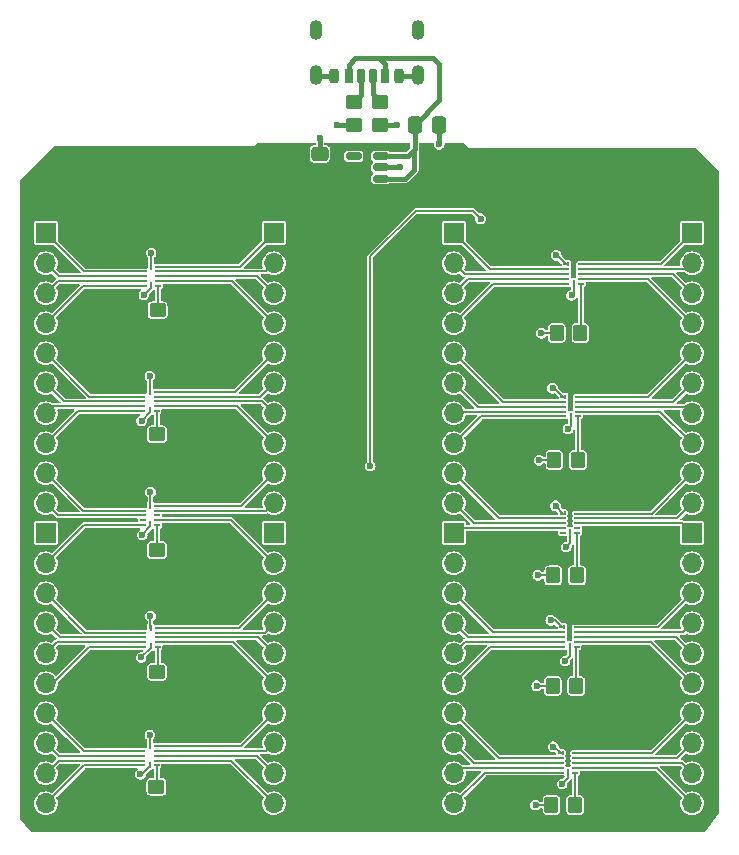
<source format=gtl>
G04 #@! TF.GenerationSoftware,KiCad,Pcbnew,8.0.1*
G04 #@! TF.CreationDate,2025-01-27T18:08:07-06:00*
G04 #@! TF.ProjectId,level-shifter,6c657665-6c2d-4736-9869-667465722e6b,rev?*
G04 #@! TF.SameCoordinates,Original*
G04 #@! TF.FileFunction,Copper,L1,Top*
G04 #@! TF.FilePolarity,Positive*
%FSLAX46Y46*%
G04 Gerber Fmt 4.6, Leading zero omitted, Abs format (unit mm)*
G04 Created by KiCad (PCBNEW 8.0.1) date 2025-01-27 18:08:07*
%MOMM*%
%LPD*%
G01*
G04 APERTURE LIST*
G04 Aperture macros list*
%AMRoundRect*
0 Rectangle with rounded corners*
0 $1 Rounding radius*
0 $2 $3 $4 $5 $6 $7 $8 $9 X,Y pos of 4 corners*
0 Add a 4 corners polygon primitive as box body*
4,1,4,$2,$3,$4,$5,$6,$7,$8,$9,$2,$3,0*
0 Add four circle primitives for the rounded corners*
1,1,$1+$1,$2,$3*
1,1,$1+$1,$4,$5*
1,1,$1+$1,$6,$7*
1,1,$1+$1,$8,$9*
0 Add four rect primitives between the rounded corners*
20,1,$1+$1,$2,$3,$4,$5,0*
20,1,$1+$1,$4,$5,$6,$7,0*
20,1,$1+$1,$6,$7,$8,$9,0*
20,1,$1+$1,$8,$9,$2,$3,0*%
G04 Aperture macros list end*
G04 #@! TA.AperFunction,ComponentPad*
%ADD10R,1.700000X1.700000*%
G04 #@! TD*
G04 #@! TA.AperFunction,ComponentPad*
%ADD11O,1.700000X1.700000*%
G04 #@! TD*
G04 #@! TA.AperFunction,SMDPad,CuDef*
%ADD12RoundRect,0.250000X0.450000X-0.350000X0.450000X0.350000X-0.450000X0.350000X-0.450000X-0.350000X0*%
G04 #@! TD*
G04 #@! TA.AperFunction,SMDPad,CuDef*
%ADD13R,0.500000X0.200000*%
G04 #@! TD*
G04 #@! TA.AperFunction,SMDPad,CuDef*
%ADD14R,0.199200X0.303200*%
G04 #@! TD*
G04 #@! TA.AperFunction,SMDPad,CuDef*
%ADD15R,0.252400X0.500000*%
G04 #@! TD*
G04 #@! TA.AperFunction,SMDPad,CuDef*
%ADD16RoundRect,0.250000X-0.350000X-0.450000X0.350000X-0.450000X0.350000X0.450000X-0.350000X0.450000X0*%
G04 #@! TD*
G04 #@! TA.AperFunction,SMDPad,CuDef*
%ADD17RoundRect,0.250000X0.475000X-0.337500X0.475000X0.337500X-0.475000X0.337500X-0.475000X-0.337500X0*%
G04 #@! TD*
G04 #@! TA.AperFunction,SMDPad,CuDef*
%ADD18RoundRect,0.150000X0.512500X0.150000X-0.512500X0.150000X-0.512500X-0.150000X0.512500X-0.150000X0*%
G04 #@! TD*
G04 #@! TA.AperFunction,SMDPad,CuDef*
%ADD19RoundRect,0.250000X-0.450000X0.350000X-0.450000X-0.350000X0.450000X-0.350000X0.450000X0.350000X0*%
G04 #@! TD*
G04 #@! TA.AperFunction,SMDPad,CuDef*
%ADD20RoundRect,0.175000X0.175000X0.425000X-0.175000X0.425000X-0.175000X-0.425000X0.175000X-0.425000X0*%
G04 #@! TD*
G04 #@! TA.AperFunction,SMDPad,CuDef*
%ADD21RoundRect,0.190000X-0.190000X-0.410000X0.190000X-0.410000X0.190000X0.410000X-0.190000X0.410000X0*%
G04 #@! TD*
G04 #@! TA.AperFunction,SMDPad,CuDef*
%ADD22RoundRect,0.200000X-0.200000X-0.400000X0.200000X-0.400000X0.200000X0.400000X-0.200000X0.400000X0*%
G04 #@! TD*
G04 #@! TA.AperFunction,SMDPad,CuDef*
%ADD23RoundRect,0.175000X-0.175000X-0.425000X0.175000X-0.425000X0.175000X0.425000X-0.175000X0.425000X0*%
G04 #@! TD*
G04 #@! TA.AperFunction,SMDPad,CuDef*
%ADD24RoundRect,0.190000X0.190000X0.410000X-0.190000X0.410000X-0.190000X-0.410000X0.190000X-0.410000X0*%
G04 #@! TD*
G04 #@! TA.AperFunction,SMDPad,CuDef*
%ADD25RoundRect,0.200000X0.200000X0.400000X-0.200000X0.400000X-0.200000X-0.400000X0.200000X-0.400000X0*%
G04 #@! TD*
G04 #@! TA.AperFunction,ComponentPad*
%ADD26O,1.100000X1.700000*%
G04 #@! TD*
G04 #@! TA.AperFunction,SMDPad,CuDef*
%ADD27RoundRect,0.250000X-0.337500X-0.475000X0.337500X-0.475000X0.337500X0.475000X-0.337500X0.475000X0*%
G04 #@! TD*
G04 #@! TA.AperFunction,ViaPad*
%ADD28C,0.600000*%
G04 #@! TD*
G04 #@! TA.AperFunction,Conductor*
%ADD29C,0.200000*%
G04 #@! TD*
G04 #@! TA.AperFunction,Conductor*
%ADD30C,0.400000*%
G04 #@! TD*
G04 APERTURE END LIST*
D10*
X175400000Y-91475000D03*
D11*
X175400000Y-94015000D03*
X175400000Y-96555000D03*
X175400000Y-99095000D03*
X175400000Y-101635000D03*
X175400000Y-104175000D03*
X175400000Y-106715000D03*
X175400000Y-109255000D03*
X175400000Y-111795000D03*
X175400000Y-114335000D03*
D12*
X130100000Y-85100000D03*
X130100000Y-83100000D03*
D13*
X128932800Y-99480800D03*
D14*
X129083200Y-99429200D03*
D13*
X128932800Y-99887200D03*
X128932800Y-100293600D03*
X128932800Y-100700000D03*
X128932800Y-101106400D03*
D15*
X129566600Y-101055600D03*
D13*
X130150000Y-101106400D03*
X130150000Y-100700000D03*
X130150000Y-100293600D03*
X130150000Y-99887200D03*
X130150000Y-99480800D03*
D15*
X129565800Y-99506200D03*
D16*
X163750000Y-85300000D03*
X165750000Y-85300000D03*
D10*
X175400000Y-66075000D03*
D11*
X175400000Y-68615000D03*
X175400000Y-71155000D03*
X175400000Y-73695000D03*
X175400000Y-76235000D03*
X175400000Y-78775000D03*
X175400000Y-81315000D03*
X175400000Y-83855000D03*
X175400000Y-86395000D03*
X175400000Y-88935000D03*
D13*
X164767000Y-68724600D03*
D14*
X164917400Y-68673000D03*
D13*
X164767000Y-69131000D03*
X164767000Y-69537400D03*
X164767000Y-69943800D03*
X164767000Y-70350200D03*
D15*
X165400800Y-70299400D03*
D13*
X165984200Y-70350200D03*
X165984200Y-69943800D03*
X165984200Y-69537400D03*
X165984200Y-69131000D03*
X165984200Y-68724600D03*
D15*
X165400000Y-68750000D03*
D16*
X163600000Y-104400000D03*
X165600000Y-104400000D03*
D17*
X143900000Y-61437500D03*
X143900000Y-59362500D03*
D18*
X149037500Y-61462500D03*
X149037500Y-60512500D03*
X149037500Y-59562500D03*
X146762500Y-59562500D03*
X146762500Y-61462500D03*
D10*
X120700000Y-66075000D03*
D11*
X120700000Y-68615000D03*
X120700000Y-71155000D03*
X120700000Y-73695000D03*
X120700000Y-76235000D03*
X120700000Y-78775000D03*
X120700000Y-81315000D03*
X120700000Y-83855000D03*
X120700000Y-86395000D03*
X120700000Y-88935000D03*
D13*
X164413550Y-99461800D03*
D14*
X164563950Y-99410200D03*
D13*
X164413550Y-99868200D03*
X164413550Y-100274600D03*
X164413550Y-100681000D03*
X164413550Y-101087400D03*
D15*
X165047350Y-101036600D03*
D13*
X165630750Y-101087400D03*
X165630750Y-100681000D03*
X165630750Y-100274600D03*
X165630750Y-99868200D03*
X165630750Y-99461800D03*
D15*
X165046550Y-99487200D03*
D16*
X163950000Y-74550000D03*
X165950000Y-74550000D03*
D19*
X149000000Y-54950000D03*
X149000000Y-56950000D03*
D13*
X164513550Y-79961800D03*
D14*
X164663950Y-79910200D03*
D13*
X164513550Y-80368200D03*
X164513550Y-80774600D03*
X164513550Y-81181000D03*
X164513550Y-81587400D03*
D15*
X165147350Y-81536600D03*
D13*
X165730750Y-81587400D03*
X165730750Y-81181000D03*
X165730750Y-80774600D03*
X165730750Y-80368200D03*
X165730750Y-79961800D03*
D15*
X165146550Y-79987200D03*
D13*
X164463550Y-89811800D03*
D14*
X164613950Y-89760200D03*
D13*
X164463550Y-90218200D03*
X164463550Y-90624600D03*
X164463550Y-91031000D03*
X164463550Y-91437400D03*
D15*
X165097350Y-91386600D03*
D13*
X165680750Y-91437400D03*
X165680750Y-91031000D03*
X165680750Y-90624600D03*
X165680750Y-90218200D03*
X165680750Y-89811800D03*
D15*
X165096550Y-89837200D03*
D12*
X130100000Y-105200000D03*
X130100000Y-103200000D03*
D13*
X128913550Y-89161800D03*
D14*
X129063950Y-89110200D03*
D13*
X128913550Y-89568200D03*
X128913550Y-89974600D03*
X128913550Y-90381000D03*
X128913550Y-90787400D03*
D15*
X129547350Y-90736600D03*
D13*
X130130750Y-90787400D03*
X130130750Y-90381000D03*
X130130750Y-89974600D03*
X130130750Y-89568200D03*
X130130750Y-89161800D03*
D15*
X129546550Y-89187200D03*
D13*
X128863550Y-109511800D03*
D14*
X129013950Y-109460200D03*
D13*
X128863550Y-109918200D03*
X128863550Y-110324600D03*
X128863550Y-110731000D03*
X128863550Y-111137400D03*
D15*
X129497350Y-111086600D03*
D13*
X130080750Y-111137400D03*
X130080750Y-110731000D03*
X130080750Y-110324600D03*
X130080750Y-109918200D03*
X130080750Y-109511800D03*
D15*
X129496550Y-109537200D03*
D20*
X148350000Y-52780000D03*
D21*
X146330000Y-52780000D03*
D22*
X145100000Y-52780000D03*
D23*
X147350000Y-52780000D03*
D24*
X149370000Y-52780000D03*
D25*
X150600000Y-52780000D03*
D26*
X152170000Y-52700000D03*
X152170000Y-48900000D03*
X143530000Y-52700000D03*
X143530000Y-48900000D03*
D12*
X130050000Y-114950000D03*
X130050000Y-112950000D03*
D27*
X151912500Y-56900000D03*
X153987500Y-56900000D03*
D12*
X130100000Y-94900000D03*
X130100000Y-92900000D03*
D13*
X164289200Y-110115600D03*
D14*
X164439600Y-110064000D03*
D13*
X164289200Y-110522000D03*
X164289200Y-110928400D03*
X164289200Y-111334800D03*
X164289200Y-111741200D03*
D15*
X164923000Y-111690400D03*
D13*
X165506400Y-111741200D03*
X165506400Y-111334800D03*
X165506400Y-110928400D03*
X165506400Y-110522000D03*
X165506400Y-110115600D03*
D15*
X164922200Y-110141000D03*
D13*
X128963550Y-68911800D03*
D14*
X129113950Y-68860200D03*
D13*
X128963550Y-69318200D03*
X128963550Y-69724600D03*
X128963550Y-70131000D03*
X128963550Y-70537400D03*
D15*
X129597350Y-70486600D03*
D13*
X130180750Y-70537400D03*
X130180750Y-70131000D03*
X130180750Y-69724600D03*
X130180750Y-69318200D03*
X130180750Y-68911800D03*
D15*
X129596550Y-68937200D03*
D13*
X128863550Y-79511800D03*
D14*
X129013950Y-79460200D03*
D13*
X128863550Y-79918200D03*
X128863550Y-80324600D03*
X128863550Y-80731000D03*
X128863550Y-81137400D03*
D15*
X129497350Y-81086600D03*
D13*
X130080750Y-81137400D03*
X130080750Y-80731000D03*
X130080750Y-80324600D03*
X130080750Y-79918200D03*
X130080750Y-79511800D03*
D15*
X129496550Y-79537200D03*
D12*
X130150000Y-74600000D03*
X130150000Y-72600000D03*
D16*
X163500000Y-114500000D03*
X165500000Y-114500000D03*
D10*
X120700000Y-91475000D03*
D11*
X120700000Y-94015000D03*
X120700000Y-96555000D03*
X120700000Y-99095000D03*
X120700000Y-101635000D03*
X120700000Y-104175000D03*
X120700000Y-106715000D03*
X120700000Y-109255000D03*
X120700000Y-111795000D03*
X120700000Y-114335000D03*
D19*
X146800000Y-54950000D03*
X146800000Y-56950000D03*
D16*
X163650000Y-95050000D03*
X165650000Y-95050000D03*
D10*
X155240000Y-91475000D03*
D11*
X155240000Y-94015000D03*
X155240000Y-96555000D03*
X155240000Y-99095000D03*
X155240000Y-101635000D03*
X155240000Y-104175000D03*
X155240000Y-106715000D03*
X155240000Y-109255000D03*
X155240000Y-111795000D03*
X155240000Y-114335000D03*
D10*
X155240000Y-66075000D03*
D11*
X155240000Y-68615000D03*
X155240000Y-71155000D03*
X155240000Y-73695000D03*
X155240000Y-76235000D03*
X155240000Y-78775000D03*
X155240000Y-81315000D03*
X155240000Y-83855000D03*
X155240000Y-86395000D03*
X155240000Y-88935000D03*
D10*
X140000000Y-91475000D03*
D11*
X140000000Y-94015000D03*
X140000000Y-96555000D03*
X140000000Y-99095000D03*
X140000000Y-101635000D03*
X140000000Y-104175000D03*
X140000000Y-106715000D03*
X140000000Y-109255000D03*
X140000000Y-111795000D03*
X140000000Y-114335000D03*
D10*
X140000000Y-66075000D03*
D11*
X140000000Y-68615000D03*
X140000000Y-71155000D03*
X140000000Y-73695000D03*
X140000000Y-76235000D03*
X140000000Y-78775000D03*
X140000000Y-81315000D03*
X140000000Y-83855000D03*
X140000000Y-86395000D03*
X140000000Y-88935000D03*
D28*
X163450000Y-98850000D03*
X129500000Y-108550000D03*
X162250000Y-104400000D03*
X163650000Y-109550000D03*
X162650000Y-74550000D03*
X129550000Y-88000000D03*
X163850000Y-89150000D03*
X129500000Y-78200000D03*
X129600000Y-67750000D03*
X162350000Y-95050000D03*
X163600000Y-79200000D03*
X162150000Y-114500000D03*
X157500000Y-64850000D03*
X129550000Y-98500000D03*
X163900000Y-67950000D03*
X148150000Y-85800000D03*
X162450000Y-85300000D03*
X129000000Y-71300000D03*
X150450000Y-56950000D03*
X150650000Y-60500000D03*
X165200000Y-71350000D03*
X128800000Y-81950000D03*
X128750000Y-102000000D03*
X164650000Y-102300000D03*
X128700000Y-111900000D03*
X145350000Y-56950000D03*
X164750000Y-92650000D03*
X154000000Y-58550000D03*
X164900000Y-82650000D03*
X128850000Y-91600000D03*
X164400000Y-112700000D03*
X143900000Y-58000000D03*
D29*
X128863550Y-81137400D02*
X123417600Y-81137400D01*
X123417600Y-81137400D02*
X120700000Y-83855000D01*
X128963550Y-70537400D02*
X123857600Y-70537400D01*
X123857600Y-70537400D02*
X120700000Y-73695000D01*
X123873200Y-89568200D02*
X120700000Y-86395000D01*
X128913550Y-89568200D02*
X123873200Y-89568200D01*
X121284000Y-80731000D02*
X128863550Y-80731000D01*
X120700000Y-81315000D02*
X121284000Y-80731000D01*
X121739600Y-89974600D02*
X128913550Y-89974600D01*
X120700000Y-88935000D02*
X121739600Y-89974600D01*
X128863550Y-80324600D02*
X122249600Y-80324600D01*
X122249600Y-80324600D02*
X120700000Y-78775000D01*
X120700000Y-76235000D02*
X124383200Y-79918200D01*
X124383200Y-79918200D02*
X128863550Y-79918200D01*
X121809600Y-69724600D02*
X128963550Y-69724600D01*
X120700000Y-68615000D02*
X121809600Y-69724600D01*
X121724000Y-70131000D02*
X120700000Y-71155000D01*
X128963550Y-70131000D02*
X121724000Y-70131000D01*
X123943200Y-69318200D02*
X120700000Y-66075000D01*
X128963550Y-69318200D02*
X123943200Y-69318200D01*
X121769600Y-110324600D02*
X120700000Y-109255000D01*
X128863550Y-110324600D02*
X121769600Y-110324600D01*
X120700000Y-111795000D02*
X121764000Y-110731000D01*
X121764000Y-110731000D02*
X128863550Y-110731000D01*
X128863550Y-109918200D02*
X123903200Y-109918200D01*
X123903200Y-109918200D02*
X120700000Y-106715000D01*
X121275000Y-104175000D02*
X124343600Y-101106400D01*
X124343600Y-101106400D02*
X128932800Y-101106400D01*
X120700000Y-104175000D02*
X121275000Y-104175000D01*
X121898600Y-100293600D02*
X120700000Y-99095000D01*
X128932800Y-100293600D02*
X121898600Y-100293600D01*
X124032200Y-99887200D02*
X128932800Y-99887200D01*
X120700000Y-96555000D02*
X124032200Y-99887200D01*
D30*
X143900000Y-61437500D02*
X146737500Y-61437500D01*
X146737500Y-61437500D02*
X146762500Y-61462500D01*
D29*
X128913550Y-90787400D02*
X123927600Y-90787400D01*
X123927600Y-90787400D02*
X120700000Y-94015000D01*
X123897600Y-111137400D02*
X120700000Y-114335000D01*
X128863550Y-111137400D02*
X123897600Y-111137400D01*
X121635000Y-100700000D02*
X120700000Y-101635000D01*
X128932800Y-100700000D02*
X121635000Y-100700000D01*
X174116800Y-90218200D02*
X165680750Y-90218200D01*
X175400000Y-88935000D02*
X174116800Y-90218200D01*
X165680750Y-89811800D02*
X171983200Y-89811800D01*
X171983200Y-89811800D02*
X175400000Y-86395000D01*
X173806800Y-80368200D02*
X165730750Y-80368200D01*
X175400000Y-78775000D02*
X173806800Y-80368200D01*
X165730750Y-80774600D02*
X174859600Y-80774600D01*
X174859600Y-80774600D02*
X175400000Y-81315000D01*
X173782400Y-69537400D02*
X175400000Y-71155000D01*
X165984200Y-69537400D02*
X173782400Y-69537400D01*
X174884000Y-69131000D02*
X165984200Y-69131000D01*
X175400000Y-68615000D02*
X174884000Y-69131000D01*
X165730750Y-81181000D02*
X172726000Y-81181000D01*
X172726000Y-81181000D02*
X175400000Y-83855000D01*
X165984200Y-69943800D02*
X171648800Y-69943800D01*
X171648800Y-69943800D02*
X175400000Y-73695000D01*
X171673200Y-79961800D02*
X175400000Y-76235000D01*
X165730750Y-79961800D02*
X171673200Y-79961800D01*
X172750400Y-68724600D02*
X175400000Y-66075000D01*
X165984200Y-68724600D02*
X172750400Y-68724600D01*
X175400000Y-109255000D02*
X174133000Y-110522000D01*
X174133000Y-110522000D02*
X165506400Y-110522000D01*
X174626800Y-99868200D02*
X165630750Y-99868200D01*
X175400000Y-99095000D02*
X174626800Y-99868200D01*
X171999400Y-110115600D02*
X175400000Y-106715000D01*
X165506400Y-110115600D02*
X171999400Y-110115600D01*
X165630750Y-99461800D02*
X172493200Y-99461800D01*
X172493200Y-99461800D02*
X175400000Y-96555000D01*
X174549600Y-90624600D02*
X175400000Y-91475000D01*
X165680750Y-90624600D02*
X174549600Y-90624600D01*
X175400000Y-114335000D02*
X172399800Y-111334800D01*
X172399800Y-111334800D02*
X165506400Y-111334800D01*
X165630750Y-100681000D02*
X171906000Y-100681000D01*
X171906000Y-100681000D02*
X175400000Y-104175000D01*
X174533400Y-110928400D02*
X175400000Y-111795000D01*
X165506400Y-110928400D02*
X174533400Y-110928400D01*
X165630750Y-100274600D02*
X174039600Y-100274600D01*
X174039600Y-100274600D02*
X175400000Y-101635000D01*
X136876000Y-80731000D02*
X140000000Y-83855000D01*
X130080750Y-80731000D02*
X136876000Y-80731000D01*
X139366800Y-89568200D02*
X140000000Y-88935000D01*
X130130750Y-89568200D02*
X139366800Y-89568200D01*
X130080750Y-80324600D02*
X139009600Y-80324600D01*
X139009600Y-80324600D02*
X140000000Y-81315000D01*
X137163200Y-68911800D02*
X140000000Y-66075000D01*
X130180750Y-68911800D02*
X137163200Y-68911800D01*
X136436000Y-70131000D02*
X140000000Y-73695000D01*
X130180750Y-70131000D02*
X136436000Y-70131000D01*
X138569600Y-69724600D02*
X140000000Y-71155000D01*
X130180750Y-69724600D02*
X138569600Y-69724600D01*
X139296800Y-69318200D02*
X140000000Y-68615000D01*
X130180750Y-69318200D02*
X139296800Y-69318200D01*
X138856800Y-79918200D02*
X140000000Y-78775000D01*
X130080750Y-79918200D02*
X138856800Y-79918200D01*
X130080750Y-79511800D02*
X136723200Y-79511800D01*
X136723200Y-79511800D02*
X140000000Y-76235000D01*
X137233200Y-89161800D02*
X140000000Y-86395000D01*
X130130750Y-89161800D02*
X137233200Y-89161800D01*
X138529600Y-110324600D02*
X140000000Y-111795000D01*
X130080750Y-110324600D02*
X138529600Y-110324600D01*
X130080750Y-110731000D02*
X136396000Y-110731000D01*
X136396000Y-110731000D02*
X140000000Y-114335000D01*
X130150000Y-99480800D02*
X137074200Y-99480800D01*
X137074200Y-99480800D02*
X140000000Y-96555000D01*
X130150000Y-100293600D02*
X138658600Y-100293600D01*
X138658600Y-100293600D02*
X140000000Y-101635000D01*
X130080750Y-109918200D02*
X139336800Y-109918200D01*
X139336800Y-109918200D02*
X140000000Y-109255000D01*
X148150000Y-68050000D02*
X152000000Y-64200000D01*
X163900000Y-67950000D02*
X163992400Y-67950000D01*
X163450000Y-98850000D02*
X163801750Y-98850000D01*
X129500000Y-108550000D02*
X129500000Y-109533750D01*
X163850000Y-89150000D02*
X163850000Y-89198250D01*
X163650000Y-109550000D02*
X163723600Y-109550000D01*
X129550000Y-89183750D02*
X129546550Y-89187200D01*
X163850000Y-89198250D02*
X164463550Y-89811800D01*
X163751750Y-79200000D02*
X164513550Y-79961800D01*
X162450000Y-85300000D02*
X163750000Y-85300000D01*
X152000000Y-64200000D02*
X156850000Y-64200000D01*
X129550000Y-88000000D02*
X129550000Y-89183750D01*
X162250000Y-104400000D02*
X163600000Y-104400000D01*
X162350000Y-95050000D02*
X163650000Y-95050000D01*
X129550000Y-98500000D02*
X129550000Y-99490400D01*
X129500000Y-78200000D02*
X129500000Y-79533750D01*
X163801750Y-98850000D02*
X164413550Y-99461800D01*
X129550000Y-99490400D02*
X129565800Y-99506200D01*
X163992400Y-67950000D02*
X164767000Y-68724600D01*
X148150000Y-85800000D02*
X148150000Y-68050000D01*
X129600000Y-67750000D02*
X129600000Y-68933750D01*
X162650000Y-74550000D02*
X163950000Y-74550000D01*
X163723600Y-109550000D02*
X164289200Y-110115600D01*
X129500000Y-79533750D02*
X129496550Y-79537200D01*
X129600000Y-68933750D02*
X129596550Y-68937200D01*
X163600000Y-79200000D02*
X163751750Y-79200000D01*
X129500000Y-109533750D02*
X129496550Y-109537200D01*
X156850000Y-64200000D02*
X157500000Y-64850000D01*
X162150000Y-114500000D02*
X163500000Y-114500000D01*
X139207800Y-99887200D02*
X140000000Y-99095000D01*
X130150000Y-99887200D02*
X139207800Y-99887200D01*
X136525000Y-100700000D02*
X140000000Y-104175000D01*
X130150000Y-100700000D02*
X136525000Y-100700000D01*
X137203200Y-109511800D02*
X140000000Y-106715000D01*
X130080750Y-109511800D02*
X137203200Y-109511800D01*
X136366000Y-90381000D02*
X140000000Y-94015000D01*
X130130750Y-90381000D02*
X136366000Y-90381000D01*
X155240000Y-114335000D02*
X157833800Y-111741200D01*
X157833800Y-111741200D02*
X164289200Y-111741200D01*
X158553200Y-99868200D02*
X155240000Y-96555000D01*
X164413550Y-99868200D02*
X158553200Y-99868200D01*
X155684000Y-91031000D02*
X155240000Y-91475000D01*
X164463550Y-91031000D02*
X155684000Y-91031000D01*
X164289200Y-111334800D02*
X155700200Y-111334800D01*
X155700200Y-111334800D02*
X155240000Y-111795000D01*
X156913400Y-110928400D02*
X164289200Y-110928400D01*
X155240000Y-109255000D02*
X156913400Y-110928400D01*
X158327600Y-101087400D02*
X155240000Y-104175000D01*
X164413550Y-101087400D02*
X158327600Y-101087400D01*
X156419600Y-100274600D02*
X155240000Y-99095000D01*
X164413550Y-100274600D02*
X156419600Y-100274600D01*
X164413550Y-100681000D02*
X156194000Y-100681000D01*
X156194000Y-100681000D02*
X155240000Y-101635000D01*
X164923000Y-111690400D02*
X164923000Y-112177000D01*
X129597350Y-70702650D02*
X129000000Y-71300000D01*
X165097350Y-91386600D02*
X165097350Y-92302650D01*
X129497350Y-111210400D02*
X128807750Y-111900000D01*
X165400800Y-70299400D02*
X165400800Y-71149200D01*
D30*
X150637500Y-60512500D02*
X150650000Y-60500000D01*
X146800000Y-56950000D02*
X145350000Y-56950000D01*
D29*
X129497350Y-81086600D02*
X129497350Y-81252650D01*
X129547350Y-90736600D02*
X129547350Y-90902650D01*
D30*
X143610000Y-52780000D02*
X143530000Y-52700000D01*
D29*
X129547350Y-90902650D02*
X128850000Y-91600000D01*
D30*
X153987500Y-56900000D02*
X153987500Y-58537500D01*
X145100000Y-52780000D02*
X143610000Y-52780000D01*
X143900000Y-59362500D02*
X143900000Y-58000000D01*
X153987500Y-58537500D02*
X154000000Y-58550000D01*
D29*
X129566600Y-101183400D02*
X128750000Y-102000000D01*
X129597350Y-70486600D02*
X129597350Y-70702650D01*
X165097350Y-92302650D02*
X164750000Y-92650000D01*
X129497350Y-111086600D02*
X129497350Y-111210400D01*
D30*
X152090000Y-52780000D02*
X152170000Y-52700000D01*
D29*
X165047350Y-101036600D02*
X165047350Y-101902650D01*
X129566600Y-101055600D02*
X129566600Y-101183400D01*
D30*
X149037500Y-60512500D02*
X150637500Y-60512500D01*
D29*
X129497350Y-81252650D02*
X128800000Y-81950000D01*
X164923000Y-112177000D02*
X164400000Y-112700000D01*
X165147350Y-82402650D02*
X164900000Y-82650000D01*
X128807750Y-111900000D02*
X128700000Y-111900000D01*
X165047350Y-101902650D02*
X164650000Y-102300000D01*
D30*
X150600000Y-52780000D02*
X152090000Y-52780000D01*
X149000000Y-56950000D02*
X150450000Y-56950000D01*
D29*
X165147350Y-81536600D02*
X165147350Y-82402650D01*
X165400800Y-71149200D02*
X165200000Y-71350000D01*
X164289200Y-110522000D02*
X159047000Y-110522000D01*
X159047000Y-110522000D02*
X155240000Y-106715000D01*
X158584800Y-70350200D02*
X155240000Y-73695000D01*
X164767000Y-70350200D02*
X158584800Y-70350200D01*
X157239600Y-80774600D02*
X155240000Y-78775000D01*
X164513550Y-80774600D02*
X157239600Y-80774600D01*
X155240000Y-71155000D02*
X156451200Y-69943800D01*
X156451200Y-69943800D02*
X164767000Y-69943800D01*
X159373200Y-80368200D02*
X155240000Y-76235000D01*
X164513550Y-80368200D02*
X159373200Y-80368200D01*
X164767000Y-69537400D02*
X156162400Y-69537400D01*
X156162400Y-69537400D02*
X155240000Y-68615000D01*
X164513550Y-81587400D02*
X157507600Y-81587400D01*
X157507600Y-81587400D02*
X155240000Y-83855000D01*
X155240000Y-66075000D02*
X158296000Y-69131000D01*
X158296000Y-69131000D02*
X164767000Y-69131000D01*
X156929600Y-90624600D02*
X155240000Y-88935000D01*
X164463550Y-90624600D02*
X156929600Y-90624600D01*
X155240000Y-81315000D02*
X155374000Y-81181000D01*
X155374000Y-81181000D02*
X164513550Y-81181000D01*
X164463550Y-90218200D02*
X159063200Y-90218200D01*
X159063200Y-90218200D02*
X155240000Y-86395000D01*
X130180750Y-72569250D02*
X130150000Y-72600000D01*
X130180750Y-70537400D02*
X130180750Y-72569250D01*
X130080750Y-83080750D02*
X130100000Y-83100000D01*
X130080750Y-81137400D02*
X130080750Y-83080750D01*
X130130750Y-90787400D02*
X130130750Y-92869250D01*
X130130750Y-92869250D02*
X130100000Y-92900000D01*
X130150000Y-103150000D02*
X130100000Y-103200000D01*
X130150000Y-101106400D02*
X130150000Y-103150000D01*
X130080750Y-112919250D02*
X130050000Y-112950000D01*
X130080750Y-111137400D02*
X130080750Y-112919250D01*
X165500000Y-111747600D02*
X165506400Y-111741200D01*
X165500000Y-114500000D02*
X165500000Y-111747600D01*
X165600000Y-101118150D02*
X165630750Y-101087400D01*
X165600000Y-104400000D02*
X165600000Y-101118150D01*
X165650000Y-95050000D02*
X165650000Y-91468150D01*
X165650000Y-91468150D02*
X165680750Y-91437400D01*
X165730750Y-85280750D02*
X165750000Y-85300000D01*
X165730750Y-81587400D02*
X165730750Y-85280750D01*
X165984200Y-74515800D02*
X165950000Y-74550000D01*
X165984200Y-70350200D02*
X165984200Y-74515800D01*
D30*
X153500000Y-51250000D02*
X154000000Y-51750000D01*
X154000000Y-51750000D02*
X154000000Y-54812500D01*
X150887500Y-59562500D02*
X149037500Y-59562500D01*
X149370000Y-51720000D02*
X149370000Y-52780000D01*
X146900000Y-51250000D02*
X148900000Y-51250000D01*
X151337500Y-59562500D02*
X150887500Y-59562500D01*
X148900000Y-51250000D02*
X153500000Y-51250000D01*
X151137500Y-61462500D02*
X149037500Y-61462500D01*
X151912500Y-58987500D02*
X151900000Y-59000000D01*
X151912500Y-58987500D02*
X151337500Y-59562500D01*
X151912500Y-56900000D02*
X151912500Y-58987500D01*
X151900000Y-60700000D02*
X151137500Y-61462500D01*
X154000000Y-54812500D02*
X151912500Y-56900000D01*
X146330000Y-51820000D02*
X146900000Y-51250000D01*
X148900000Y-51250000D02*
X149370000Y-51720000D01*
X151900000Y-59000000D02*
X151900000Y-60700000D01*
X146330000Y-52780000D02*
X146330000Y-51820000D01*
X146800000Y-54950000D02*
X147350000Y-54400000D01*
X147350000Y-54400000D02*
X147350000Y-52780000D01*
X148350000Y-52780000D02*
X148350000Y-54300000D01*
X148350000Y-54300000D02*
X149000000Y-54950000D01*
G04 #@! TA.AperFunction,Conductor*
G36*
X143527826Y-58421674D02*
G01*
X143549500Y-58474000D01*
X143549500Y-58550500D01*
X143527826Y-58602826D01*
X143475501Y-58624500D01*
X143393480Y-58624500D01*
X143299695Y-58639353D01*
X143299693Y-58639354D01*
X143186657Y-58696950D01*
X143096951Y-58786656D01*
X143039353Y-58899698D01*
X143024500Y-58993480D01*
X143024500Y-59731519D01*
X143039353Y-59825304D01*
X143039354Y-59825306D01*
X143088650Y-59922052D01*
X143096950Y-59938342D01*
X143186658Y-60028050D01*
X143299696Y-60085646D01*
X143393481Y-60100500D01*
X144406518Y-60100499D01*
X144406519Y-60100499D01*
X144500304Y-60085646D01*
X144500306Y-60085645D01*
X144536131Y-60067391D01*
X144613342Y-60028050D01*
X144703050Y-59938342D01*
X144760646Y-59825304D01*
X144771407Y-59757363D01*
X145949500Y-59757363D01*
X145952414Y-59782486D01*
X145952415Y-59782492D01*
X145997794Y-59885265D01*
X146077235Y-59964706D01*
X146180009Y-60010085D01*
X146205135Y-60013000D01*
X147319864Y-60012999D01*
X147344991Y-60010085D01*
X147447765Y-59964706D01*
X147527206Y-59885265D01*
X147572585Y-59782491D01*
X147575500Y-59757365D01*
X147575499Y-59367636D01*
X147572585Y-59342509D01*
X147527206Y-59239735D01*
X147447765Y-59160294D01*
X147344991Y-59114915D01*
X147344990Y-59114914D01*
X147344988Y-59114914D01*
X147323659Y-59112440D01*
X147319865Y-59112000D01*
X147319864Y-59112000D01*
X146205136Y-59112000D01*
X146180013Y-59114914D01*
X146180007Y-59114915D01*
X146077234Y-59160294D01*
X145997794Y-59239734D01*
X145952414Y-59342511D01*
X145949500Y-59367635D01*
X145949500Y-59757363D01*
X144771407Y-59757363D01*
X144775500Y-59731519D01*
X144775499Y-58993482D01*
X144760646Y-58899696D01*
X144760646Y-58899695D01*
X144760645Y-58899693D01*
X144715792Y-58811666D01*
X144703050Y-58786658D01*
X144613342Y-58696950D01*
X144500304Y-58639354D01*
X144500302Y-58639353D01*
X144500301Y-58639353D01*
X144406520Y-58624500D01*
X144406519Y-58624500D01*
X144324500Y-58624500D01*
X144272174Y-58602826D01*
X144250500Y-58550500D01*
X144250500Y-58474000D01*
X144272174Y-58421674D01*
X144324500Y-58400000D01*
X151488000Y-58400000D01*
X151540326Y-58421674D01*
X151562000Y-58474000D01*
X151562000Y-58811666D01*
X151540326Y-58863992D01*
X151213992Y-59190326D01*
X151161666Y-59212000D01*
X149805123Y-59212000D01*
X149752797Y-59190326D01*
X149722765Y-59160294D01*
X149619991Y-59114915D01*
X149619990Y-59114914D01*
X149619988Y-59114914D01*
X149598659Y-59112440D01*
X149594865Y-59112000D01*
X149594864Y-59112000D01*
X148480136Y-59112000D01*
X148455013Y-59114914D01*
X148455007Y-59114915D01*
X148352234Y-59160294D01*
X148272794Y-59239734D01*
X148227414Y-59342511D01*
X148224500Y-59367635D01*
X148224500Y-59757363D01*
X148227414Y-59782486D01*
X148227415Y-59782492D01*
X148272794Y-59885265D01*
X148352235Y-59964706D01*
X148363784Y-59969806D01*
X148402896Y-60010769D01*
X148401587Y-60067391D01*
X148363784Y-60105194D01*
X148352235Y-60110293D01*
X148272794Y-60189734D01*
X148227414Y-60292511D01*
X148224500Y-60317635D01*
X148224500Y-60707363D01*
X148227414Y-60732486D01*
X148227415Y-60732492D01*
X148272794Y-60835265D01*
X148352235Y-60914706D01*
X148363784Y-60919806D01*
X148402896Y-60960769D01*
X148401587Y-61017391D01*
X148363784Y-61055194D01*
X148352235Y-61060293D01*
X148272794Y-61139734D01*
X148227414Y-61242511D01*
X148224500Y-61267635D01*
X148224500Y-61657363D01*
X148227414Y-61682486D01*
X148227415Y-61682492D01*
X148254119Y-61742970D01*
X148272794Y-61785265D01*
X148352235Y-61864706D01*
X148455009Y-61910085D01*
X148480135Y-61913000D01*
X149594864Y-61912999D01*
X149619991Y-61910085D01*
X149722765Y-61864706D01*
X149752797Y-61834674D01*
X149805123Y-61813000D01*
X151183646Y-61813000D01*
X151183646Y-61812999D01*
X151272788Y-61789114D01*
X151279455Y-61785265D01*
X151352712Y-61742970D01*
X152180470Y-60915212D01*
X152226614Y-60835288D01*
X152250499Y-60746146D01*
X152250500Y-60746146D01*
X152250500Y-59090035D01*
X152253022Y-59070881D01*
X152263000Y-59033645D01*
X152263000Y-58474000D01*
X152284674Y-58421674D01*
X152337000Y-58400000D01*
X153481033Y-58400000D01*
X153533359Y-58421674D01*
X153555033Y-58474000D01*
X153554280Y-58484531D01*
X153544867Y-58550000D01*
X153563302Y-58678223D01*
X153563302Y-58678224D01*
X153563303Y-58678226D01*
X153617118Y-58796063D01*
X153701951Y-58893967D01*
X153810931Y-58964004D01*
X153935228Y-59000500D01*
X154064772Y-59000500D01*
X154189069Y-58964004D01*
X154298049Y-58893967D01*
X154382882Y-58796063D01*
X154436697Y-58678226D01*
X154455133Y-58550000D01*
X154445720Y-58484530D01*
X154459727Y-58429653D01*
X154508436Y-58400753D01*
X154518967Y-58400000D01*
X156015087Y-58400000D01*
X156067413Y-58421674D01*
X156508103Y-58862364D01*
X156600172Y-58900500D01*
X156699828Y-58900500D01*
X175765587Y-58900500D01*
X175817913Y-58922174D01*
X177677826Y-60782086D01*
X177699500Y-60834412D01*
X177699500Y-115122150D01*
X177684778Y-115166446D01*
X176486670Y-116769796D01*
X176437986Y-116798738D01*
X176427392Y-116799500D01*
X119511108Y-116799500D01*
X119458782Y-116777826D01*
X119454471Y-116773126D01*
X118517863Y-115659322D01*
X118500500Y-115611696D01*
X118500500Y-114335000D01*
X119694659Y-114335000D01*
X119713976Y-114531133D01*
X119771187Y-114719731D01*
X119837594Y-114843968D01*
X119864090Y-114893538D01*
X119989117Y-115045883D01*
X120141462Y-115170910D01*
X120174077Y-115188343D01*
X120315268Y-115263812D01*
X120315270Y-115263812D01*
X120315273Y-115263814D01*
X120503868Y-115321024D01*
X120700000Y-115340341D01*
X120896132Y-115321024D01*
X121084727Y-115263814D01*
X121258538Y-115170910D01*
X121410883Y-115045883D01*
X121535910Y-114893538D01*
X121628814Y-114719727D01*
X121686024Y-114531132D01*
X121705341Y-114335000D01*
X121686024Y-114138868D01*
X121628814Y-113950273D01*
X121588562Y-113874968D01*
X121583011Y-113818605D01*
X121601497Y-113787762D01*
X123979687Y-111409574D01*
X124032013Y-111387900D01*
X128411551Y-111387900D01*
X128463877Y-111409574D01*
X128485551Y-111461900D01*
X128463877Y-111514226D01*
X128451560Y-111524151D01*
X128409601Y-111551116D01*
X128401954Y-111556031D01*
X128401950Y-111556034D01*
X128317119Y-111653935D01*
X128263302Y-111771776D01*
X128244867Y-111900000D01*
X128263302Y-112028223D01*
X128263302Y-112028224D01*
X128263303Y-112028226D01*
X128317118Y-112146063D01*
X128401951Y-112243967D01*
X128510931Y-112314004D01*
X128635228Y-112350500D01*
X128764772Y-112350500D01*
X128889069Y-112314004D01*
X128998049Y-112243967D01*
X129082882Y-112146063D01*
X129136697Y-112028226D01*
X129150473Y-111932409D01*
X129171391Y-111890618D01*
X129553236Y-111508774D01*
X129605562Y-111487100D01*
X129638369Y-111487100D01*
X129638370Y-111487100D01*
X129682272Y-111478367D01*
X129715138Y-111456406D01*
X129770686Y-111445357D01*
X129817778Y-111476822D01*
X129830250Y-111517935D01*
X129830250Y-112125500D01*
X129808576Y-112177826D01*
X129756250Y-112199500D01*
X129568480Y-112199500D01*
X129474695Y-112214353D01*
X129474693Y-112214354D01*
X129361657Y-112271950D01*
X129271951Y-112361656D01*
X129214353Y-112474698D01*
X129199500Y-112568480D01*
X129199500Y-113331519D01*
X129214353Y-113425304D01*
X129214354Y-113425306D01*
X129251950Y-113499090D01*
X129271950Y-113538342D01*
X129361658Y-113628050D01*
X129474696Y-113685646D01*
X129568481Y-113700500D01*
X130531518Y-113700499D01*
X130531519Y-113700499D01*
X130625304Y-113685646D01*
X130625306Y-113685645D01*
X130627419Y-113684568D01*
X130738342Y-113628050D01*
X130828050Y-113538342D01*
X130885646Y-113425304D01*
X130900500Y-113331519D01*
X130900499Y-112568482D01*
X130885646Y-112474696D01*
X130885646Y-112474695D01*
X130885645Y-112474693D01*
X130847471Y-112399773D01*
X130828050Y-112361658D01*
X130738342Y-112271950D01*
X130625304Y-112214354D01*
X130625302Y-112214353D01*
X130625301Y-112214353D01*
X130531520Y-112199500D01*
X130531519Y-112199500D01*
X130405250Y-112199500D01*
X130352924Y-112177826D01*
X130331250Y-112125500D01*
X130331250Y-111451478D01*
X130352924Y-111399152D01*
X130383166Y-111382987D01*
X130382739Y-111381956D01*
X130389468Y-111379167D01*
X130389472Y-111379167D01*
X130439254Y-111345904D01*
X130472517Y-111296122D01*
X130481250Y-111252220D01*
X130481250Y-111055500D01*
X130502924Y-111003174D01*
X130555250Y-110981500D01*
X136261587Y-110981500D01*
X136313913Y-111003174D01*
X137710512Y-112399773D01*
X139098499Y-113787759D01*
X139120173Y-113840085D01*
X139111436Y-113874967D01*
X139071187Y-113950270D01*
X139013976Y-114138866D01*
X138994659Y-114335000D01*
X139013976Y-114531133D01*
X139071187Y-114719731D01*
X139137594Y-114843968D01*
X139164090Y-114893538D01*
X139289117Y-115045883D01*
X139441462Y-115170910D01*
X139474077Y-115188343D01*
X139615268Y-115263812D01*
X139615270Y-115263812D01*
X139615273Y-115263814D01*
X139803868Y-115321024D01*
X140000000Y-115340341D01*
X140196132Y-115321024D01*
X140384727Y-115263814D01*
X140558538Y-115170910D01*
X140710883Y-115045883D01*
X140835910Y-114893538D01*
X140928814Y-114719727D01*
X140986024Y-114531132D01*
X141005341Y-114335000D01*
X154234659Y-114335000D01*
X154253976Y-114531133D01*
X154311187Y-114719731D01*
X154377594Y-114843968D01*
X154404090Y-114893538D01*
X154529117Y-115045883D01*
X154681462Y-115170910D01*
X154714077Y-115188343D01*
X154855268Y-115263812D01*
X154855270Y-115263812D01*
X154855273Y-115263814D01*
X155043868Y-115321024D01*
X155240000Y-115340341D01*
X155436132Y-115321024D01*
X155624727Y-115263814D01*
X155798538Y-115170910D01*
X155950883Y-115045883D01*
X156075910Y-114893538D01*
X156168814Y-114719727D01*
X156226024Y-114531132D01*
X156229090Y-114500000D01*
X161694867Y-114500000D01*
X161713302Y-114628223D01*
X161713302Y-114628224D01*
X161713303Y-114628226D01*
X161767118Y-114746063D01*
X161851951Y-114843967D01*
X161960931Y-114914004D01*
X162085228Y-114950500D01*
X162214772Y-114950500D01*
X162339069Y-114914004D01*
X162448049Y-114843967D01*
X162506906Y-114776040D01*
X162557552Y-114750689D01*
X162562832Y-114750500D01*
X162675501Y-114750500D01*
X162727827Y-114772174D01*
X162749501Y-114824500D01*
X162749501Y-114981519D01*
X162764353Y-115075304D01*
X162764354Y-115075306D01*
X162788223Y-115122150D01*
X162821950Y-115188342D01*
X162911658Y-115278050D01*
X163024696Y-115335646D01*
X163118481Y-115350500D01*
X163881518Y-115350499D01*
X163881519Y-115350499D01*
X163975304Y-115335646D01*
X163975306Y-115335645D01*
X164004003Y-115321023D01*
X164088342Y-115278050D01*
X164178050Y-115188342D01*
X164235646Y-115075304D01*
X164250500Y-114981519D01*
X164250499Y-114018482D01*
X164239696Y-113950271D01*
X164235646Y-113924695D01*
X164235645Y-113924693D01*
X164185647Y-113826568D01*
X164178050Y-113811658D01*
X164088342Y-113721950D01*
X163975304Y-113664354D01*
X163975302Y-113664353D01*
X163975301Y-113664353D01*
X163881519Y-113649500D01*
X163118480Y-113649500D01*
X163024695Y-113664353D01*
X163024693Y-113664354D01*
X162911657Y-113721950D01*
X162821951Y-113811656D01*
X162764353Y-113924698D01*
X162749500Y-114018480D01*
X162749500Y-114175500D01*
X162727826Y-114227826D01*
X162675500Y-114249500D01*
X162562832Y-114249500D01*
X162510506Y-114227826D01*
X162506906Y-114223959D01*
X162448052Y-114156036D01*
X162448050Y-114156035D01*
X162448049Y-114156033D01*
X162381032Y-114112964D01*
X162339068Y-114085995D01*
X162214772Y-114049500D01*
X162085228Y-114049500D01*
X161960931Y-114085995D01*
X161851954Y-114156031D01*
X161851950Y-114156034D01*
X161767119Y-114253935D01*
X161713302Y-114371776D01*
X161694867Y-114500000D01*
X156229090Y-114500000D01*
X156245341Y-114335000D01*
X156226024Y-114138868D01*
X156168814Y-113950273D01*
X156128562Y-113874968D01*
X156123011Y-113818605D01*
X156141497Y-113787762D01*
X157915887Y-112013374D01*
X157968213Y-111991700D01*
X164554018Y-111991700D01*
X164554020Y-111991700D01*
X164564443Y-111989626D01*
X164619991Y-112000671D01*
X164651460Y-112047761D01*
X164640415Y-112103311D01*
X164631209Y-112114529D01*
X164517913Y-112227826D01*
X164465587Y-112249500D01*
X164335228Y-112249500D01*
X164210931Y-112285995D01*
X164101954Y-112356031D01*
X164101950Y-112356034D01*
X164017119Y-112453935D01*
X163963302Y-112571776D01*
X163944867Y-112700000D01*
X163963302Y-112828223D01*
X163963302Y-112828224D01*
X163963303Y-112828226D01*
X164017118Y-112946063D01*
X164101951Y-113043967D01*
X164210931Y-113114004D01*
X164335228Y-113150500D01*
X164464772Y-113150500D01*
X164589069Y-113114004D01*
X164698049Y-113043967D01*
X164782882Y-112946063D01*
X164836697Y-112828226D01*
X164855133Y-112700000D01*
X164847723Y-112648470D01*
X164861729Y-112593595D01*
X164868637Y-112585621D01*
X165054488Y-112399771D01*
X165054491Y-112399769D01*
X165064896Y-112389364D01*
X165064897Y-112389364D01*
X165123174Y-112331087D01*
X165175500Y-112309413D01*
X165227826Y-112331087D01*
X165249500Y-112383413D01*
X165249500Y-113575500D01*
X165227826Y-113627826D01*
X165175501Y-113649500D01*
X165118480Y-113649500D01*
X165024695Y-113664353D01*
X165024693Y-113664354D01*
X164911657Y-113721950D01*
X164821951Y-113811656D01*
X164764353Y-113924698D01*
X164749500Y-114018480D01*
X164749500Y-114981519D01*
X164764353Y-115075304D01*
X164764354Y-115075306D01*
X164788223Y-115122150D01*
X164821950Y-115188342D01*
X164911658Y-115278050D01*
X165024696Y-115335646D01*
X165118481Y-115350500D01*
X165881518Y-115350499D01*
X165881519Y-115350499D01*
X165975304Y-115335646D01*
X165975306Y-115335645D01*
X166004003Y-115321023D01*
X166088342Y-115278050D01*
X166178050Y-115188342D01*
X166235646Y-115075304D01*
X166250500Y-114981519D01*
X166250499Y-114018482D01*
X166239696Y-113950271D01*
X166235646Y-113924695D01*
X166235645Y-113924693D01*
X166185647Y-113826568D01*
X166178050Y-113811658D01*
X166088342Y-113721950D01*
X165975304Y-113664354D01*
X165975302Y-113664353D01*
X165975301Y-113664353D01*
X165881520Y-113649500D01*
X165881519Y-113649500D01*
X165824500Y-113649500D01*
X165772174Y-113627826D01*
X165750500Y-113575500D01*
X165750500Y-112056551D01*
X165772174Y-112004225D01*
X165810063Y-111983973D01*
X165815122Y-111982967D01*
X165864904Y-111949704D01*
X165898167Y-111899922D01*
X165906900Y-111856020D01*
X165906900Y-111659300D01*
X165928574Y-111606974D01*
X165980900Y-111585300D01*
X172265387Y-111585300D01*
X172317713Y-111606974D01*
X173410739Y-112700000D01*
X174498499Y-113787759D01*
X174520173Y-113840085D01*
X174511436Y-113874967D01*
X174471187Y-113950270D01*
X174413976Y-114138866D01*
X174394659Y-114335000D01*
X174413976Y-114531133D01*
X174471187Y-114719731D01*
X174537594Y-114843968D01*
X174564090Y-114893538D01*
X174689117Y-115045883D01*
X174841462Y-115170910D01*
X174874077Y-115188343D01*
X175015268Y-115263812D01*
X175015270Y-115263812D01*
X175015273Y-115263814D01*
X175203868Y-115321024D01*
X175400000Y-115340341D01*
X175596132Y-115321024D01*
X175784727Y-115263814D01*
X175958538Y-115170910D01*
X176110883Y-115045883D01*
X176235910Y-114893538D01*
X176328814Y-114719727D01*
X176386024Y-114531132D01*
X176405341Y-114335000D01*
X176386024Y-114138868D01*
X176328814Y-113950273D01*
X176328812Y-113950270D01*
X176328812Y-113950268D01*
X176258436Y-113818605D01*
X176235910Y-113776462D01*
X176110883Y-113624117D01*
X175958538Y-113499090D01*
X175908431Y-113472307D01*
X175784731Y-113406187D01*
X175596133Y-113348976D01*
X175400000Y-113329659D01*
X175203866Y-113348976D01*
X175015270Y-113406187D01*
X174939967Y-113446436D01*
X174883603Y-113451986D01*
X174852759Y-113433499D01*
X172724487Y-111305226D01*
X172702813Y-111252900D01*
X172724487Y-111200574D01*
X172776813Y-111178900D01*
X174398987Y-111178900D01*
X174451313Y-111200574D01*
X174498499Y-111247760D01*
X174520173Y-111300086D01*
X174511436Y-111334968D01*
X174471187Y-111410270D01*
X174413976Y-111598866D01*
X174394659Y-111795000D01*
X174413976Y-111991133D01*
X174471187Y-112179731D01*
X174545574Y-112318897D01*
X174564090Y-112353538D01*
X174689117Y-112505883D01*
X174841462Y-112630910D01*
X174918426Y-112672048D01*
X175015268Y-112723812D01*
X175015270Y-112723812D01*
X175015273Y-112723814D01*
X175203868Y-112781024D01*
X175400000Y-112800341D01*
X175596132Y-112781024D01*
X175784727Y-112723814D01*
X175958538Y-112630910D01*
X176110883Y-112505883D01*
X176235910Y-112353538D01*
X176328814Y-112179727D01*
X176386024Y-111991132D01*
X176405341Y-111795000D01*
X176386024Y-111598868D01*
X176328814Y-111410273D01*
X176328812Y-111410270D01*
X176328812Y-111410268D01*
X176244696Y-111252900D01*
X176235910Y-111236462D01*
X176110883Y-111084117D01*
X175958538Y-110959090D01*
X175908431Y-110932307D01*
X175784731Y-110866187D01*
X175596133Y-110808976D01*
X175400000Y-110789659D01*
X175203866Y-110808976D01*
X175015270Y-110866187D01*
X174939968Y-110906436D01*
X174883604Y-110911986D01*
X174852760Y-110893499D01*
X174675298Y-110716037D01*
X174675294Y-110716034D01*
X174583228Y-110677900D01*
X174510013Y-110677900D01*
X174457687Y-110656226D01*
X174436013Y-110603900D01*
X174457687Y-110551574D01*
X174546986Y-110462275D01*
X174852761Y-110156498D01*
X174905086Y-110134825D01*
X174939968Y-110143562D01*
X175015273Y-110183814D01*
X175203868Y-110241024D01*
X175400000Y-110260341D01*
X175596132Y-110241024D01*
X175784727Y-110183814D01*
X175784737Y-110183809D01*
X175818283Y-110165878D01*
X175958538Y-110090910D01*
X176110883Y-109965883D01*
X176235910Y-109813538D01*
X176328814Y-109639727D01*
X176386024Y-109451132D01*
X176405341Y-109255000D01*
X176386024Y-109058868D01*
X176328814Y-108870273D01*
X176328812Y-108870270D01*
X176328812Y-108870268D01*
X176277048Y-108773426D01*
X176235910Y-108696462D01*
X176110883Y-108544117D01*
X175958538Y-108419090D01*
X175948597Y-108413776D01*
X175784731Y-108326187D01*
X175596133Y-108268976D01*
X175400000Y-108249659D01*
X175203866Y-108268976D01*
X175015268Y-108326187D01*
X174841463Y-108419089D01*
X174689117Y-108544117D01*
X174564089Y-108696463D01*
X174471187Y-108870268D01*
X174413976Y-109058866D01*
X174394659Y-109255000D01*
X174413976Y-109451133D01*
X174471187Y-109639731D01*
X174511435Y-109715029D01*
X174516986Y-109771393D01*
X174498499Y-109802238D01*
X174050913Y-110249826D01*
X173998587Y-110271500D01*
X172376413Y-110271500D01*
X172324087Y-110249826D01*
X172302413Y-110197500D01*
X172324087Y-110145174D01*
X172728934Y-109740327D01*
X174852760Y-107616498D01*
X174905085Y-107594825D01*
X174939968Y-107603563D01*
X175015268Y-107643812D01*
X175015270Y-107643812D01*
X175015273Y-107643814D01*
X175203868Y-107701024D01*
X175400000Y-107720341D01*
X175596132Y-107701024D01*
X175784727Y-107643814D01*
X175784737Y-107643809D01*
X175804608Y-107633187D01*
X175958538Y-107550910D01*
X176110883Y-107425883D01*
X176235910Y-107273538D01*
X176328814Y-107099727D01*
X176386024Y-106911132D01*
X176405341Y-106715000D01*
X176386024Y-106518868D01*
X176328814Y-106330273D01*
X176328812Y-106330270D01*
X176328812Y-106330268D01*
X176277048Y-106233426D01*
X176235910Y-106156462D01*
X176110883Y-106004117D01*
X175958538Y-105879090D01*
X175948597Y-105873776D01*
X175784731Y-105786187D01*
X175596133Y-105728976D01*
X175400000Y-105709659D01*
X175203866Y-105728976D01*
X175015268Y-105786187D01*
X174841463Y-105879089D01*
X174689117Y-106004117D01*
X174564089Y-106156463D01*
X174471187Y-106330268D01*
X174413976Y-106518866D01*
X174413976Y-106518868D01*
X174394659Y-106715000D01*
X174413976Y-106911132D01*
X174471186Y-107099727D01*
X174471187Y-107099728D01*
X174471188Y-107099731D01*
X174511435Y-107175030D01*
X174516986Y-107231395D01*
X174498499Y-107262239D01*
X171917313Y-109843426D01*
X171864987Y-109865100D01*
X165771220Y-109865100D01*
X165241580Y-109865100D01*
X165219629Y-109869466D01*
X165197677Y-109873833D01*
X165147896Y-109907095D01*
X165147895Y-109907096D01*
X165114633Y-109956877D01*
X165108239Y-109989022D01*
X165105900Y-110000780D01*
X165105900Y-110230420D01*
X165114633Y-110274322D01*
X165114634Y-110274323D01*
X165116883Y-110277689D01*
X165127931Y-110333238D01*
X165116883Y-110359909D01*
X165114633Y-110363278D01*
X165105900Y-110407180D01*
X165105900Y-110636820D01*
X165114633Y-110680722D01*
X165114634Y-110680723D01*
X165116883Y-110684089D01*
X165127931Y-110739638D01*
X165116883Y-110766309D01*
X165114633Y-110769678D01*
X165105900Y-110813580D01*
X165105900Y-111043220D01*
X165114633Y-111087122D01*
X165114634Y-111087123D01*
X165116883Y-111090489D01*
X165127931Y-111146038D01*
X165116883Y-111172709D01*
X165114633Y-111176078D01*
X165105900Y-111219980D01*
X165105900Y-111219984D01*
X165105588Y-111223154D01*
X165078889Y-111273103D01*
X165031944Y-111289900D01*
X164781979Y-111289900D01*
X164778132Y-111290665D01*
X164722583Y-111279612D01*
X164691121Y-111232518D01*
X164690241Y-111223581D01*
X164690057Y-111223600D01*
X164689700Y-111219984D01*
X164689700Y-111219980D01*
X164680967Y-111176078D01*
X164680966Y-111176076D01*
X164678720Y-111172714D01*
X164667668Y-111117166D01*
X164678720Y-111090486D01*
X164680966Y-111087123D01*
X164680965Y-111087123D01*
X164680967Y-111087122D01*
X164689700Y-111043220D01*
X164689700Y-110813580D01*
X164680967Y-110769678D01*
X164680966Y-110769676D01*
X164678720Y-110766314D01*
X164667668Y-110710766D01*
X164678720Y-110684086D01*
X164680966Y-110680723D01*
X164680965Y-110680723D01*
X164680967Y-110680722D01*
X164689700Y-110636820D01*
X164689700Y-110407180D01*
X164680967Y-110363278D01*
X164680966Y-110363276D01*
X164678720Y-110359914D01*
X164667668Y-110304366D01*
X164678720Y-110277686D01*
X164680966Y-110274323D01*
X164680965Y-110274323D01*
X164680967Y-110274322D01*
X164689700Y-110230420D01*
X164689700Y-109897580D01*
X164680967Y-109853678D01*
X164647704Y-109803896D01*
X164635982Y-109796064D01*
X164597922Y-109770633D01*
X164583559Y-109767776D01*
X164554020Y-109761900D01*
X164325180Y-109761900D01*
X164321545Y-109761900D01*
X164321545Y-109759768D01*
X164273539Y-109745179D01*
X164268188Y-109740327D01*
X164126807Y-109598946D01*
X164108544Y-109554856D01*
X164105886Y-109555239D01*
X164086697Y-109421776D01*
X164086697Y-109421774D01*
X164032882Y-109303937D01*
X163948049Y-109206033D01*
X163881032Y-109162964D01*
X163839068Y-109135995D01*
X163714772Y-109099500D01*
X163585228Y-109099500D01*
X163460931Y-109135995D01*
X163351954Y-109206031D01*
X163351950Y-109206034D01*
X163267119Y-109303935D01*
X163213302Y-109421776D01*
X163194867Y-109550000D01*
X163213302Y-109678223D01*
X163213302Y-109678224D01*
X163213303Y-109678226D01*
X163267118Y-109796063D01*
X163351951Y-109893967D01*
X163460931Y-109964004D01*
X163585228Y-110000500D01*
X163714773Y-110000500D01*
X163739825Y-109993143D01*
X163753862Y-109989022D01*
X163810174Y-109995075D01*
X163827037Y-110007698D01*
X163867026Y-110047687D01*
X163888700Y-110100013D01*
X163888700Y-110197500D01*
X163867026Y-110249826D01*
X163814700Y-110271500D01*
X159181413Y-110271500D01*
X159129087Y-110249826D01*
X156141499Y-107262238D01*
X156119825Y-107209912D01*
X156128563Y-107175029D01*
X156168814Y-107099727D01*
X156226024Y-106911132D01*
X156245341Y-106715000D01*
X156226024Y-106518868D01*
X156168814Y-106330273D01*
X156168812Y-106330270D01*
X156168812Y-106330268D01*
X156117048Y-106233426D01*
X156075910Y-106156462D01*
X155950883Y-106004117D01*
X155798538Y-105879090D01*
X155788597Y-105873776D01*
X155624731Y-105786187D01*
X155436133Y-105728976D01*
X155240000Y-105709659D01*
X155043866Y-105728976D01*
X154855268Y-105786187D01*
X154681463Y-105879089D01*
X154529117Y-106004117D01*
X154404089Y-106156463D01*
X154311187Y-106330268D01*
X154253976Y-106518866D01*
X154234659Y-106715000D01*
X154253976Y-106911133D01*
X154311187Y-107099731D01*
X154381563Y-107231393D01*
X154404090Y-107273538D01*
X154529117Y-107425883D01*
X154681462Y-107550910D01*
X154731568Y-107577692D01*
X154855268Y-107643812D01*
X154855270Y-107643812D01*
X154855273Y-107643814D01*
X155043868Y-107701024D01*
X155240000Y-107720341D01*
X155436132Y-107701024D01*
X155624727Y-107643814D01*
X155624735Y-107643809D01*
X155624737Y-107643809D01*
X155647361Y-107631715D01*
X155700028Y-107603563D01*
X155756392Y-107598011D01*
X155787238Y-107616499D01*
X158722313Y-110551574D01*
X158743987Y-110603900D01*
X158722313Y-110656226D01*
X158669987Y-110677900D01*
X157047813Y-110677900D01*
X156995487Y-110656226D01*
X156141499Y-109802238D01*
X156119825Y-109749912D01*
X156128563Y-109715029D01*
X156168814Y-109639727D01*
X156226024Y-109451132D01*
X156245341Y-109255000D01*
X156226024Y-109058868D01*
X156168814Y-108870273D01*
X156168812Y-108870270D01*
X156168812Y-108870268D01*
X156117048Y-108773426D01*
X156075910Y-108696462D01*
X155950883Y-108544117D01*
X155798538Y-108419090D01*
X155788597Y-108413776D01*
X155624731Y-108326187D01*
X155436133Y-108268976D01*
X155240000Y-108249659D01*
X155043866Y-108268976D01*
X154855268Y-108326187D01*
X154681463Y-108419089D01*
X154529117Y-108544117D01*
X154404089Y-108696463D01*
X154311187Y-108870268D01*
X154253976Y-109058866D01*
X154234659Y-109255000D01*
X154253976Y-109451133D01*
X154311187Y-109639731D01*
X154381157Y-109770633D01*
X154404090Y-109813538D01*
X154529117Y-109965883D01*
X154681462Y-110090910D01*
X154711501Y-110106966D01*
X154855268Y-110183812D01*
X154855270Y-110183812D01*
X154855273Y-110183814D01*
X155043868Y-110241024D01*
X155240000Y-110260341D01*
X155436132Y-110241024D01*
X155624727Y-110183814D01*
X155624735Y-110183809D01*
X155624737Y-110183809D01*
X155664576Y-110162514D01*
X155700028Y-110143563D01*
X155756392Y-110138011D01*
X155787238Y-110156499D01*
X156588713Y-110957974D01*
X156610387Y-111010300D01*
X156588713Y-111062626D01*
X156536387Y-111084300D01*
X155977583Y-111084300D01*
X155930639Y-111067503D01*
X155798538Y-110959090D01*
X155748431Y-110932307D01*
X155624731Y-110866187D01*
X155436133Y-110808976D01*
X155240000Y-110789659D01*
X155043866Y-110808976D01*
X154855268Y-110866187D01*
X154681463Y-110959089D01*
X154529117Y-111084117D01*
X154404089Y-111236463D01*
X154311187Y-111410268D01*
X154253976Y-111598866D01*
X154234659Y-111795000D01*
X154253976Y-111991133D01*
X154311187Y-112179731D01*
X154385574Y-112318897D01*
X154404090Y-112353538D01*
X154529117Y-112505883D01*
X154681462Y-112630910D01*
X154758426Y-112672048D01*
X154855268Y-112723812D01*
X154855270Y-112723812D01*
X154855273Y-112723814D01*
X155043868Y-112781024D01*
X155240000Y-112800341D01*
X155436132Y-112781024D01*
X155624727Y-112723814D01*
X155798538Y-112630910D01*
X155950883Y-112505883D01*
X156075910Y-112353538D01*
X156168814Y-112179727D01*
X156226024Y-111991132D01*
X156245341Y-111795000D01*
X156232690Y-111666552D01*
X156249131Y-111612355D01*
X156299081Y-111585656D01*
X156306334Y-111585300D01*
X157456787Y-111585300D01*
X157509113Y-111606974D01*
X157530787Y-111659300D01*
X157509113Y-111711626D01*
X155787238Y-113433499D01*
X155734912Y-113455173D01*
X155700029Y-113446435D01*
X155624731Y-113406187D01*
X155436133Y-113348976D01*
X155240000Y-113329659D01*
X155043866Y-113348976D01*
X154855268Y-113406187D01*
X154681463Y-113499089D01*
X154529117Y-113624117D01*
X154404089Y-113776463D01*
X154311187Y-113950268D01*
X154253976Y-114138866D01*
X154234659Y-114335000D01*
X141005341Y-114335000D01*
X140986024Y-114138868D01*
X140928814Y-113950273D01*
X140928812Y-113950270D01*
X140928812Y-113950268D01*
X140858436Y-113818605D01*
X140835910Y-113776462D01*
X140710883Y-113624117D01*
X140558538Y-113499090D01*
X140508431Y-113472307D01*
X140384731Y-113406187D01*
X140196133Y-113348976D01*
X140000000Y-113329659D01*
X139803866Y-113348976D01*
X139615270Y-113406187D01*
X139539967Y-113446436D01*
X139483603Y-113451986D01*
X139452759Y-113433499D01*
X136720687Y-110701426D01*
X136699013Y-110649100D01*
X136720687Y-110596774D01*
X136773013Y-110575100D01*
X138395187Y-110575100D01*
X138447513Y-110596774D01*
X139098499Y-111247760D01*
X139120173Y-111300086D01*
X139111436Y-111334968D01*
X139071187Y-111410270D01*
X139013976Y-111598866D01*
X138994659Y-111795000D01*
X139013976Y-111991133D01*
X139071187Y-112179731D01*
X139145574Y-112318897D01*
X139164090Y-112353538D01*
X139289117Y-112505883D01*
X139441462Y-112630910D01*
X139518426Y-112672048D01*
X139615268Y-112723812D01*
X139615270Y-112723812D01*
X139615273Y-112723814D01*
X139803868Y-112781024D01*
X140000000Y-112800341D01*
X140196132Y-112781024D01*
X140384727Y-112723814D01*
X140558538Y-112630910D01*
X140710883Y-112505883D01*
X140835910Y-112353538D01*
X140928814Y-112179727D01*
X140986024Y-111991132D01*
X141005341Y-111795000D01*
X140986024Y-111598868D01*
X140928814Y-111410273D01*
X140928812Y-111410270D01*
X140928812Y-111410268D01*
X140844696Y-111252900D01*
X140835910Y-111236462D01*
X140710883Y-111084117D01*
X140558538Y-110959090D01*
X140508431Y-110932307D01*
X140384731Y-110866187D01*
X140196133Y-110808976D01*
X140000000Y-110789659D01*
X139803866Y-110808976D01*
X139615270Y-110866187D01*
X139539968Y-110906436D01*
X139483604Y-110911986D01*
X139452760Y-110893499D01*
X138854287Y-110295026D01*
X138832613Y-110242700D01*
X138854287Y-110190374D01*
X138906613Y-110168700D01*
X139386627Y-110168700D01*
X139386628Y-110168700D01*
X139467181Y-110135334D01*
X139523818Y-110135334D01*
X139530382Y-110138439D01*
X139615268Y-110183812D01*
X139615270Y-110183812D01*
X139615273Y-110183814D01*
X139803868Y-110241024D01*
X140000000Y-110260341D01*
X140196132Y-110241024D01*
X140384727Y-110183814D01*
X140384737Y-110183809D01*
X140418283Y-110165878D01*
X140558538Y-110090910D01*
X140710883Y-109965883D01*
X140835910Y-109813538D01*
X140928814Y-109639727D01*
X140986024Y-109451132D01*
X141005341Y-109255000D01*
X140986024Y-109058868D01*
X140928814Y-108870273D01*
X140928812Y-108870270D01*
X140928812Y-108870268D01*
X140877048Y-108773426D01*
X140835910Y-108696462D01*
X140710883Y-108544117D01*
X140558538Y-108419090D01*
X140548597Y-108413776D01*
X140384731Y-108326187D01*
X140196133Y-108268976D01*
X140000000Y-108249659D01*
X139803866Y-108268976D01*
X139615268Y-108326187D01*
X139441463Y-108419089D01*
X139289117Y-108544117D01*
X139164089Y-108696463D01*
X139071187Y-108870268D01*
X139013976Y-109058866D01*
X138994659Y-109255000D01*
X139011084Y-109421774D01*
X139013976Y-109451132D01*
X139043967Y-109550000D01*
X139050708Y-109572219D01*
X139045156Y-109628583D01*
X139001375Y-109664514D01*
X138979894Y-109667700D01*
X137580213Y-109667700D01*
X137527887Y-109646026D01*
X137506213Y-109593700D01*
X137527887Y-109541374D01*
X137969761Y-109099500D01*
X139452761Y-107616498D01*
X139505086Y-107594825D01*
X139539968Y-107603562D01*
X139615273Y-107643814D01*
X139803868Y-107701024D01*
X140000000Y-107720341D01*
X140196132Y-107701024D01*
X140384727Y-107643814D01*
X140384737Y-107643809D01*
X140404608Y-107633187D01*
X140558538Y-107550910D01*
X140710883Y-107425883D01*
X140835910Y-107273538D01*
X140928814Y-107099727D01*
X140986024Y-106911132D01*
X141005341Y-106715000D01*
X140986024Y-106518868D01*
X140928814Y-106330273D01*
X140928812Y-106330270D01*
X140928812Y-106330268D01*
X140877048Y-106233426D01*
X140835910Y-106156462D01*
X140710883Y-106004117D01*
X140558538Y-105879090D01*
X140548597Y-105873776D01*
X140384731Y-105786187D01*
X140196133Y-105728976D01*
X140000000Y-105709659D01*
X139803866Y-105728976D01*
X139615268Y-105786187D01*
X139441463Y-105879089D01*
X139289117Y-106004117D01*
X139164089Y-106156463D01*
X139071187Y-106330268D01*
X139013976Y-106518866D01*
X138994659Y-106715000D01*
X139013976Y-106911133D01*
X139071187Y-107099731D01*
X139111435Y-107175029D01*
X139116986Y-107231393D01*
X139098499Y-107262238D01*
X137121113Y-109239626D01*
X137068787Y-109261300D01*
X129826002Y-109261300D01*
X129773676Y-109239626D01*
X129764464Y-109228398D01*
X129762962Y-109226149D01*
X129750500Y-109185051D01*
X129750500Y-108964931D01*
X129772174Y-108912605D01*
X129784492Y-108902678D01*
X129798049Y-108893967D01*
X129882882Y-108796063D01*
X129936697Y-108678226D01*
X129955133Y-108550000D01*
X129936697Y-108421774D01*
X129882882Y-108303937D01*
X129798049Y-108206033D01*
X129731032Y-108162964D01*
X129689068Y-108135995D01*
X129564772Y-108099500D01*
X129435228Y-108099500D01*
X129310931Y-108135995D01*
X129201954Y-108206031D01*
X129201950Y-108206034D01*
X129117119Y-108303935D01*
X129063302Y-108421776D01*
X129044867Y-108550000D01*
X129063302Y-108678223D01*
X129063302Y-108678224D01*
X129063303Y-108678226D01*
X129117118Y-108796063D01*
X129201951Y-108893967D01*
X129215505Y-108902677D01*
X129247808Y-108949198D01*
X129249500Y-108964931D01*
X129249500Y-109174725D01*
X129237030Y-109215836D01*
X129228583Y-109228478D01*
X129219850Y-109272380D01*
X129219850Y-109595727D01*
X129198176Y-109648053D01*
X129145850Y-109669727D01*
X129131418Y-109668306D01*
X129128370Y-109667700D01*
X128913378Y-109667700D01*
X124037612Y-109667700D01*
X123985286Y-109646026D01*
X121601499Y-107262238D01*
X121579825Y-107209912D01*
X121588563Y-107175029D01*
X121628814Y-107099727D01*
X121686024Y-106911132D01*
X121705341Y-106715000D01*
X121686024Y-106518868D01*
X121628814Y-106330273D01*
X121628812Y-106330270D01*
X121628812Y-106330268D01*
X121577048Y-106233426D01*
X121535910Y-106156462D01*
X121410883Y-106004117D01*
X121258538Y-105879090D01*
X121248597Y-105873776D01*
X121084731Y-105786187D01*
X120896133Y-105728976D01*
X120700000Y-105709659D01*
X120503866Y-105728976D01*
X120315268Y-105786187D01*
X120141463Y-105879089D01*
X119989117Y-106004117D01*
X119864089Y-106156463D01*
X119771187Y-106330268D01*
X119713976Y-106518866D01*
X119694659Y-106715000D01*
X119713976Y-106911133D01*
X119771187Y-107099731D01*
X119841563Y-107231393D01*
X119864090Y-107273538D01*
X119989117Y-107425883D01*
X120141462Y-107550910D01*
X120191568Y-107577692D01*
X120315268Y-107643812D01*
X120315270Y-107643812D01*
X120315273Y-107643814D01*
X120503868Y-107701024D01*
X120700000Y-107720341D01*
X120896132Y-107701024D01*
X121084727Y-107643814D01*
X121084735Y-107643809D01*
X121084737Y-107643809D01*
X121107361Y-107631715D01*
X121160028Y-107603563D01*
X121216392Y-107598011D01*
X121247238Y-107616499D01*
X122426803Y-108796064D01*
X123578514Y-109947774D01*
X123600188Y-110000100D01*
X123578514Y-110052426D01*
X123526188Y-110074100D01*
X121904012Y-110074100D01*
X121851686Y-110052426D01*
X121601499Y-109802238D01*
X121579825Y-109749912D01*
X121588563Y-109715029D01*
X121628814Y-109639727D01*
X121686024Y-109451132D01*
X121705341Y-109255000D01*
X121686024Y-109058868D01*
X121628814Y-108870273D01*
X121628812Y-108870270D01*
X121628812Y-108870268D01*
X121577048Y-108773426D01*
X121535910Y-108696462D01*
X121410883Y-108544117D01*
X121258538Y-108419090D01*
X121248597Y-108413776D01*
X121084731Y-108326187D01*
X120896133Y-108268976D01*
X120700000Y-108249659D01*
X120503866Y-108268976D01*
X120315268Y-108326187D01*
X120141463Y-108419089D01*
X119989117Y-108544117D01*
X119864089Y-108696463D01*
X119771187Y-108870268D01*
X119713976Y-109058866D01*
X119694659Y-109255000D01*
X119713976Y-109451133D01*
X119771187Y-109639731D01*
X119841157Y-109770633D01*
X119864090Y-109813538D01*
X119989117Y-109965883D01*
X120141462Y-110090910D01*
X120171501Y-110106966D01*
X120315268Y-110183812D01*
X120315270Y-110183812D01*
X120315273Y-110183814D01*
X120503868Y-110241024D01*
X120700000Y-110260341D01*
X120896132Y-110241024D01*
X121084727Y-110183814D01*
X121084735Y-110183809D01*
X121084737Y-110183809D01*
X121124576Y-110162514D01*
X121160028Y-110143563D01*
X121216392Y-110138011D01*
X121247238Y-110156499D01*
X121553015Y-110462275D01*
X121553018Y-110462279D01*
X121563412Y-110472673D01*
X121585086Y-110524999D01*
X121563412Y-110577325D01*
X121247238Y-110893499D01*
X121194912Y-110915173D01*
X121160029Y-110906435D01*
X121084731Y-110866187D01*
X120896133Y-110808976D01*
X120700000Y-110789659D01*
X120503866Y-110808976D01*
X120315268Y-110866187D01*
X120141463Y-110959089D01*
X119989117Y-111084117D01*
X119864089Y-111236463D01*
X119771187Y-111410268D01*
X119713976Y-111598866D01*
X119694659Y-111795000D01*
X119713976Y-111991133D01*
X119771187Y-112179731D01*
X119845574Y-112318897D01*
X119864090Y-112353538D01*
X119989117Y-112505883D01*
X120141462Y-112630910D01*
X120218426Y-112672048D01*
X120315268Y-112723812D01*
X120315270Y-112723812D01*
X120315273Y-112723814D01*
X120503868Y-112781024D01*
X120700000Y-112800341D01*
X120896132Y-112781024D01*
X121084727Y-112723814D01*
X121258538Y-112630910D01*
X121410883Y-112505883D01*
X121535910Y-112353538D01*
X121628814Y-112179727D01*
X121686024Y-111991132D01*
X121705341Y-111795000D01*
X121686024Y-111598868D01*
X121628814Y-111410273D01*
X121588562Y-111334968D01*
X121583011Y-111278605D01*
X121601497Y-111247762D01*
X121846087Y-111003174D01*
X121898413Y-110981500D01*
X123520587Y-110981500D01*
X123572913Y-111003174D01*
X123594587Y-111055500D01*
X123572913Y-111107826D01*
X121247238Y-113433499D01*
X121194912Y-113455173D01*
X121160029Y-113446435D01*
X121084731Y-113406187D01*
X120896133Y-113348976D01*
X120700000Y-113329659D01*
X120503866Y-113348976D01*
X120315268Y-113406187D01*
X120141463Y-113499089D01*
X119989117Y-113624117D01*
X119864089Y-113776463D01*
X119771187Y-113950268D01*
X119713976Y-114138866D01*
X119694659Y-114335000D01*
X118500500Y-114335000D01*
X118500500Y-104175000D01*
X119694659Y-104175000D01*
X119713976Y-104371133D01*
X119771187Y-104559731D01*
X119817334Y-104646064D01*
X119864090Y-104733538D01*
X119989117Y-104885883D01*
X120141462Y-105010910D01*
X120218426Y-105052048D01*
X120315268Y-105103812D01*
X120315270Y-105103812D01*
X120315273Y-105103814D01*
X120503868Y-105161024D01*
X120700000Y-105180341D01*
X120896132Y-105161024D01*
X121084727Y-105103814D01*
X121258538Y-105010910D01*
X121410883Y-104885883D01*
X121535910Y-104733538D01*
X121628814Y-104559727D01*
X121686024Y-104371132D01*
X121705341Y-104175000D01*
X121701949Y-104140570D01*
X121718389Y-104086374D01*
X121723257Y-104081002D01*
X124425686Y-101378574D01*
X124478012Y-101356900D01*
X128667980Y-101356900D01*
X128860187Y-101356900D01*
X128912513Y-101378574D01*
X128934187Y-101430900D01*
X128912513Y-101483226D01*
X128867913Y-101527826D01*
X128815587Y-101549500D01*
X128685228Y-101549500D01*
X128560931Y-101585995D01*
X128451954Y-101656031D01*
X128451950Y-101656034D01*
X128367119Y-101753935D01*
X128313302Y-101871776D01*
X128294867Y-102000000D01*
X128313302Y-102128223D01*
X128313302Y-102128224D01*
X128313303Y-102128226D01*
X128367118Y-102246063D01*
X128451951Y-102343967D01*
X128560931Y-102414004D01*
X128685228Y-102450500D01*
X128814772Y-102450500D01*
X128939069Y-102414004D01*
X129048049Y-102343967D01*
X129132882Y-102246063D01*
X129186697Y-102128226D01*
X129205133Y-102000000D01*
X129197723Y-101948470D01*
X129211729Y-101893595D01*
X129218637Y-101885621D01*
X129626486Y-101477774D01*
X129678812Y-101456100D01*
X129707619Y-101456100D01*
X129707620Y-101456100D01*
X129751522Y-101447367D01*
X129784388Y-101425406D01*
X129839936Y-101414357D01*
X129887028Y-101445822D01*
X129899500Y-101486935D01*
X129899500Y-102375500D01*
X129877826Y-102427826D01*
X129825500Y-102449500D01*
X129618480Y-102449500D01*
X129524695Y-102464353D01*
X129524693Y-102464354D01*
X129411657Y-102521950D01*
X129321951Y-102611656D01*
X129264353Y-102724698D01*
X129249500Y-102818480D01*
X129249500Y-103581519D01*
X129264353Y-103675304D01*
X129264354Y-103675306D01*
X129321950Y-103788342D01*
X129411658Y-103878050D01*
X129524696Y-103935646D01*
X129618481Y-103950500D01*
X130581518Y-103950499D01*
X130581519Y-103950499D01*
X130675304Y-103935646D01*
X130675306Y-103935645D01*
X130708990Y-103918482D01*
X130788342Y-103878050D01*
X130878050Y-103788342D01*
X130935646Y-103675304D01*
X130950500Y-103581519D01*
X130950499Y-102818482D01*
X130935646Y-102724696D01*
X130935646Y-102724695D01*
X130935645Y-102724693D01*
X130882822Y-102621024D01*
X130878050Y-102611658D01*
X130788342Y-102521950D01*
X130675304Y-102464354D01*
X130675302Y-102464353D01*
X130675301Y-102464353D01*
X130581520Y-102449500D01*
X130581519Y-102449500D01*
X130474500Y-102449500D01*
X130422174Y-102427826D01*
X130400500Y-102375500D01*
X130400500Y-101420478D01*
X130422174Y-101368152D01*
X130452416Y-101351987D01*
X130451989Y-101350956D01*
X130458718Y-101348167D01*
X130458722Y-101348167D01*
X130508504Y-101314904D01*
X130541767Y-101265122D01*
X130550500Y-101221220D01*
X130550500Y-101024500D01*
X130572174Y-100972174D01*
X130624500Y-100950500D01*
X136390587Y-100950500D01*
X136442913Y-100972174D01*
X139098499Y-103627760D01*
X139120173Y-103680086D01*
X139111436Y-103714968D01*
X139071187Y-103790270D01*
X139013976Y-103978866D01*
X138994659Y-104175000D01*
X139013976Y-104371133D01*
X139071187Y-104559731D01*
X139117334Y-104646064D01*
X139164090Y-104733538D01*
X139289117Y-104885883D01*
X139441462Y-105010910D01*
X139518426Y-105052048D01*
X139615268Y-105103812D01*
X139615270Y-105103812D01*
X139615273Y-105103814D01*
X139803868Y-105161024D01*
X140000000Y-105180341D01*
X140196132Y-105161024D01*
X140384727Y-105103814D01*
X140558538Y-105010910D01*
X140710883Y-104885883D01*
X140835910Y-104733538D01*
X140928814Y-104559727D01*
X140986024Y-104371132D01*
X141005341Y-104175000D01*
X154234659Y-104175000D01*
X154253976Y-104371133D01*
X154311187Y-104559731D01*
X154357334Y-104646064D01*
X154404090Y-104733538D01*
X154529117Y-104885883D01*
X154681462Y-105010910D01*
X154758426Y-105052048D01*
X154855268Y-105103812D01*
X154855270Y-105103812D01*
X154855273Y-105103814D01*
X155043868Y-105161024D01*
X155240000Y-105180341D01*
X155436132Y-105161024D01*
X155624727Y-105103814D01*
X155798538Y-105010910D01*
X155950883Y-104885883D01*
X156075910Y-104733538D01*
X156168814Y-104559727D01*
X156217267Y-104400000D01*
X161794867Y-104400000D01*
X161813302Y-104528223D01*
X161813302Y-104528224D01*
X161813303Y-104528226D01*
X161867118Y-104646063D01*
X161951951Y-104743967D01*
X162060931Y-104814004D01*
X162185228Y-104850500D01*
X162314772Y-104850500D01*
X162439069Y-104814004D01*
X162548049Y-104743967D01*
X162606906Y-104676040D01*
X162657552Y-104650689D01*
X162662832Y-104650500D01*
X162775501Y-104650500D01*
X162827827Y-104672174D01*
X162849501Y-104724500D01*
X162849501Y-104881519D01*
X162864353Y-104975304D01*
X162864354Y-104975306D01*
X162882496Y-105010910D01*
X162921950Y-105088342D01*
X163011658Y-105178050D01*
X163124696Y-105235646D01*
X163218481Y-105250500D01*
X163981518Y-105250499D01*
X163981519Y-105250499D01*
X164075304Y-105235646D01*
X164075306Y-105235645D01*
X164077419Y-105234568D01*
X164188342Y-105178050D01*
X164278050Y-105088342D01*
X164335646Y-104975304D01*
X164350500Y-104881519D01*
X164350499Y-103918482D01*
X164344095Y-103878048D01*
X164335646Y-103824695D01*
X164335645Y-103824693D01*
X164305770Y-103766061D01*
X164278050Y-103711658D01*
X164188342Y-103621950D01*
X164075304Y-103564354D01*
X164075302Y-103564353D01*
X164075301Y-103564353D01*
X163981519Y-103549500D01*
X163218480Y-103549500D01*
X163124695Y-103564353D01*
X163124693Y-103564354D01*
X163011657Y-103621950D01*
X162921951Y-103711656D01*
X162921950Y-103711658D01*
X162881895Y-103790271D01*
X162864353Y-103824698D01*
X162849500Y-103918480D01*
X162849500Y-104075500D01*
X162827826Y-104127826D01*
X162775500Y-104149500D01*
X162662832Y-104149500D01*
X162610506Y-104127826D01*
X162606906Y-104123959D01*
X162548052Y-104056036D01*
X162548050Y-104056035D01*
X162548049Y-104056033D01*
X162481032Y-104012964D01*
X162439068Y-103985995D01*
X162314772Y-103949500D01*
X162185228Y-103949500D01*
X162060931Y-103985995D01*
X161951954Y-104056031D01*
X161951950Y-104056034D01*
X161867119Y-104153935D01*
X161813302Y-104271776D01*
X161794867Y-104400000D01*
X156217267Y-104400000D01*
X156226024Y-104371132D01*
X156245341Y-104175000D01*
X156226024Y-103978868D01*
X156168814Y-103790273D01*
X156128562Y-103714968D01*
X156123011Y-103658605D01*
X156141497Y-103627762D01*
X158409686Y-101359574D01*
X158462012Y-101337900D01*
X164678367Y-101337900D01*
X164678370Y-101337900D01*
X164708414Y-101331923D01*
X164763961Y-101342971D01*
X164795428Y-101390062D01*
X164796850Y-101404501D01*
X164796850Y-101768237D01*
X164775176Y-101820563D01*
X164767913Y-101827826D01*
X164715587Y-101849500D01*
X164585228Y-101849500D01*
X164460931Y-101885995D01*
X164351954Y-101956031D01*
X164351950Y-101956034D01*
X164267119Y-102053935D01*
X164213302Y-102171776D01*
X164194867Y-102300000D01*
X164213302Y-102428223D01*
X164213302Y-102428224D01*
X164213303Y-102428226D01*
X164267118Y-102546063D01*
X164351951Y-102643967D01*
X164460931Y-102714004D01*
X164585228Y-102750500D01*
X164714772Y-102750500D01*
X164839069Y-102714004D01*
X164948049Y-102643967D01*
X165032882Y-102546063D01*
X165086697Y-102428226D01*
X165105133Y-102300000D01*
X165097723Y-102248470D01*
X165111729Y-102193595D01*
X165118637Y-102185621D01*
X165178838Y-102125421D01*
X165178841Y-102125419D01*
X165189246Y-102115014D01*
X165189247Y-102115014D01*
X165223174Y-102081087D01*
X165275500Y-102059413D01*
X165327826Y-102081087D01*
X165349500Y-102133413D01*
X165349500Y-103475500D01*
X165327826Y-103527826D01*
X165275501Y-103549500D01*
X165218480Y-103549500D01*
X165124695Y-103564353D01*
X165124693Y-103564354D01*
X165011657Y-103621950D01*
X164921951Y-103711656D01*
X164921950Y-103711658D01*
X164881895Y-103790271D01*
X164864353Y-103824698D01*
X164849500Y-103918480D01*
X164849500Y-104881519D01*
X164864353Y-104975304D01*
X164864354Y-104975306D01*
X164882496Y-105010910D01*
X164921950Y-105088342D01*
X165011658Y-105178050D01*
X165124696Y-105235646D01*
X165218481Y-105250500D01*
X165981518Y-105250499D01*
X165981519Y-105250499D01*
X166075304Y-105235646D01*
X166075306Y-105235645D01*
X166077419Y-105234568D01*
X166188342Y-105178050D01*
X166278050Y-105088342D01*
X166335646Y-104975304D01*
X166350500Y-104881519D01*
X166350499Y-103918482D01*
X166344095Y-103878048D01*
X166335646Y-103824695D01*
X166335645Y-103824693D01*
X166305770Y-103766061D01*
X166278050Y-103711658D01*
X166188342Y-103621950D01*
X166075304Y-103564354D01*
X166075302Y-103564353D01*
X166075301Y-103564353D01*
X165981520Y-103549500D01*
X165981519Y-103549500D01*
X165924500Y-103549500D01*
X165872174Y-103527826D01*
X165850500Y-103475500D01*
X165850500Y-101407594D01*
X165872174Y-101355268D01*
X165910063Y-101335017D01*
X165939472Y-101329167D01*
X165989254Y-101295904D01*
X166022517Y-101246122D01*
X166031250Y-101202220D01*
X166031250Y-101005500D01*
X166052924Y-100953174D01*
X166105250Y-100931500D01*
X171771587Y-100931500D01*
X171823913Y-100953174D01*
X174498499Y-103627760D01*
X174520173Y-103680086D01*
X174511436Y-103714968D01*
X174471187Y-103790270D01*
X174413976Y-103978866D01*
X174394659Y-104175000D01*
X174413976Y-104371133D01*
X174471187Y-104559731D01*
X174517334Y-104646064D01*
X174564090Y-104733538D01*
X174689117Y-104885883D01*
X174841462Y-105010910D01*
X174918426Y-105052048D01*
X175015268Y-105103812D01*
X175015270Y-105103812D01*
X175015273Y-105103814D01*
X175203868Y-105161024D01*
X175400000Y-105180341D01*
X175596132Y-105161024D01*
X175784727Y-105103814D01*
X175958538Y-105010910D01*
X176110883Y-104885883D01*
X176235910Y-104733538D01*
X176328814Y-104559727D01*
X176386024Y-104371132D01*
X176405341Y-104175000D01*
X176386024Y-103978868D01*
X176328814Y-103790273D01*
X176328812Y-103790270D01*
X176328812Y-103790268D01*
X176258436Y-103658605D01*
X176235910Y-103616462D01*
X176110883Y-103464117D01*
X175958538Y-103339090D01*
X175908431Y-103312307D01*
X175784731Y-103246187D01*
X175596133Y-103188976D01*
X175400000Y-103169659D01*
X175203866Y-103188976D01*
X175015270Y-103246187D01*
X174939968Y-103286436D01*
X174883604Y-103291986D01*
X174852760Y-103273499D01*
X172230687Y-100651426D01*
X172209013Y-100599100D01*
X172230687Y-100546774D01*
X172283013Y-100525100D01*
X173905187Y-100525100D01*
X173957513Y-100546774D01*
X174498499Y-101087760D01*
X174520173Y-101140086D01*
X174511436Y-101174968D01*
X174471187Y-101250270D01*
X174413976Y-101438866D01*
X174394659Y-101635000D01*
X174413976Y-101831133D01*
X174471187Y-102019731D01*
X174529178Y-102128223D01*
X174564090Y-102193538D01*
X174689117Y-102345883D01*
X174841462Y-102470910D01*
X174918426Y-102512048D01*
X175015268Y-102563812D01*
X175015270Y-102563812D01*
X175015273Y-102563814D01*
X175203868Y-102621024D01*
X175400000Y-102640341D01*
X175596132Y-102621024D01*
X175784727Y-102563814D01*
X175958538Y-102470910D01*
X176110883Y-102345883D01*
X176235910Y-102193538D01*
X176328814Y-102019727D01*
X176386024Y-101831132D01*
X176405341Y-101635000D01*
X176386024Y-101438868D01*
X176328814Y-101250273D01*
X176328812Y-101250270D01*
X176328812Y-101250268D01*
X176258436Y-101118605D01*
X176235910Y-101076462D01*
X176110883Y-100924117D01*
X175958538Y-100799090D01*
X175908431Y-100772307D01*
X175784731Y-100706187D01*
X175596133Y-100648976D01*
X175400000Y-100629659D01*
X175203866Y-100648976D01*
X175015270Y-100706187D01*
X174939968Y-100746436D01*
X174883604Y-100751986D01*
X174852760Y-100733499D01*
X174364287Y-100245026D01*
X174342613Y-100192700D01*
X174364287Y-100140374D01*
X174416613Y-100118700D01*
X174676627Y-100118700D01*
X174676628Y-100118700D01*
X174768697Y-100080564D01*
X174852762Y-99996498D01*
X174905086Y-99974825D01*
X174939968Y-99983562D01*
X175015273Y-100023814D01*
X175203868Y-100081024D01*
X175400000Y-100100341D01*
X175596132Y-100081024D01*
X175784727Y-100023814D01*
X175784737Y-100023809D01*
X175824741Y-100002426D01*
X175958538Y-99930910D01*
X176110883Y-99805883D01*
X176235910Y-99653538D01*
X176328814Y-99479727D01*
X176386024Y-99291132D01*
X176405341Y-99095000D01*
X176386024Y-98898868D01*
X176328814Y-98710273D01*
X176328812Y-98710270D01*
X176328812Y-98710268D01*
X176271975Y-98603935D01*
X176235910Y-98536462D01*
X176110883Y-98384117D01*
X175958538Y-98259090D01*
X175948597Y-98253776D01*
X175784731Y-98166187D01*
X175596133Y-98108976D01*
X175400000Y-98089659D01*
X175203866Y-98108976D01*
X175015268Y-98166187D01*
X174841463Y-98259089D01*
X174689117Y-98384117D01*
X174564089Y-98536463D01*
X174471187Y-98710268D01*
X174413976Y-98898866D01*
X174394659Y-99095000D01*
X174410249Y-99253296D01*
X174413976Y-99291132D01*
X174471186Y-99479727D01*
X174486735Y-99508817D01*
X174492287Y-99565180D01*
X174456357Y-99608962D01*
X174421473Y-99617700D01*
X172870213Y-99617700D01*
X172817887Y-99596026D01*
X172796213Y-99543700D01*
X172817887Y-99491374D01*
X173222734Y-99086527D01*
X174852761Y-97456498D01*
X174905086Y-97434825D01*
X174939968Y-97443562D01*
X175015273Y-97483814D01*
X175203868Y-97541024D01*
X175400000Y-97560341D01*
X175596132Y-97541024D01*
X175784727Y-97483814D01*
X175784737Y-97483809D01*
X175804608Y-97473187D01*
X175958538Y-97390910D01*
X176110883Y-97265883D01*
X176235910Y-97113538D01*
X176328814Y-96939727D01*
X176386024Y-96751132D01*
X176405341Y-96555000D01*
X176386024Y-96358868D01*
X176328814Y-96170273D01*
X176328812Y-96170270D01*
X176328812Y-96170268D01*
X176277048Y-96073426D01*
X176235910Y-95996462D01*
X176110883Y-95844117D01*
X175958538Y-95719090D01*
X175948597Y-95713776D01*
X175784731Y-95626187D01*
X175596133Y-95568976D01*
X175400000Y-95549659D01*
X175203866Y-95568976D01*
X175015268Y-95626187D01*
X174841463Y-95719089D01*
X174689117Y-95844117D01*
X174564089Y-95996463D01*
X174471187Y-96170268D01*
X174413976Y-96358866D01*
X174394659Y-96555000D01*
X174413976Y-96751133D01*
X174471187Y-96939731D01*
X174511435Y-97015029D01*
X174516986Y-97071393D01*
X174498499Y-97102238D01*
X172411113Y-99189626D01*
X172358787Y-99211300D01*
X165895570Y-99211300D01*
X165365930Y-99211300D01*
X165343979Y-99215666D01*
X165322027Y-99220033D01*
X165272246Y-99253295D01*
X165272245Y-99253296D01*
X165238983Y-99303077D01*
X165238983Y-99303078D01*
X165230250Y-99346980D01*
X165230250Y-99576620D01*
X165238983Y-99620522D01*
X165238984Y-99620523D01*
X165241233Y-99623889D01*
X165252281Y-99679438D01*
X165241233Y-99706109D01*
X165238983Y-99709478D01*
X165230250Y-99753380D01*
X165230250Y-99983020D01*
X165238983Y-100026922D01*
X165238984Y-100026923D01*
X165241233Y-100030289D01*
X165252281Y-100085838D01*
X165241233Y-100112509D01*
X165238983Y-100115878D01*
X165230250Y-100159780D01*
X165230250Y-100389420D01*
X165238983Y-100433322D01*
X165241231Y-100436686D01*
X165241233Y-100436689D01*
X165252281Y-100492238D01*
X165241233Y-100518909D01*
X165238983Y-100522278D01*
X165230250Y-100566180D01*
X165230250Y-100566184D01*
X165229938Y-100569354D01*
X165203239Y-100619303D01*
X165156294Y-100636100D01*
X164906329Y-100636100D01*
X164902482Y-100636865D01*
X164846933Y-100625812D01*
X164815471Y-100578718D01*
X164814591Y-100569781D01*
X164814407Y-100569800D01*
X164814050Y-100566184D01*
X164814050Y-100566180D01*
X164805317Y-100522278D01*
X164805316Y-100522276D01*
X164803070Y-100518914D01*
X164792018Y-100463366D01*
X164803070Y-100436686D01*
X164805316Y-100433323D01*
X164805315Y-100433323D01*
X164805317Y-100433322D01*
X164814050Y-100389420D01*
X164814050Y-100159780D01*
X164805317Y-100115878D01*
X164805316Y-100115876D01*
X164803070Y-100112514D01*
X164792018Y-100056966D01*
X164803070Y-100030286D01*
X164805316Y-100026923D01*
X164805315Y-100026923D01*
X164805317Y-100026922D01*
X164814050Y-99983020D01*
X164814050Y-99753380D01*
X164805317Y-99709478D01*
X164805316Y-99709476D01*
X164803070Y-99706114D01*
X164792018Y-99650566D01*
X164803070Y-99623886D01*
X164805316Y-99620523D01*
X164805315Y-99620523D01*
X164805317Y-99620522D01*
X164814050Y-99576620D01*
X164814050Y-99243780D01*
X164805317Y-99199878D01*
X164772054Y-99150096D01*
X164768462Y-99147696D01*
X164722272Y-99116833D01*
X164707909Y-99113976D01*
X164678370Y-99108100D01*
X164449530Y-99108100D01*
X164445895Y-99108100D01*
X164445895Y-99105968D01*
X164397889Y-99091379D01*
X164392538Y-99086527D01*
X163943648Y-98637637D01*
X163943644Y-98637634D01*
X163851579Y-98599500D01*
X163849219Y-98599031D01*
X163846178Y-98597263D01*
X163844845Y-98596711D01*
X163844919Y-98596531D01*
X163807732Y-98574912D01*
X163748049Y-98506033D01*
X163681032Y-98462964D01*
X163639068Y-98435995D01*
X163514772Y-98399500D01*
X163385228Y-98399500D01*
X163260931Y-98435995D01*
X163151954Y-98506031D01*
X163151950Y-98506034D01*
X163067119Y-98603935D01*
X163067118Y-98603936D01*
X163067118Y-98603937D01*
X163051729Y-98637634D01*
X163013302Y-98721776D01*
X162994867Y-98850000D01*
X163013302Y-98978223D01*
X163013302Y-98978224D01*
X163013303Y-98978226D01*
X163067118Y-99096063D01*
X163151951Y-99193967D01*
X163260931Y-99264004D01*
X163385228Y-99300500D01*
X163514772Y-99300500D01*
X163639069Y-99264004D01*
X163724308Y-99209223D01*
X163780045Y-99199168D01*
X163816641Y-99219151D01*
X163991376Y-99393886D01*
X164013050Y-99446212D01*
X164013050Y-99543700D01*
X163991376Y-99596026D01*
X163939050Y-99617700D01*
X158687613Y-99617700D01*
X158635287Y-99596026D01*
X156141499Y-97102238D01*
X156119825Y-97049912D01*
X156128563Y-97015029D01*
X156168814Y-96939727D01*
X156226024Y-96751132D01*
X156245341Y-96555000D01*
X156226024Y-96358868D01*
X156168814Y-96170273D01*
X156168812Y-96170270D01*
X156168812Y-96170268D01*
X156117048Y-96073426D01*
X156075910Y-95996462D01*
X155950883Y-95844117D01*
X155798538Y-95719090D01*
X155788597Y-95713776D01*
X155624731Y-95626187D01*
X155436133Y-95568976D01*
X155240000Y-95549659D01*
X155043866Y-95568976D01*
X154855268Y-95626187D01*
X154681463Y-95719089D01*
X154529117Y-95844117D01*
X154404089Y-95996463D01*
X154311187Y-96170268D01*
X154253976Y-96358866D01*
X154234659Y-96555000D01*
X154253976Y-96751133D01*
X154311187Y-96939731D01*
X154370081Y-97049912D01*
X154404090Y-97113538D01*
X154529117Y-97265883D01*
X154681462Y-97390910D01*
X154731568Y-97417692D01*
X154855268Y-97483812D01*
X154855270Y-97483812D01*
X154855273Y-97483814D01*
X155043868Y-97541024D01*
X155240000Y-97560341D01*
X155436132Y-97541024D01*
X155624727Y-97483814D01*
X155624735Y-97483809D01*
X155624737Y-97483809D01*
X155647361Y-97471715D01*
X155700028Y-97443563D01*
X155756392Y-97438011D01*
X155787238Y-97456499D01*
X158228513Y-99897774D01*
X158250187Y-99950100D01*
X158228513Y-100002426D01*
X158176187Y-100024100D01*
X156554013Y-100024100D01*
X156501687Y-100002426D01*
X156141499Y-99642238D01*
X156119825Y-99589912D01*
X156128563Y-99555029D01*
X156156715Y-99502361D01*
X156168809Y-99479737D01*
X156168809Y-99479735D01*
X156168814Y-99479727D01*
X156226024Y-99291132D01*
X156245341Y-99095000D01*
X156226024Y-98898868D01*
X156168814Y-98710273D01*
X156168812Y-98710270D01*
X156168812Y-98710268D01*
X156111975Y-98603935D01*
X156075910Y-98536462D01*
X155950883Y-98384117D01*
X155798538Y-98259090D01*
X155788597Y-98253776D01*
X155624731Y-98166187D01*
X155436133Y-98108976D01*
X155240000Y-98089659D01*
X155043866Y-98108976D01*
X154855268Y-98166187D01*
X154681463Y-98259089D01*
X154529117Y-98384117D01*
X154404089Y-98536463D01*
X154311187Y-98710268D01*
X154253976Y-98898866D01*
X154234659Y-99095000D01*
X154253976Y-99291133D01*
X154311187Y-99479731D01*
X154386443Y-99620523D01*
X154404090Y-99653538D01*
X154529117Y-99805883D01*
X154681462Y-99930910D01*
X154717364Y-99950100D01*
X154855268Y-100023812D01*
X154855270Y-100023812D01*
X154855273Y-100023814D01*
X155043868Y-100081024D01*
X155240000Y-100100341D01*
X155436132Y-100081024D01*
X155624727Y-100023814D01*
X155624735Y-100023809D01*
X155624737Y-100023809D01*
X155650389Y-100010097D01*
X155700028Y-99983563D01*
X155756392Y-99978011D01*
X155787238Y-99996499D01*
X156120354Y-100329615D01*
X156142028Y-100381941D01*
X156120354Y-100434267D01*
X156096346Y-100450308D01*
X156079070Y-100457463D01*
X156079071Y-100457464D01*
X156052102Y-100468636D01*
X155981635Y-100539104D01*
X155787238Y-100733499D01*
X155734912Y-100755173D01*
X155700029Y-100746435D01*
X155624731Y-100706187D01*
X155436133Y-100648976D01*
X155240000Y-100629659D01*
X155043866Y-100648976D01*
X154855268Y-100706187D01*
X154681463Y-100799089D01*
X154529117Y-100924117D01*
X154404089Y-101076463D01*
X154311187Y-101250268D01*
X154253976Y-101438866D01*
X154234659Y-101635000D01*
X154253976Y-101831133D01*
X154311187Y-102019731D01*
X154369178Y-102128223D01*
X154404090Y-102193538D01*
X154529117Y-102345883D01*
X154681462Y-102470910D01*
X154758426Y-102512048D01*
X154855268Y-102563812D01*
X154855270Y-102563812D01*
X154855273Y-102563814D01*
X155043868Y-102621024D01*
X155240000Y-102640341D01*
X155436132Y-102621024D01*
X155624727Y-102563814D01*
X155798538Y-102470910D01*
X155950883Y-102345883D01*
X156075910Y-102193538D01*
X156168814Y-102019727D01*
X156226024Y-101831132D01*
X156245341Y-101635000D01*
X156226024Y-101438868D01*
X156168814Y-101250273D01*
X156128562Y-101174968D01*
X156123011Y-101118605D01*
X156141497Y-101087762D01*
X156276086Y-100953174D01*
X156328412Y-100931500D01*
X157950587Y-100931500D01*
X158002913Y-100953174D01*
X158024587Y-101005500D01*
X158002913Y-101057826D01*
X155787238Y-103273499D01*
X155734912Y-103295173D01*
X155700029Y-103286435D01*
X155624731Y-103246187D01*
X155436133Y-103188976D01*
X155240000Y-103169659D01*
X155043866Y-103188976D01*
X154855268Y-103246187D01*
X154681463Y-103339089D01*
X154529117Y-103464117D01*
X154404089Y-103616463D01*
X154311187Y-103790268D01*
X154253976Y-103978866D01*
X154234659Y-104175000D01*
X141005341Y-104175000D01*
X140986024Y-103978868D01*
X140928814Y-103790273D01*
X140928812Y-103790270D01*
X140928812Y-103790268D01*
X140858436Y-103658605D01*
X140835910Y-103616462D01*
X140710883Y-103464117D01*
X140558538Y-103339090D01*
X140508431Y-103312307D01*
X140384731Y-103246187D01*
X140196133Y-103188976D01*
X140000000Y-103169659D01*
X139803866Y-103188976D01*
X139615270Y-103246187D01*
X139539968Y-103286436D01*
X139483604Y-103291986D01*
X139452760Y-103273499D01*
X136849687Y-100670426D01*
X136828013Y-100618100D01*
X136849687Y-100565774D01*
X136902013Y-100544100D01*
X138524187Y-100544100D01*
X138576513Y-100565774D01*
X139098499Y-101087760D01*
X139120173Y-101140086D01*
X139111436Y-101174968D01*
X139071187Y-101250270D01*
X139013976Y-101438866D01*
X138994659Y-101635000D01*
X139013976Y-101831133D01*
X139071187Y-102019731D01*
X139129178Y-102128223D01*
X139164090Y-102193538D01*
X139289117Y-102345883D01*
X139441462Y-102470910D01*
X139518426Y-102512048D01*
X139615268Y-102563812D01*
X139615270Y-102563812D01*
X139615273Y-102563814D01*
X139803868Y-102621024D01*
X140000000Y-102640341D01*
X140196132Y-102621024D01*
X140384727Y-102563814D01*
X140558538Y-102470910D01*
X140710883Y-102345883D01*
X140835910Y-102193538D01*
X140928814Y-102019727D01*
X140986024Y-101831132D01*
X141005341Y-101635000D01*
X140986024Y-101438868D01*
X140928814Y-101250273D01*
X140928812Y-101250270D01*
X140928812Y-101250268D01*
X140858436Y-101118605D01*
X140835910Y-101076462D01*
X140710883Y-100924117D01*
X140558538Y-100799090D01*
X140508431Y-100772307D01*
X140384731Y-100706187D01*
X140196133Y-100648976D01*
X140000000Y-100629659D01*
X139803866Y-100648976D01*
X139615270Y-100706187D01*
X139539968Y-100746436D01*
X139483604Y-100751986D01*
X139452760Y-100733499D01*
X138983287Y-100264026D01*
X138961613Y-100211700D01*
X138983287Y-100159374D01*
X139035613Y-100137700D01*
X139257627Y-100137700D01*
X139257628Y-100137700D01*
X139349697Y-100099564D01*
X139452762Y-99996498D01*
X139505086Y-99974825D01*
X139539968Y-99983562D01*
X139615273Y-100023814D01*
X139803868Y-100081024D01*
X140000000Y-100100341D01*
X140196132Y-100081024D01*
X140384727Y-100023814D01*
X140384737Y-100023809D01*
X140424741Y-100002426D01*
X140558538Y-99930910D01*
X140710883Y-99805883D01*
X140835910Y-99653538D01*
X140928814Y-99479727D01*
X140986024Y-99291132D01*
X141005341Y-99095000D01*
X140986024Y-98898868D01*
X140928814Y-98710273D01*
X140928812Y-98710270D01*
X140928812Y-98710268D01*
X140871975Y-98603935D01*
X140835910Y-98536462D01*
X140710883Y-98384117D01*
X140558538Y-98259090D01*
X140548597Y-98253776D01*
X140384731Y-98166187D01*
X140196133Y-98108976D01*
X140000000Y-98089659D01*
X139803866Y-98108976D01*
X139615268Y-98166187D01*
X139441463Y-98259089D01*
X139289117Y-98384117D01*
X139164089Y-98536463D01*
X139071187Y-98710268D01*
X139013976Y-98898866D01*
X138994659Y-99095000D01*
X139013976Y-99291133D01*
X139071187Y-99479731D01*
X139096890Y-99527817D01*
X139102441Y-99584181D01*
X139066511Y-99627962D01*
X139031628Y-99636700D01*
X137451213Y-99636700D01*
X137398887Y-99615026D01*
X137377213Y-99562700D01*
X137398887Y-99510374D01*
X137822734Y-99086527D01*
X139452761Y-97456498D01*
X139505086Y-97434825D01*
X139539968Y-97443562D01*
X139615273Y-97483814D01*
X139803868Y-97541024D01*
X140000000Y-97560341D01*
X140196132Y-97541024D01*
X140384727Y-97483814D01*
X140384737Y-97483809D01*
X140404608Y-97473187D01*
X140558538Y-97390910D01*
X140710883Y-97265883D01*
X140835910Y-97113538D01*
X140928814Y-96939727D01*
X140986024Y-96751132D01*
X141005341Y-96555000D01*
X140986024Y-96358868D01*
X140928814Y-96170273D01*
X140928812Y-96170270D01*
X140928812Y-96170268D01*
X140877048Y-96073426D01*
X140835910Y-95996462D01*
X140710883Y-95844117D01*
X140558538Y-95719090D01*
X140548597Y-95713776D01*
X140384731Y-95626187D01*
X140196133Y-95568976D01*
X140000000Y-95549659D01*
X139803866Y-95568976D01*
X139615268Y-95626187D01*
X139441463Y-95719089D01*
X139289117Y-95844117D01*
X139164089Y-95996463D01*
X139071187Y-96170268D01*
X139013976Y-96358866D01*
X138994659Y-96555000D01*
X139013976Y-96751133D01*
X139071187Y-96939731D01*
X139111435Y-97015029D01*
X139116986Y-97071393D01*
X139098499Y-97102238D01*
X136992113Y-99208626D01*
X136939787Y-99230300D01*
X129895252Y-99230300D01*
X129842926Y-99208626D01*
X129833723Y-99197412D01*
X129812971Y-99166354D01*
X129800500Y-99125242D01*
X129800500Y-98914931D01*
X129822174Y-98862605D01*
X129834492Y-98852678D01*
X129848049Y-98843967D01*
X129932882Y-98746063D01*
X129986697Y-98628226D01*
X130005133Y-98500000D01*
X129986697Y-98371774D01*
X129932882Y-98253937D01*
X129848049Y-98156033D01*
X129744769Y-98089659D01*
X129739068Y-98085995D01*
X129614772Y-98049500D01*
X129485228Y-98049500D01*
X129360931Y-98085995D01*
X129251954Y-98156031D01*
X129251950Y-98156034D01*
X129167119Y-98253935D01*
X129113302Y-98371776D01*
X129094867Y-98500000D01*
X129113302Y-98628223D01*
X129113302Y-98628224D01*
X129113303Y-98628226D01*
X129167118Y-98746063D01*
X129251951Y-98843967D01*
X129265505Y-98852677D01*
X129297808Y-98899198D01*
X129299500Y-98914931D01*
X129299500Y-99181809D01*
X129298078Y-99196246D01*
X129289100Y-99241380D01*
X129289100Y-99564727D01*
X129267426Y-99617053D01*
X129215100Y-99638727D01*
X129200668Y-99637306D01*
X129197620Y-99636700D01*
X128982628Y-99636700D01*
X124166613Y-99636700D01*
X124114287Y-99615026D01*
X121601499Y-97102238D01*
X121579825Y-97049912D01*
X121588563Y-97015029D01*
X121628814Y-96939727D01*
X121686024Y-96751132D01*
X121705341Y-96555000D01*
X121686024Y-96358868D01*
X121628814Y-96170273D01*
X121628812Y-96170270D01*
X121628812Y-96170268D01*
X121577048Y-96073426D01*
X121535910Y-95996462D01*
X121410883Y-95844117D01*
X121258538Y-95719090D01*
X121248597Y-95713776D01*
X121084731Y-95626187D01*
X120896133Y-95568976D01*
X120700000Y-95549659D01*
X120503866Y-95568976D01*
X120315268Y-95626187D01*
X120141463Y-95719089D01*
X119989117Y-95844117D01*
X119864089Y-95996463D01*
X119771187Y-96170268D01*
X119713976Y-96358866D01*
X119694659Y-96555000D01*
X119713976Y-96751133D01*
X119771187Y-96939731D01*
X119830081Y-97049912D01*
X119864090Y-97113538D01*
X119989117Y-97265883D01*
X120141462Y-97390910D01*
X120191568Y-97417692D01*
X120315268Y-97483812D01*
X120315270Y-97483812D01*
X120315273Y-97483814D01*
X120503868Y-97541024D01*
X120700000Y-97560341D01*
X120896132Y-97541024D01*
X121084727Y-97483814D01*
X121084735Y-97483809D01*
X121084737Y-97483809D01*
X121107361Y-97471715D01*
X121160028Y-97443563D01*
X121216392Y-97438011D01*
X121247238Y-97456499D01*
X123707513Y-99916774D01*
X123729187Y-99969100D01*
X123707513Y-100021426D01*
X123655187Y-100043100D01*
X122033013Y-100043100D01*
X121980687Y-100021426D01*
X121601499Y-99642238D01*
X121579825Y-99589912D01*
X121588563Y-99555029D01*
X121616715Y-99502361D01*
X121628809Y-99479737D01*
X121628809Y-99479735D01*
X121628814Y-99479727D01*
X121686024Y-99291132D01*
X121705341Y-99095000D01*
X121686024Y-98898868D01*
X121628814Y-98710273D01*
X121628812Y-98710270D01*
X121628812Y-98710268D01*
X121571975Y-98603935D01*
X121535910Y-98536462D01*
X121410883Y-98384117D01*
X121258538Y-98259090D01*
X121248597Y-98253776D01*
X121084731Y-98166187D01*
X120896133Y-98108976D01*
X120700000Y-98089659D01*
X120503866Y-98108976D01*
X120315268Y-98166187D01*
X120141463Y-98259089D01*
X119989117Y-98384117D01*
X119864089Y-98536463D01*
X119771187Y-98710268D01*
X119713976Y-98898866D01*
X119694659Y-99095000D01*
X119713976Y-99291133D01*
X119771187Y-99479731D01*
X119846443Y-99620523D01*
X119864090Y-99653538D01*
X119989117Y-99805883D01*
X120141462Y-99930910D01*
X120177364Y-99950100D01*
X120315268Y-100023812D01*
X120315270Y-100023812D01*
X120315273Y-100023814D01*
X120503868Y-100081024D01*
X120700000Y-100100341D01*
X120896132Y-100081024D01*
X121084727Y-100023814D01*
X121084735Y-100023809D01*
X121084737Y-100023809D01*
X121110389Y-100010097D01*
X121160028Y-99983563D01*
X121216392Y-99978011D01*
X121247238Y-99996499D01*
X121588225Y-100337486D01*
X121609899Y-100389812D01*
X121588225Y-100442138D01*
X121564218Y-100458179D01*
X121538973Y-100468636D01*
X121493103Y-100487635D01*
X121493102Y-100487637D01*
X121422635Y-100558104D01*
X121247238Y-100733499D01*
X121194912Y-100755173D01*
X121160029Y-100746435D01*
X121084731Y-100706187D01*
X120896133Y-100648976D01*
X120700000Y-100629659D01*
X120503866Y-100648976D01*
X120315268Y-100706187D01*
X120141463Y-100799089D01*
X119989117Y-100924117D01*
X119864089Y-101076463D01*
X119771187Y-101250268D01*
X119713976Y-101438866D01*
X119694659Y-101635000D01*
X119713976Y-101831133D01*
X119771187Y-102019731D01*
X119829178Y-102128223D01*
X119864090Y-102193538D01*
X119989117Y-102345883D01*
X120141462Y-102470910D01*
X120218426Y-102512048D01*
X120315268Y-102563812D01*
X120315270Y-102563812D01*
X120315273Y-102563814D01*
X120503868Y-102621024D01*
X120700000Y-102640341D01*
X120896132Y-102621024D01*
X121084727Y-102563814D01*
X121258538Y-102470910D01*
X121410883Y-102345883D01*
X121535910Y-102193538D01*
X121628814Y-102019727D01*
X121686024Y-101831132D01*
X121705341Y-101635000D01*
X121686024Y-101438868D01*
X121628814Y-101250273D01*
X121588562Y-101174968D01*
X121583011Y-101118605D01*
X121601497Y-101087762D01*
X121717086Y-100972174D01*
X121769412Y-100950500D01*
X123966587Y-100950500D01*
X124018913Y-100972174D01*
X124040587Y-101024500D01*
X124018913Y-101076826D01*
X121568114Y-103527623D01*
X121515788Y-103549297D01*
X121463462Y-103527623D01*
X121458586Y-103522243D01*
X121410883Y-103464117D01*
X121258538Y-103339090D01*
X121208431Y-103312307D01*
X121084731Y-103246187D01*
X120896133Y-103188976D01*
X120700000Y-103169659D01*
X120503866Y-103188976D01*
X120315268Y-103246187D01*
X120141463Y-103339089D01*
X119989117Y-103464117D01*
X119864089Y-103616463D01*
X119771187Y-103790268D01*
X119713976Y-103978866D01*
X119694659Y-104175000D01*
X118500500Y-104175000D01*
X118500500Y-95050000D01*
X161894867Y-95050000D01*
X161913302Y-95178223D01*
X161913302Y-95178224D01*
X161913303Y-95178226D01*
X161967118Y-95296063D01*
X162051951Y-95393967D01*
X162160931Y-95464004D01*
X162285228Y-95500500D01*
X162414772Y-95500500D01*
X162539069Y-95464004D01*
X162648049Y-95393967D01*
X162706906Y-95326040D01*
X162757552Y-95300689D01*
X162762832Y-95300500D01*
X162825501Y-95300500D01*
X162877827Y-95322174D01*
X162899501Y-95374500D01*
X162899501Y-95531519D01*
X162914353Y-95625304D01*
X162914354Y-95625306D01*
X162971950Y-95738342D01*
X163061658Y-95828050D01*
X163174696Y-95885646D01*
X163268481Y-95900500D01*
X164031518Y-95900499D01*
X164031519Y-95900499D01*
X164125304Y-95885646D01*
X164125306Y-95885645D01*
X164127419Y-95884568D01*
X164238342Y-95828050D01*
X164328050Y-95738342D01*
X164385646Y-95625304D01*
X164400500Y-95531519D01*
X164400499Y-94568482D01*
X164385646Y-94474696D01*
X164385646Y-94474695D01*
X164385645Y-94474693D01*
X164328049Y-94361657D01*
X164238343Y-94271951D01*
X164238342Y-94271950D01*
X164125304Y-94214354D01*
X164125302Y-94214353D01*
X164125301Y-94214353D01*
X164031519Y-94199500D01*
X163268480Y-94199500D01*
X163174695Y-94214353D01*
X163174693Y-94214354D01*
X163061657Y-94271950D01*
X162971951Y-94361656D01*
X162914353Y-94474698D01*
X162899500Y-94568480D01*
X162899500Y-94725500D01*
X162877826Y-94777826D01*
X162825500Y-94799500D01*
X162762832Y-94799500D01*
X162710506Y-94777826D01*
X162706906Y-94773959D01*
X162648052Y-94706036D01*
X162648050Y-94706035D01*
X162648049Y-94706033D01*
X162581032Y-94662964D01*
X162539068Y-94635995D01*
X162414772Y-94599500D01*
X162285228Y-94599500D01*
X162160931Y-94635995D01*
X162051954Y-94706031D01*
X162051950Y-94706034D01*
X161967119Y-94803935D01*
X161913302Y-94921776D01*
X161894867Y-95050000D01*
X118500500Y-95050000D01*
X118500500Y-94015000D01*
X119694659Y-94015000D01*
X119713976Y-94211133D01*
X119771187Y-94399731D01*
X119858776Y-94563597D01*
X119864090Y-94573538D01*
X119989117Y-94725883D01*
X120141462Y-94850910D01*
X120218426Y-94892048D01*
X120315268Y-94943812D01*
X120315270Y-94943812D01*
X120315273Y-94943814D01*
X120503868Y-95001024D01*
X120700000Y-95020341D01*
X120896132Y-95001024D01*
X121084727Y-94943814D01*
X121258538Y-94850910D01*
X121410883Y-94725883D01*
X121535910Y-94573538D01*
X121628814Y-94399727D01*
X121686024Y-94211132D01*
X121705341Y-94015000D01*
X121686024Y-93818868D01*
X121628814Y-93630273D01*
X121588562Y-93554968D01*
X121583011Y-93498605D01*
X121601497Y-93467762D01*
X124009686Y-91059574D01*
X124062012Y-91037900D01*
X128648730Y-91037900D01*
X128650617Y-91037900D01*
X128702943Y-91059574D01*
X128724617Y-91111900D01*
X128702943Y-91164226D01*
X128671465Y-91182903D01*
X128660931Y-91185995D01*
X128551954Y-91256031D01*
X128551950Y-91256034D01*
X128467119Y-91353935D01*
X128413302Y-91471776D01*
X128394867Y-91600000D01*
X128413302Y-91728223D01*
X128413302Y-91728224D01*
X128413303Y-91728226D01*
X128467118Y-91846063D01*
X128551951Y-91943967D01*
X128660931Y-92014004D01*
X128785228Y-92050500D01*
X128914772Y-92050500D01*
X129039069Y-92014004D01*
X129148049Y-91943967D01*
X129232882Y-91846063D01*
X129286697Y-91728226D01*
X129305133Y-91600000D01*
X129297723Y-91548470D01*
X129311729Y-91493595D01*
X129318637Y-91485622D01*
X129646121Y-91158138D01*
X129685176Y-91139678D01*
X129684805Y-91137809D01*
X129688369Y-91137100D01*
X129688370Y-91137100D01*
X129732272Y-91128367D01*
X129765138Y-91106406D01*
X129820686Y-91095357D01*
X129867778Y-91126822D01*
X129880250Y-91167935D01*
X129880250Y-92075500D01*
X129858576Y-92127826D01*
X129806250Y-92149500D01*
X129618480Y-92149500D01*
X129524695Y-92164353D01*
X129524693Y-92164354D01*
X129411657Y-92221950D01*
X129321951Y-92311656D01*
X129264353Y-92424698D01*
X129249500Y-92518480D01*
X129249500Y-93281519D01*
X129264353Y-93375304D01*
X129264354Y-93375306D01*
X129311463Y-93467760D01*
X129321950Y-93488342D01*
X129411658Y-93578050D01*
X129524696Y-93635646D01*
X129618481Y-93650500D01*
X130581518Y-93650499D01*
X130581519Y-93650499D01*
X130675304Y-93635646D01*
X130675306Y-93635645D01*
X130685859Y-93630268D01*
X130788342Y-93578050D01*
X130878050Y-93488342D01*
X130935646Y-93375304D01*
X130950500Y-93281519D01*
X130950499Y-92518482D01*
X130935646Y-92424696D01*
X130935646Y-92424695D01*
X130935645Y-92424693D01*
X130878049Y-92311657D01*
X130788343Y-92221951D01*
X130788342Y-92221950D01*
X130675304Y-92164354D01*
X130675302Y-92164353D01*
X130675301Y-92164353D01*
X130581520Y-92149500D01*
X130581519Y-92149500D01*
X130455250Y-92149500D01*
X130402924Y-92127826D01*
X130381250Y-92075500D01*
X130381250Y-91101478D01*
X130402924Y-91049152D01*
X130433166Y-91032987D01*
X130432739Y-91031956D01*
X130439468Y-91029167D01*
X130439472Y-91029167D01*
X130489254Y-90995904D01*
X130522517Y-90946122D01*
X130531250Y-90902220D01*
X130531250Y-90705500D01*
X130552924Y-90653174D01*
X130605250Y-90631500D01*
X136231587Y-90631500D01*
X136283913Y-90653174D01*
X139098499Y-93467760D01*
X139120173Y-93520086D01*
X139111436Y-93554968D01*
X139071187Y-93630270D01*
X139013976Y-93818866D01*
X138994659Y-94015000D01*
X139013976Y-94211133D01*
X139071187Y-94399731D01*
X139158776Y-94563597D01*
X139164090Y-94573538D01*
X139289117Y-94725883D01*
X139441462Y-94850910D01*
X139518426Y-94892048D01*
X139615268Y-94943812D01*
X139615270Y-94943812D01*
X139615273Y-94943814D01*
X139803868Y-95001024D01*
X140000000Y-95020341D01*
X140196132Y-95001024D01*
X140384727Y-94943814D01*
X140558538Y-94850910D01*
X140710883Y-94725883D01*
X140835910Y-94573538D01*
X140928814Y-94399727D01*
X140986024Y-94211132D01*
X141005341Y-94015000D01*
X154234659Y-94015000D01*
X154253976Y-94211133D01*
X154311187Y-94399731D01*
X154398776Y-94563597D01*
X154404090Y-94573538D01*
X154529117Y-94725883D01*
X154681462Y-94850910D01*
X154758426Y-94892048D01*
X154855268Y-94943812D01*
X154855270Y-94943812D01*
X154855273Y-94943814D01*
X155043868Y-95001024D01*
X155240000Y-95020341D01*
X155436132Y-95001024D01*
X155624727Y-94943814D01*
X155798538Y-94850910D01*
X155950883Y-94725883D01*
X156075910Y-94573538D01*
X156168814Y-94399727D01*
X156226024Y-94211132D01*
X156245341Y-94015000D01*
X156226024Y-93818868D01*
X156168814Y-93630273D01*
X156168812Y-93630270D01*
X156168812Y-93630268D01*
X156098436Y-93498605D01*
X156075910Y-93456462D01*
X155950883Y-93304117D01*
X155798538Y-93179090D01*
X155748431Y-93152307D01*
X155624731Y-93086187D01*
X155436133Y-93028976D01*
X155240000Y-93009659D01*
X155043866Y-93028976D01*
X154855268Y-93086187D01*
X154681463Y-93179089D01*
X154529117Y-93304117D01*
X154404089Y-93456463D01*
X154311187Y-93630268D01*
X154253976Y-93818866D01*
X154234659Y-94015000D01*
X141005341Y-94015000D01*
X140986024Y-93818868D01*
X140928814Y-93630273D01*
X140928812Y-93630270D01*
X140928812Y-93630268D01*
X140858436Y-93498605D01*
X140835910Y-93456462D01*
X140710883Y-93304117D01*
X140558538Y-93179090D01*
X140508431Y-93152307D01*
X140384731Y-93086187D01*
X140196133Y-93028976D01*
X140000000Y-93009659D01*
X139803866Y-93028976D01*
X139615270Y-93086187D01*
X139539968Y-93126436D01*
X139483604Y-93131986D01*
X139452760Y-93113499D01*
X138679080Y-92339819D01*
X138999500Y-92339819D01*
X139008233Y-92383722D01*
X139035610Y-92424696D01*
X139041496Y-92433504D01*
X139091278Y-92466767D01*
X139135180Y-92475500D01*
X139135181Y-92475500D01*
X140864819Y-92475500D01*
X140864820Y-92475500D01*
X140908722Y-92466767D01*
X140958504Y-92433504D01*
X140991767Y-92383722D01*
X141000500Y-92339820D01*
X141000500Y-90610180D01*
X140991767Y-90566278D01*
X140958504Y-90516496D01*
X140956603Y-90515226D01*
X140908722Y-90483233D01*
X140864820Y-90474500D01*
X139135180Y-90474500D01*
X139113229Y-90478866D01*
X139091277Y-90483233D01*
X139041496Y-90516495D01*
X139041495Y-90516496D01*
X139008233Y-90566277D01*
X138999500Y-90610180D01*
X138999500Y-92339819D01*
X138679080Y-92339819D01*
X136507898Y-90168637D01*
X136507894Y-90168634D01*
X136415828Y-90130500D01*
X130605250Y-90130500D01*
X130552924Y-90108826D01*
X130531250Y-90056500D01*
X130531250Y-89892700D01*
X130552924Y-89840374D01*
X130605250Y-89818700D01*
X139416627Y-89818700D01*
X139416628Y-89818700D01*
X139448656Y-89805432D01*
X139505292Y-89805431D01*
X139511845Y-89808530D01*
X139615273Y-89863814D01*
X139803868Y-89921024D01*
X140000000Y-89940341D01*
X140196132Y-89921024D01*
X140384727Y-89863814D01*
X140384737Y-89863809D01*
X140428580Y-89840374D01*
X140558538Y-89770910D01*
X140710883Y-89645883D01*
X140835910Y-89493538D01*
X140928814Y-89319727D01*
X140986024Y-89131132D01*
X141005341Y-88935000D01*
X154234659Y-88935000D01*
X154253976Y-89131133D01*
X154311187Y-89319731D01*
X154370081Y-89429912D01*
X154404090Y-89493538D01*
X154529117Y-89645883D01*
X154681462Y-89770910D01*
X154720992Y-89792039D01*
X154855268Y-89863812D01*
X154855270Y-89863812D01*
X154855273Y-89863814D01*
X155043868Y-89921024D01*
X155240000Y-89940341D01*
X155436132Y-89921024D01*
X155624727Y-89863814D01*
X155624735Y-89863809D01*
X155624737Y-89863809D01*
X155647361Y-89851715D01*
X155700028Y-89823563D01*
X155756392Y-89818011D01*
X155787238Y-89836499D01*
X156604913Y-90654174D01*
X156626587Y-90706500D01*
X156604913Y-90758826D01*
X156552587Y-90780500D01*
X156314500Y-90780500D01*
X156262174Y-90758826D01*
X156240500Y-90706500D01*
X156240500Y-90610180D01*
X156233509Y-90575036D01*
X156231767Y-90566278D01*
X156198504Y-90516496D01*
X156196603Y-90515226D01*
X156148722Y-90483233D01*
X156104820Y-90474500D01*
X154375180Y-90474500D01*
X154353229Y-90478866D01*
X154331277Y-90483233D01*
X154281496Y-90516495D01*
X154281495Y-90516496D01*
X154248233Y-90566277D01*
X154239500Y-90610180D01*
X154239500Y-92339819D01*
X154248233Y-92383722D01*
X154275610Y-92424696D01*
X154281496Y-92433504D01*
X154331278Y-92466767D01*
X154375180Y-92475500D01*
X154375181Y-92475500D01*
X156104819Y-92475500D01*
X156104820Y-92475500D01*
X156148722Y-92466767D01*
X156198504Y-92433504D01*
X156231767Y-92383722D01*
X156240500Y-92339820D01*
X156240500Y-91355500D01*
X156262174Y-91303174D01*
X156314500Y-91281500D01*
X163989050Y-91281500D01*
X164041376Y-91303174D01*
X164063050Y-91355500D01*
X164063050Y-91552220D01*
X164071783Y-91596122D01*
X164105046Y-91645904D01*
X164154828Y-91679167D01*
X164198730Y-91687900D01*
X164198731Y-91687900D01*
X164728367Y-91687900D01*
X164728370Y-91687900D01*
X164758414Y-91681923D01*
X164813961Y-91692971D01*
X164845428Y-91740062D01*
X164846850Y-91754501D01*
X164846850Y-92125500D01*
X164825176Y-92177826D01*
X164772850Y-92199500D01*
X164685228Y-92199500D01*
X164560931Y-92235995D01*
X164451954Y-92306031D01*
X164451950Y-92306034D01*
X164367119Y-92403935D01*
X164367118Y-92403936D01*
X164367118Y-92403937D01*
X164353615Y-92433504D01*
X164313302Y-92521776D01*
X164294867Y-92650000D01*
X164313302Y-92778223D01*
X164313302Y-92778224D01*
X164313303Y-92778226D01*
X164367118Y-92896063D01*
X164451951Y-92993967D01*
X164560931Y-93064004D01*
X164685228Y-93100500D01*
X164814772Y-93100500D01*
X164939069Y-93064004D01*
X165048049Y-92993967D01*
X165132882Y-92896063D01*
X165186697Y-92778226D01*
X165205133Y-92650000D01*
X165197723Y-92598471D01*
X165211729Y-92543596D01*
X165218645Y-92535615D01*
X165273175Y-92481086D01*
X165325501Y-92459412D01*
X165377826Y-92481087D01*
X165399500Y-92533412D01*
X165399500Y-94125500D01*
X165377826Y-94177826D01*
X165325501Y-94199500D01*
X165268480Y-94199500D01*
X165174695Y-94214353D01*
X165174693Y-94214354D01*
X165061657Y-94271950D01*
X164971951Y-94361656D01*
X164914353Y-94474698D01*
X164899500Y-94568480D01*
X164899500Y-95531519D01*
X164914353Y-95625304D01*
X164914354Y-95625306D01*
X164971950Y-95738342D01*
X165061658Y-95828050D01*
X165174696Y-95885646D01*
X165268481Y-95900500D01*
X166031518Y-95900499D01*
X166031519Y-95900499D01*
X166125304Y-95885646D01*
X166125306Y-95885645D01*
X166127419Y-95884568D01*
X166238342Y-95828050D01*
X166328050Y-95738342D01*
X166385646Y-95625304D01*
X166400500Y-95531519D01*
X166400499Y-94568482D01*
X166385646Y-94474696D01*
X166385646Y-94474695D01*
X166385645Y-94474693D01*
X166328049Y-94361657D01*
X166238343Y-94271951D01*
X166238342Y-94271950D01*
X166125304Y-94214354D01*
X166125302Y-94214353D01*
X166125301Y-94214353D01*
X166031520Y-94199500D01*
X166031519Y-94199500D01*
X165974500Y-94199500D01*
X165922174Y-94177826D01*
X165900500Y-94125500D01*
X165900500Y-94015000D01*
X174394659Y-94015000D01*
X174413976Y-94211133D01*
X174471187Y-94399731D01*
X174558776Y-94563597D01*
X174564090Y-94573538D01*
X174689117Y-94725883D01*
X174841462Y-94850910D01*
X174918426Y-94892048D01*
X175015268Y-94943812D01*
X175015270Y-94943812D01*
X175015273Y-94943814D01*
X175203868Y-95001024D01*
X175400000Y-95020341D01*
X175596132Y-95001024D01*
X175784727Y-94943814D01*
X175958538Y-94850910D01*
X176110883Y-94725883D01*
X176235910Y-94573538D01*
X176328814Y-94399727D01*
X176386024Y-94211132D01*
X176405341Y-94015000D01*
X176386024Y-93818868D01*
X176328814Y-93630273D01*
X176328812Y-93630270D01*
X176328812Y-93630268D01*
X176258436Y-93498605D01*
X176235910Y-93456462D01*
X176110883Y-93304117D01*
X175958538Y-93179090D01*
X175908431Y-93152307D01*
X175784731Y-93086187D01*
X175596133Y-93028976D01*
X175400000Y-93009659D01*
X175203866Y-93028976D01*
X175015268Y-93086187D01*
X174841463Y-93179089D01*
X174689117Y-93304117D01*
X174564089Y-93456463D01*
X174471187Y-93630268D01*
X174413976Y-93818866D01*
X174394659Y-94015000D01*
X165900500Y-94015000D01*
X165900500Y-91757594D01*
X165922174Y-91705268D01*
X165960063Y-91685017D01*
X165989472Y-91679167D01*
X166039254Y-91645904D01*
X166072517Y-91596122D01*
X166081250Y-91552220D01*
X166081250Y-91322580D01*
X166072517Y-91278678D01*
X166072516Y-91278676D01*
X166070270Y-91275314D01*
X166059218Y-91219766D01*
X166070270Y-91193086D01*
X166072516Y-91189723D01*
X166072515Y-91189723D01*
X166072517Y-91189722D01*
X166081250Y-91145820D01*
X166081250Y-90949100D01*
X166102924Y-90896774D01*
X166155250Y-90875100D01*
X174325500Y-90875100D01*
X174377826Y-90896774D01*
X174399500Y-90949100D01*
X174399500Y-92339819D01*
X174408233Y-92383722D01*
X174435610Y-92424696D01*
X174441496Y-92433504D01*
X174491278Y-92466767D01*
X174535180Y-92475500D01*
X174535181Y-92475500D01*
X176264819Y-92475500D01*
X176264820Y-92475500D01*
X176308722Y-92466767D01*
X176358504Y-92433504D01*
X176391767Y-92383722D01*
X176400500Y-92339820D01*
X176400500Y-90610180D01*
X176391767Y-90566278D01*
X176358504Y-90516496D01*
X176356603Y-90515226D01*
X176308722Y-90483233D01*
X176264820Y-90474500D01*
X176264819Y-90474500D01*
X174784413Y-90474500D01*
X174732087Y-90452826D01*
X174691498Y-90412237D01*
X174691494Y-90412234D01*
X174599428Y-90374100D01*
X174493813Y-90374100D01*
X174441487Y-90352426D01*
X174419813Y-90300100D01*
X174441487Y-90247774D01*
X174525895Y-90163366D01*
X174852761Y-89836498D01*
X174905086Y-89814825D01*
X174939968Y-89823562D01*
X175015273Y-89863814D01*
X175203868Y-89921024D01*
X175400000Y-89940341D01*
X175596132Y-89921024D01*
X175784727Y-89863814D01*
X175784737Y-89863809D01*
X175828580Y-89840374D01*
X175958538Y-89770910D01*
X176110883Y-89645883D01*
X176235910Y-89493538D01*
X176328814Y-89319727D01*
X176386024Y-89131132D01*
X176405341Y-88935000D01*
X176386024Y-88738868D01*
X176328814Y-88550273D01*
X176328812Y-88550270D01*
X176328812Y-88550268D01*
X176256472Y-88414931D01*
X176235910Y-88376462D01*
X176110883Y-88224117D01*
X175958538Y-88099090D01*
X175948597Y-88093776D01*
X175784731Y-88006187D01*
X175596133Y-87948976D01*
X175400000Y-87929659D01*
X175203866Y-87948976D01*
X175015268Y-88006187D01*
X174841463Y-88099089D01*
X174689117Y-88224117D01*
X174564089Y-88376463D01*
X174471187Y-88550268D01*
X174413976Y-88738866D01*
X174394659Y-88935000D01*
X174413976Y-89131133D01*
X174471187Y-89319731D01*
X174511435Y-89395029D01*
X174516986Y-89451393D01*
X174498499Y-89482238D01*
X174034713Y-89946026D01*
X173982387Y-89967700D01*
X172360213Y-89967700D01*
X172307887Y-89946026D01*
X172286213Y-89893700D01*
X172307887Y-89841374D01*
X172719349Y-89429912D01*
X174852760Y-87296498D01*
X174905085Y-87274825D01*
X174939968Y-87283563D01*
X175015268Y-87323812D01*
X175015270Y-87323812D01*
X175015273Y-87323814D01*
X175203868Y-87381024D01*
X175400000Y-87400341D01*
X175596132Y-87381024D01*
X175784727Y-87323814D01*
X175784737Y-87323809D01*
X175804608Y-87313187D01*
X175958538Y-87230910D01*
X176110883Y-87105883D01*
X176235910Y-86953538D01*
X176328814Y-86779727D01*
X176386024Y-86591132D01*
X176405341Y-86395000D01*
X176386024Y-86198868D01*
X176328814Y-86010273D01*
X176328812Y-86010270D01*
X176328812Y-86010268D01*
X176277048Y-85913426D01*
X176235910Y-85836462D01*
X176110883Y-85684117D01*
X175958538Y-85559090D01*
X175934166Y-85546063D01*
X175784731Y-85466187D01*
X175596133Y-85408976D01*
X175400000Y-85389659D01*
X175203866Y-85408976D01*
X175015268Y-85466187D01*
X174841463Y-85559089D01*
X174689117Y-85684117D01*
X174564089Y-85836463D01*
X174471187Y-86010268D01*
X174413976Y-86198866D01*
X174413976Y-86198868D01*
X174394659Y-86395000D01*
X174413976Y-86591132D01*
X174471186Y-86779727D01*
X174471187Y-86779728D01*
X174471188Y-86779731D01*
X174511435Y-86855030D01*
X174516986Y-86911395D01*
X174498499Y-86942239D01*
X171901113Y-89539626D01*
X171848787Y-89561300D01*
X165945570Y-89561300D01*
X165415930Y-89561300D01*
X165402337Y-89564004D01*
X165372027Y-89570033D01*
X165322246Y-89603295D01*
X165322245Y-89603296D01*
X165288983Y-89653077D01*
X165288983Y-89653078D01*
X165280250Y-89696980D01*
X165280250Y-89926620D01*
X165288983Y-89970522D01*
X165288984Y-89970523D01*
X165291233Y-89973889D01*
X165302281Y-90029438D01*
X165291233Y-90056109D01*
X165288983Y-90059478D01*
X165280250Y-90103380D01*
X165280250Y-90333020D01*
X165288983Y-90376922D01*
X165291231Y-90380286D01*
X165291233Y-90380289D01*
X165302281Y-90435838D01*
X165291233Y-90462509D01*
X165288983Y-90465878D01*
X165280250Y-90509780D01*
X165280250Y-90739420D01*
X165288983Y-90783322D01*
X165288984Y-90783323D01*
X165291233Y-90786689D01*
X165302281Y-90842238D01*
X165291233Y-90868909D01*
X165288983Y-90872278D01*
X165280250Y-90916180D01*
X165280250Y-90916184D01*
X165279938Y-90919354D01*
X165253239Y-90969303D01*
X165206294Y-90986100D01*
X164956329Y-90986100D01*
X164952482Y-90986865D01*
X164896933Y-90975812D01*
X164865471Y-90928718D01*
X164864591Y-90919781D01*
X164864407Y-90919800D01*
X164864050Y-90916184D01*
X164864050Y-90916180D01*
X164855317Y-90872278D01*
X164855316Y-90872276D01*
X164853070Y-90868914D01*
X164842018Y-90813366D01*
X164853070Y-90786686D01*
X164855316Y-90783323D01*
X164855315Y-90783323D01*
X164855317Y-90783322D01*
X164864050Y-90739420D01*
X164864050Y-90509780D01*
X164855317Y-90465878D01*
X164855316Y-90465876D01*
X164853070Y-90462514D01*
X164842018Y-90406966D01*
X164853070Y-90380286D01*
X164855316Y-90376923D01*
X164855315Y-90376923D01*
X164855317Y-90376922D01*
X164864050Y-90333020D01*
X164864050Y-90103380D01*
X164855317Y-90059478D01*
X164855316Y-90059476D01*
X164853070Y-90056114D01*
X164842018Y-90000566D01*
X164853070Y-89973886D01*
X164855316Y-89970523D01*
X164855315Y-89970523D01*
X164855317Y-89970522D01*
X164864050Y-89926620D01*
X164864050Y-89593780D01*
X164855317Y-89549878D01*
X164822054Y-89500096D01*
X164812881Y-89493967D01*
X164772272Y-89466833D01*
X164757909Y-89463976D01*
X164728370Y-89458100D01*
X164499530Y-89458100D01*
X164495895Y-89458100D01*
X164495895Y-89455968D01*
X164447889Y-89441379D01*
X164442538Y-89436527D01*
X164312580Y-89306570D01*
X164290906Y-89254244D01*
X164291659Y-89243713D01*
X164291661Y-89243700D01*
X164305133Y-89150000D01*
X164286697Y-89021774D01*
X164232882Y-88903937D01*
X164148049Y-88806033D01*
X164043535Y-88738866D01*
X164039068Y-88735995D01*
X163914772Y-88699500D01*
X163785228Y-88699500D01*
X163660931Y-88735995D01*
X163551954Y-88806031D01*
X163551950Y-88806034D01*
X163467119Y-88903935D01*
X163413302Y-89021776D01*
X163394867Y-89150000D01*
X163413302Y-89278223D01*
X163413302Y-89278224D01*
X163413303Y-89278226D01*
X163467118Y-89396063D01*
X163551951Y-89493967D01*
X163660931Y-89564004D01*
X163785228Y-89600500D01*
X163867337Y-89600500D01*
X163919663Y-89622174D01*
X164041376Y-89743886D01*
X164063050Y-89796212D01*
X164063050Y-89893700D01*
X164041376Y-89946026D01*
X163989050Y-89967700D01*
X159197613Y-89967700D01*
X159145287Y-89946026D01*
X156141499Y-86942238D01*
X156119825Y-86889912D01*
X156128563Y-86855029D01*
X156168814Y-86779727D01*
X156226024Y-86591132D01*
X156245341Y-86395000D01*
X156226024Y-86198868D01*
X156168814Y-86010273D01*
X156168812Y-86010270D01*
X156168812Y-86010268D01*
X156117048Y-85913426D01*
X156075910Y-85836462D01*
X155950883Y-85684117D01*
X155798538Y-85559090D01*
X155774166Y-85546063D01*
X155624731Y-85466187D01*
X155436133Y-85408976D01*
X155240000Y-85389659D01*
X155043866Y-85408976D01*
X154855268Y-85466187D01*
X154681463Y-85559089D01*
X154529117Y-85684117D01*
X154404089Y-85836463D01*
X154311187Y-86010268D01*
X154253976Y-86198866D01*
X154234659Y-86395000D01*
X154253976Y-86591133D01*
X154311187Y-86779731D01*
X154381563Y-86911393D01*
X154404090Y-86953538D01*
X154529117Y-87105883D01*
X154681462Y-87230910D01*
X154731568Y-87257692D01*
X154855268Y-87323812D01*
X154855270Y-87323812D01*
X154855273Y-87323814D01*
X155043868Y-87381024D01*
X155240000Y-87400341D01*
X155436132Y-87381024D01*
X155624727Y-87323814D01*
X155624735Y-87323809D01*
X155624737Y-87323809D01*
X155647361Y-87311715D01*
X155700028Y-87283563D01*
X155756392Y-87278011D01*
X155787238Y-87296499D01*
X158738513Y-90247774D01*
X158760187Y-90300100D01*
X158738513Y-90352426D01*
X158686187Y-90374100D01*
X157064013Y-90374100D01*
X157011687Y-90352426D01*
X156141499Y-89482238D01*
X156119825Y-89429912D01*
X156128563Y-89395029D01*
X156168814Y-89319727D01*
X156226024Y-89131132D01*
X156245341Y-88935000D01*
X156226024Y-88738868D01*
X156168814Y-88550273D01*
X156168812Y-88550270D01*
X156168812Y-88550268D01*
X156096472Y-88414931D01*
X156075910Y-88376462D01*
X155950883Y-88224117D01*
X155798538Y-88099090D01*
X155788597Y-88093776D01*
X155624731Y-88006187D01*
X155436133Y-87948976D01*
X155240000Y-87929659D01*
X155043866Y-87948976D01*
X154855268Y-88006187D01*
X154681463Y-88099089D01*
X154529117Y-88224117D01*
X154404089Y-88376463D01*
X154311187Y-88550268D01*
X154253976Y-88738866D01*
X154234659Y-88935000D01*
X141005341Y-88935000D01*
X140986024Y-88738868D01*
X140928814Y-88550273D01*
X140928812Y-88550270D01*
X140928812Y-88550268D01*
X140856472Y-88414931D01*
X140835910Y-88376462D01*
X140710883Y-88224117D01*
X140558538Y-88099090D01*
X140548597Y-88093776D01*
X140384731Y-88006187D01*
X140196133Y-87948976D01*
X140000000Y-87929659D01*
X139803866Y-87948976D01*
X139615268Y-88006187D01*
X139441463Y-88099089D01*
X139289117Y-88224117D01*
X139164089Y-88376463D01*
X139071187Y-88550268D01*
X139013976Y-88738866D01*
X138994659Y-88935000D01*
X139013976Y-89131133D01*
X139041607Y-89222219D01*
X139036055Y-89278584D01*
X138992274Y-89314514D01*
X138970793Y-89317700D01*
X137610213Y-89317700D01*
X137557887Y-89296026D01*
X137536213Y-89243700D01*
X137557887Y-89191374D01*
X138013266Y-88735995D01*
X139452761Y-87296498D01*
X139505086Y-87274825D01*
X139539968Y-87283562D01*
X139615273Y-87323814D01*
X139803868Y-87381024D01*
X140000000Y-87400341D01*
X140196132Y-87381024D01*
X140384727Y-87323814D01*
X140384737Y-87323809D01*
X140404608Y-87313187D01*
X140558538Y-87230910D01*
X140710883Y-87105883D01*
X140835910Y-86953538D01*
X140928814Y-86779727D01*
X140986024Y-86591132D01*
X141005341Y-86395000D01*
X140986024Y-86198868D01*
X140928814Y-86010273D01*
X140928812Y-86010270D01*
X140928812Y-86010268D01*
X140877048Y-85913426D01*
X140835910Y-85836462D01*
X140805986Y-85800000D01*
X147694867Y-85800000D01*
X147713302Y-85928223D01*
X147713302Y-85928224D01*
X147713303Y-85928226D01*
X147767118Y-86046063D01*
X147851951Y-86143967D01*
X147960931Y-86214004D01*
X148085228Y-86250500D01*
X148214772Y-86250500D01*
X148339069Y-86214004D01*
X148448049Y-86143967D01*
X148532882Y-86046063D01*
X148586697Y-85928226D01*
X148605133Y-85800000D01*
X148586697Y-85671774D01*
X148532882Y-85553937D01*
X148448049Y-85456033D01*
X148448046Y-85456031D01*
X148434489Y-85447318D01*
X148402190Y-85400793D01*
X148400500Y-85385067D01*
X148400500Y-85300000D01*
X161994867Y-85300000D01*
X162013302Y-85428223D01*
X162013302Y-85428224D01*
X162013303Y-85428226D01*
X162067118Y-85546063D01*
X162151951Y-85643967D01*
X162260931Y-85714004D01*
X162385228Y-85750500D01*
X162514772Y-85750500D01*
X162639069Y-85714004D01*
X162748049Y-85643967D01*
X162806906Y-85576040D01*
X162857552Y-85550689D01*
X162862832Y-85550500D01*
X162925501Y-85550500D01*
X162977827Y-85572174D01*
X162999501Y-85624500D01*
X162999501Y-85781519D01*
X163014353Y-85875304D01*
X163014354Y-85875306D01*
X163041319Y-85928226D01*
X163071950Y-85988342D01*
X163161658Y-86078050D01*
X163274696Y-86135646D01*
X163368481Y-86150500D01*
X164131518Y-86150499D01*
X164131519Y-86150499D01*
X164225304Y-86135646D01*
X164225306Y-86135645D01*
X164227419Y-86134568D01*
X164338342Y-86078050D01*
X164428050Y-85988342D01*
X164485646Y-85875304D01*
X164500500Y-85781519D01*
X164500499Y-84818482D01*
X164495008Y-84783812D01*
X164485646Y-84724695D01*
X164485645Y-84724693D01*
X164428049Y-84611657D01*
X164338343Y-84521951D01*
X164338342Y-84521950D01*
X164225304Y-84464354D01*
X164225302Y-84464353D01*
X164225301Y-84464353D01*
X164131519Y-84449500D01*
X163368480Y-84449500D01*
X163274695Y-84464353D01*
X163274693Y-84464354D01*
X163161657Y-84521950D01*
X163071951Y-84611656D01*
X163014353Y-84724698D01*
X162999500Y-84818480D01*
X162999500Y-84975500D01*
X162977826Y-85027826D01*
X162925500Y-85049500D01*
X162862832Y-85049500D01*
X162810506Y-85027826D01*
X162806906Y-85023959D01*
X162748052Y-84956036D01*
X162748050Y-84956035D01*
X162748049Y-84956033D01*
X162681032Y-84912964D01*
X162639068Y-84885995D01*
X162514772Y-84849500D01*
X162385228Y-84849500D01*
X162260931Y-84885995D01*
X162151954Y-84956031D01*
X162151950Y-84956034D01*
X162067119Y-85053935D01*
X162013302Y-85171776D01*
X161994867Y-85300000D01*
X148400500Y-85300000D01*
X148400500Y-83855000D01*
X154234659Y-83855000D01*
X154253976Y-84051133D01*
X154311187Y-84239731D01*
X154383758Y-84375500D01*
X154404090Y-84413538D01*
X154529117Y-84565883D01*
X154681462Y-84690910D01*
X154744669Y-84724695D01*
X154855268Y-84783812D01*
X154855270Y-84783812D01*
X154855273Y-84783814D01*
X155043868Y-84841024D01*
X155240000Y-84860341D01*
X155436132Y-84841024D01*
X155624727Y-84783814D01*
X155798538Y-84690910D01*
X155950883Y-84565883D01*
X156075910Y-84413538D01*
X156168814Y-84239727D01*
X156226024Y-84051132D01*
X156245341Y-83855000D01*
X156226024Y-83658868D01*
X156168814Y-83470273D01*
X156128562Y-83394968D01*
X156123011Y-83338605D01*
X156141497Y-83307762D01*
X157589686Y-81859574D01*
X157642012Y-81837900D01*
X164778367Y-81837900D01*
X164778370Y-81837900D01*
X164808414Y-81831923D01*
X164863961Y-81842971D01*
X164895428Y-81890062D01*
X164896850Y-81904501D01*
X164896850Y-82126518D01*
X164875176Y-82178844D01*
X164839868Y-82196519D01*
X164840306Y-82198009D01*
X164710931Y-82235995D01*
X164601954Y-82306031D01*
X164601950Y-82306034D01*
X164517119Y-82403935D01*
X164463302Y-82521776D01*
X164444867Y-82650000D01*
X164463302Y-82778223D01*
X164463302Y-82778224D01*
X164463303Y-82778226D01*
X164517118Y-82896063D01*
X164601951Y-82993967D01*
X164710931Y-83064004D01*
X164835228Y-83100500D01*
X164964772Y-83100500D01*
X165089069Y-83064004D01*
X165198049Y-82993967D01*
X165282882Y-82896063D01*
X165336697Y-82778226D01*
X165336697Y-82778224D01*
X165338895Y-82773412D01*
X165342001Y-82774830D01*
X165370668Y-82739125D01*
X165426970Y-82732969D01*
X165471134Y-82768427D01*
X165480250Y-82804009D01*
X165480250Y-84375500D01*
X165458576Y-84427826D01*
X165406252Y-84449500D01*
X165368480Y-84449500D01*
X165274695Y-84464353D01*
X165274693Y-84464354D01*
X165161657Y-84521950D01*
X165071951Y-84611656D01*
X165014353Y-84724698D01*
X164999500Y-84818480D01*
X164999500Y-85781519D01*
X165014353Y-85875304D01*
X165014354Y-85875306D01*
X165041319Y-85928226D01*
X165071950Y-85988342D01*
X165161658Y-86078050D01*
X165274696Y-86135646D01*
X165368481Y-86150500D01*
X166131518Y-86150499D01*
X166131519Y-86150499D01*
X166225304Y-86135646D01*
X166225306Y-86135645D01*
X166227419Y-86134568D01*
X166338342Y-86078050D01*
X166428050Y-85988342D01*
X166485646Y-85875304D01*
X166500500Y-85781519D01*
X166500499Y-84818482D01*
X166495008Y-84783812D01*
X166485646Y-84724695D01*
X166485645Y-84724693D01*
X166428049Y-84611657D01*
X166338343Y-84521951D01*
X166338342Y-84521950D01*
X166225304Y-84464354D01*
X166225302Y-84464353D01*
X166225301Y-84464353D01*
X166131520Y-84449500D01*
X166131519Y-84449500D01*
X166055250Y-84449500D01*
X166002924Y-84427826D01*
X165981250Y-84375500D01*
X165981250Y-81901478D01*
X166002924Y-81849152D01*
X166033166Y-81832987D01*
X166032739Y-81831956D01*
X166039468Y-81829167D01*
X166039472Y-81829167D01*
X166089254Y-81795904D01*
X166122517Y-81746122D01*
X166131250Y-81702220D01*
X166131250Y-81505500D01*
X166152924Y-81453174D01*
X166205250Y-81431500D01*
X172591587Y-81431500D01*
X172643913Y-81453174D01*
X174498499Y-83307760D01*
X174520173Y-83360086D01*
X174511436Y-83394968D01*
X174471187Y-83470270D01*
X174413976Y-83658866D01*
X174394659Y-83855000D01*
X174413976Y-84051133D01*
X174471187Y-84239731D01*
X174543758Y-84375500D01*
X174564090Y-84413538D01*
X174689117Y-84565883D01*
X174841462Y-84690910D01*
X174904669Y-84724695D01*
X175015268Y-84783812D01*
X175015270Y-84783812D01*
X175015273Y-84783814D01*
X175203868Y-84841024D01*
X175400000Y-84860341D01*
X175596132Y-84841024D01*
X175784727Y-84783814D01*
X175958538Y-84690910D01*
X176110883Y-84565883D01*
X176235910Y-84413538D01*
X176328814Y-84239727D01*
X176386024Y-84051132D01*
X176405341Y-83855000D01*
X176386024Y-83658868D01*
X176328814Y-83470273D01*
X176328812Y-83470270D01*
X176328812Y-83470268D01*
X176258436Y-83338605D01*
X176235910Y-83296462D01*
X176110883Y-83144117D01*
X175958538Y-83019090D01*
X175948597Y-83013776D01*
X175784731Y-82926187D01*
X175596133Y-82868976D01*
X175400000Y-82849659D01*
X175203866Y-82868976D01*
X175015270Y-82926187D01*
X174939968Y-82966436D01*
X174883604Y-82971986D01*
X174852760Y-82953499D01*
X173050687Y-81151426D01*
X173029013Y-81099100D01*
X173050687Y-81046774D01*
X173103013Y-81025100D01*
X174342643Y-81025100D01*
X174394969Y-81046774D01*
X174416643Y-81099100D01*
X174414251Y-81115211D01*
X174414686Y-81115298D01*
X174413977Y-81118862D01*
X174413977Y-81118864D01*
X174413976Y-81118868D01*
X174408235Y-81177157D01*
X174394659Y-81315000D01*
X174413976Y-81511133D01*
X174471187Y-81699731D01*
X174548085Y-81843595D01*
X174564090Y-81873538D01*
X174689117Y-82025883D01*
X174841462Y-82150910D01*
X174893723Y-82178844D01*
X175015268Y-82243812D01*
X175015270Y-82243812D01*
X175015273Y-82243814D01*
X175203868Y-82301024D01*
X175400000Y-82320341D01*
X175596132Y-82301024D01*
X175784727Y-82243814D01*
X175799354Y-82235996D01*
X175804608Y-82233187D01*
X175958538Y-82150910D01*
X176110883Y-82025883D01*
X176235910Y-81873538D01*
X176326565Y-81703935D01*
X176328812Y-81699731D01*
X176328812Y-81699730D01*
X176328814Y-81699727D01*
X176386024Y-81511132D01*
X176405341Y-81315000D01*
X176386024Y-81118868D01*
X176328814Y-80930273D01*
X176328812Y-80930270D01*
X176328812Y-80930268D01*
X176262692Y-80806568D01*
X176235910Y-80756462D01*
X176110883Y-80604117D01*
X175958538Y-80479090D01*
X175904302Y-80450100D01*
X175784731Y-80386187D01*
X175596133Y-80328976D01*
X175400000Y-80309659D01*
X175203866Y-80328976D01*
X175089446Y-80363685D01*
X175015273Y-80386186D01*
X175015271Y-80386186D01*
X175015271Y-80386187D01*
X174841464Y-80479089D01*
X174841454Y-80479095D01*
X174807084Y-80507303D01*
X174760139Y-80524100D01*
X174183813Y-80524100D01*
X174131487Y-80502426D01*
X174109813Y-80450100D01*
X174131487Y-80397774D01*
X174275881Y-80253380D01*
X174852761Y-79676498D01*
X174905086Y-79654825D01*
X174939968Y-79663562D01*
X175015273Y-79703814D01*
X175203868Y-79761024D01*
X175400000Y-79780341D01*
X175596132Y-79761024D01*
X175784727Y-79703814D01*
X175784737Y-79703809D01*
X175811271Y-79689626D01*
X175958538Y-79610910D01*
X176110883Y-79485883D01*
X176235910Y-79333538D01*
X176328814Y-79159727D01*
X176386024Y-78971132D01*
X176405341Y-78775000D01*
X176386024Y-78578868D01*
X176328814Y-78390273D01*
X176328812Y-78390270D01*
X176328812Y-78390268D01*
X176277048Y-78293426D01*
X176235910Y-78216462D01*
X176110883Y-78064117D01*
X175958538Y-77939090D01*
X175948597Y-77933776D01*
X175784731Y-77846187D01*
X175596133Y-77788976D01*
X175400000Y-77769659D01*
X175203866Y-77788976D01*
X175015268Y-77846187D01*
X174841463Y-77939089D01*
X174689117Y-78064117D01*
X174564089Y-78216463D01*
X174471187Y-78390268D01*
X174413976Y-78578866D01*
X174394659Y-78775000D01*
X174413976Y-78971133D01*
X174471187Y-79159731D01*
X174511435Y-79235029D01*
X174516986Y-79291393D01*
X174498499Y-79322238D01*
X173724713Y-80096026D01*
X173672387Y-80117700D01*
X172050213Y-80117700D01*
X171997887Y-80096026D01*
X171976213Y-80043700D01*
X171997887Y-79991374D01*
X172705830Y-79283431D01*
X174852761Y-77136498D01*
X174905086Y-77114825D01*
X174939968Y-77123562D01*
X175015273Y-77163814D01*
X175203868Y-77221024D01*
X175400000Y-77240341D01*
X175596132Y-77221024D01*
X175784727Y-77163814D01*
X175784737Y-77163809D01*
X175804608Y-77153187D01*
X175958538Y-77070910D01*
X176110883Y-76945883D01*
X176235910Y-76793538D01*
X176328814Y-76619727D01*
X176386024Y-76431132D01*
X176405341Y-76235000D01*
X176386024Y-76038868D01*
X176328814Y-75850273D01*
X176328812Y-75850270D01*
X176328812Y-75850268D01*
X176277048Y-75753426D01*
X176235910Y-75676462D01*
X176110883Y-75524117D01*
X175958538Y-75399090D01*
X175933384Y-75385645D01*
X175784731Y-75306187D01*
X175596133Y-75248976D01*
X175400000Y-75229659D01*
X175203866Y-75248976D01*
X175015268Y-75306187D01*
X174841463Y-75399089D01*
X174689117Y-75524117D01*
X174564089Y-75676463D01*
X174471187Y-75850268D01*
X174413976Y-76038866D01*
X174394659Y-76235000D01*
X174413976Y-76431133D01*
X174471187Y-76619731D01*
X174511435Y-76695029D01*
X174516986Y-76751393D01*
X174498499Y-76782238D01*
X171591113Y-79689626D01*
X171538787Y-79711300D01*
X165995570Y-79711300D01*
X165465930Y-79711300D01*
X165443979Y-79715666D01*
X165422027Y-79720033D01*
X165372246Y-79753295D01*
X165372245Y-79753296D01*
X165338983Y-79803077D01*
X165338983Y-79803078D01*
X165330250Y-79846980D01*
X165330250Y-80076620D01*
X165338983Y-80120522D01*
X165338984Y-80120523D01*
X165341233Y-80123889D01*
X165352281Y-80179438D01*
X165341233Y-80206109D01*
X165338983Y-80209478D01*
X165330250Y-80253380D01*
X165330250Y-80483020D01*
X165338983Y-80526922D01*
X165338984Y-80526923D01*
X165341233Y-80530289D01*
X165352281Y-80585838D01*
X165341233Y-80612509D01*
X165338983Y-80615878D01*
X165330250Y-80659780D01*
X165330250Y-80889420D01*
X165338983Y-80933322D01*
X165338984Y-80933323D01*
X165341233Y-80936689D01*
X165352281Y-80992238D01*
X165341233Y-81018909D01*
X165338983Y-81022278D01*
X165330250Y-81066180D01*
X165330250Y-81066184D01*
X165329938Y-81069354D01*
X165303239Y-81119303D01*
X165256294Y-81136100D01*
X165006329Y-81136100D01*
X165002482Y-81136865D01*
X164946933Y-81125812D01*
X164915471Y-81078718D01*
X164914591Y-81069781D01*
X164914407Y-81069800D01*
X164914050Y-81066184D01*
X164914050Y-81066180D01*
X164905317Y-81022278D01*
X164905316Y-81022276D01*
X164903070Y-81018914D01*
X164892018Y-80963366D01*
X164903070Y-80936686D01*
X164905316Y-80933323D01*
X164905315Y-80933323D01*
X164905317Y-80933322D01*
X164914050Y-80889420D01*
X164914050Y-80659780D01*
X164905317Y-80615878D01*
X164905316Y-80615876D01*
X164903070Y-80612514D01*
X164892018Y-80556966D01*
X164903070Y-80530286D01*
X164905316Y-80526923D01*
X164905315Y-80526923D01*
X164905317Y-80526922D01*
X164914050Y-80483020D01*
X164914050Y-80253380D01*
X164905317Y-80209478D01*
X164905316Y-80209476D01*
X164903070Y-80206114D01*
X164892018Y-80150566D01*
X164903070Y-80123886D01*
X164905316Y-80120523D01*
X164905315Y-80120523D01*
X164905317Y-80120522D01*
X164914050Y-80076620D01*
X164914050Y-79743780D01*
X164905317Y-79699878D01*
X164872054Y-79650096D01*
X164868996Y-79648053D01*
X164822272Y-79616833D01*
X164792496Y-79610910D01*
X164778370Y-79608100D01*
X164549530Y-79608100D01*
X164545895Y-79608100D01*
X164545895Y-79605971D01*
X164497883Y-79591375D01*
X164492537Y-79586527D01*
X164064005Y-79157994D01*
X164043084Y-79116198D01*
X164036697Y-79071776D01*
X164036697Y-79071774D01*
X163982882Y-78953937D01*
X163898049Y-78856033D01*
X163831032Y-78812964D01*
X163789068Y-78785995D01*
X163664772Y-78749500D01*
X163535228Y-78749500D01*
X163410931Y-78785995D01*
X163301954Y-78856031D01*
X163301950Y-78856034D01*
X163217119Y-78953935D01*
X163163302Y-79071776D01*
X163144867Y-79200000D01*
X163163302Y-79328223D01*
X163163302Y-79328224D01*
X163163303Y-79328226D01*
X163217118Y-79446063D01*
X163301951Y-79543967D01*
X163410931Y-79614004D01*
X163535228Y-79650500D01*
X163664775Y-79650500D01*
X163664775Y-79650499D01*
X163764276Y-79621284D01*
X163820588Y-79627338D01*
X163837450Y-79639960D01*
X164091376Y-79893886D01*
X164113050Y-79946212D01*
X164113050Y-80043700D01*
X164091376Y-80096026D01*
X164039050Y-80117700D01*
X159507613Y-80117700D01*
X159455287Y-80096026D01*
X156141499Y-76782238D01*
X156119825Y-76729912D01*
X156128563Y-76695029D01*
X156168814Y-76619727D01*
X156226024Y-76431132D01*
X156245341Y-76235000D01*
X156226024Y-76038868D01*
X156168814Y-75850273D01*
X156168812Y-75850270D01*
X156168812Y-75850268D01*
X156117048Y-75753426D01*
X156075910Y-75676462D01*
X155950883Y-75524117D01*
X155798538Y-75399090D01*
X155773384Y-75385645D01*
X155624731Y-75306187D01*
X155436133Y-75248976D01*
X155240000Y-75229659D01*
X155043866Y-75248976D01*
X154855268Y-75306187D01*
X154681463Y-75399089D01*
X154529117Y-75524117D01*
X154404089Y-75676463D01*
X154311187Y-75850268D01*
X154253976Y-76038866D01*
X154234659Y-76235000D01*
X154253976Y-76431133D01*
X154311187Y-76619731D01*
X154370081Y-76729912D01*
X154404090Y-76793538D01*
X154529117Y-76945883D01*
X154681462Y-77070910D01*
X154731568Y-77097692D01*
X154855268Y-77163812D01*
X154855270Y-77163812D01*
X154855273Y-77163814D01*
X155043868Y-77221024D01*
X155240000Y-77240341D01*
X155436132Y-77221024D01*
X155624727Y-77163814D01*
X155624735Y-77163809D01*
X155624737Y-77163809D01*
X155647361Y-77151715D01*
X155700028Y-77123563D01*
X155756392Y-77118011D01*
X155787238Y-77136499D01*
X159048513Y-80397774D01*
X159070187Y-80450100D01*
X159048513Y-80502426D01*
X158996187Y-80524100D01*
X157374013Y-80524100D01*
X157321687Y-80502426D01*
X156141499Y-79322238D01*
X156119825Y-79269912D01*
X156128563Y-79235029D01*
X156168814Y-79159727D01*
X156226024Y-78971132D01*
X156245341Y-78775000D01*
X156226024Y-78578868D01*
X156168814Y-78390273D01*
X156168812Y-78390270D01*
X156168812Y-78390268D01*
X156117048Y-78293426D01*
X156075910Y-78216462D01*
X155950883Y-78064117D01*
X155798538Y-77939090D01*
X155788597Y-77933776D01*
X155624731Y-77846187D01*
X155436133Y-77788976D01*
X155240000Y-77769659D01*
X155043866Y-77788976D01*
X154855268Y-77846187D01*
X154681463Y-77939089D01*
X154529117Y-78064117D01*
X154404089Y-78216463D01*
X154311187Y-78390268D01*
X154253976Y-78578866D01*
X154234659Y-78775000D01*
X154253976Y-78971133D01*
X154311187Y-79159731D01*
X154365478Y-79261300D01*
X154404090Y-79333538D01*
X154529117Y-79485883D01*
X154681462Y-79610910D01*
X154750952Y-79648053D01*
X154855268Y-79703812D01*
X154855270Y-79703812D01*
X154855273Y-79703814D01*
X155043868Y-79761024D01*
X155240000Y-79780341D01*
X155436132Y-79761024D01*
X155624727Y-79703814D01*
X155624735Y-79703809D01*
X155624737Y-79703809D01*
X155647361Y-79691715D01*
X155700028Y-79663563D01*
X155756392Y-79658011D01*
X155787238Y-79676499D01*
X156914913Y-80804174D01*
X156936587Y-80856500D01*
X156914913Y-80908826D01*
X156862587Y-80930500D01*
X156213289Y-80930500D01*
X156160963Y-80908826D01*
X156148027Y-80891383D01*
X156102692Y-80806568D01*
X156075910Y-80756462D01*
X155950883Y-80604117D01*
X155798538Y-80479090D01*
X155744302Y-80450100D01*
X155624731Y-80386187D01*
X155436133Y-80328976D01*
X155240000Y-80309659D01*
X155043866Y-80328976D01*
X154855268Y-80386187D01*
X154681463Y-80479089D01*
X154529117Y-80604117D01*
X154404089Y-80756463D01*
X154311187Y-80930268D01*
X154253976Y-81118866D01*
X154234659Y-81315000D01*
X154253976Y-81511133D01*
X154311187Y-81699731D01*
X154388085Y-81843595D01*
X154404090Y-81873538D01*
X154529117Y-82025883D01*
X154681462Y-82150910D01*
X154733723Y-82178844D01*
X154855268Y-82243812D01*
X154855270Y-82243812D01*
X154855273Y-82243814D01*
X155043868Y-82301024D01*
X155240000Y-82320341D01*
X155436132Y-82301024D01*
X155624727Y-82243814D01*
X155639354Y-82235996D01*
X155644608Y-82233187D01*
X155798538Y-82150910D01*
X155950883Y-82025883D01*
X156075910Y-81873538D01*
X156166565Y-81703935D01*
X156168812Y-81699731D01*
X156168812Y-81699730D01*
X156168814Y-81699727D01*
X156226024Y-81511132D01*
X156227170Y-81499500D01*
X156227294Y-81498244D01*
X156253994Y-81448296D01*
X156300937Y-81431500D01*
X157130587Y-81431500D01*
X157182913Y-81453174D01*
X157204587Y-81505500D01*
X157182913Y-81557826D01*
X155787238Y-82953499D01*
X155734912Y-82975173D01*
X155700029Y-82966435D01*
X155624731Y-82926187D01*
X155436133Y-82868976D01*
X155240000Y-82849659D01*
X155043866Y-82868976D01*
X154855268Y-82926187D01*
X154681463Y-83019089D01*
X154529117Y-83144117D01*
X154404089Y-83296463D01*
X154311187Y-83470268D01*
X154253976Y-83658866D01*
X154234659Y-83855000D01*
X148400500Y-83855000D01*
X148400500Y-73695000D01*
X154234659Y-73695000D01*
X154253976Y-73891133D01*
X154311187Y-74079731D01*
X154389103Y-74225500D01*
X154404090Y-74253538D01*
X154529117Y-74405883D01*
X154681462Y-74530910D01*
X154717177Y-74550000D01*
X154855268Y-74623812D01*
X154855270Y-74623812D01*
X154855273Y-74623814D01*
X155043868Y-74681024D01*
X155240000Y-74700341D01*
X155436132Y-74681024D01*
X155624727Y-74623814D01*
X155762823Y-74550000D01*
X162194867Y-74550000D01*
X162213302Y-74678223D01*
X162213302Y-74678224D01*
X162213303Y-74678226D01*
X162267118Y-74796063D01*
X162351951Y-74893967D01*
X162460931Y-74964004D01*
X162585228Y-75000500D01*
X162714772Y-75000500D01*
X162839069Y-74964004D01*
X162948049Y-74893967D01*
X163006906Y-74826040D01*
X163057552Y-74800689D01*
X163062832Y-74800500D01*
X163125501Y-74800500D01*
X163177827Y-74822174D01*
X163199501Y-74874500D01*
X163199501Y-75031519D01*
X163214353Y-75125304D01*
X163214354Y-75125306D01*
X163267526Y-75229659D01*
X163271950Y-75238342D01*
X163361658Y-75328050D01*
X163474696Y-75385646D01*
X163568481Y-75400500D01*
X164331518Y-75400499D01*
X164331519Y-75400499D01*
X164425304Y-75385646D01*
X164425306Y-75385645D01*
X164427419Y-75384568D01*
X164538342Y-75328050D01*
X164628050Y-75238342D01*
X164685646Y-75125304D01*
X164700500Y-75031519D01*
X164700499Y-74068482D01*
X164685646Y-73974696D01*
X164685646Y-73974695D01*
X164685645Y-73974693D01*
X164628049Y-73861657D01*
X164538343Y-73771951D01*
X164538342Y-73771950D01*
X164425304Y-73714354D01*
X164425302Y-73714353D01*
X164425301Y-73714353D01*
X164331519Y-73699500D01*
X163568480Y-73699500D01*
X163474695Y-73714353D01*
X163474693Y-73714354D01*
X163361657Y-73771950D01*
X163271951Y-73861656D01*
X163214353Y-73974698D01*
X163199500Y-74068480D01*
X163199500Y-74225500D01*
X163177826Y-74277826D01*
X163125500Y-74299500D01*
X163062832Y-74299500D01*
X163010506Y-74277826D01*
X163006906Y-74273959D01*
X162948052Y-74206036D01*
X162948050Y-74206035D01*
X162948049Y-74206033D01*
X162881032Y-74162964D01*
X162839068Y-74135995D01*
X162714772Y-74099500D01*
X162585228Y-74099500D01*
X162460931Y-74135995D01*
X162351954Y-74206031D01*
X162351950Y-74206034D01*
X162267119Y-74303935D01*
X162213302Y-74421776D01*
X162194867Y-74550000D01*
X155762823Y-74550000D01*
X155798538Y-74530910D01*
X155950883Y-74405883D01*
X156075910Y-74253538D01*
X156168814Y-74079727D01*
X156226024Y-73891132D01*
X156245341Y-73695000D01*
X156226024Y-73498868D01*
X156168814Y-73310273D01*
X156128562Y-73234968D01*
X156123011Y-73178605D01*
X156141497Y-73147762D01*
X158666886Y-70622374D01*
X158719212Y-70600700D01*
X165031817Y-70600700D01*
X165031820Y-70600700D01*
X165061864Y-70594723D01*
X165117411Y-70605771D01*
X165148878Y-70652862D01*
X165150300Y-70667301D01*
X165150300Y-70839678D01*
X165128626Y-70892004D01*
X165097148Y-70910681D01*
X165010931Y-70935995D01*
X164901954Y-71006031D01*
X164901950Y-71006034D01*
X164817119Y-71103935D01*
X164763302Y-71221776D01*
X164744867Y-71350000D01*
X164763302Y-71478223D01*
X164763302Y-71478224D01*
X164763303Y-71478226D01*
X164817118Y-71596063D01*
X164901951Y-71693967D01*
X165010931Y-71764004D01*
X165135228Y-71800500D01*
X165264772Y-71800500D01*
X165389069Y-71764004D01*
X165498049Y-71693967D01*
X165582882Y-71596063D01*
X165592387Y-71575248D01*
X165633840Y-71536656D01*
X165690441Y-71538677D01*
X165729034Y-71580130D01*
X165733700Y-71605990D01*
X165733700Y-73625500D01*
X165712026Y-73677826D01*
X165659701Y-73699500D01*
X165568480Y-73699500D01*
X165474695Y-73714353D01*
X165474693Y-73714354D01*
X165361657Y-73771950D01*
X165271951Y-73861656D01*
X165214353Y-73974698D01*
X165199500Y-74068480D01*
X165199500Y-75031519D01*
X165214353Y-75125304D01*
X165214354Y-75125306D01*
X165267526Y-75229659D01*
X165271950Y-75238342D01*
X165361658Y-75328050D01*
X165474696Y-75385646D01*
X165568481Y-75400500D01*
X166331518Y-75400499D01*
X166331519Y-75400499D01*
X166425304Y-75385646D01*
X166425306Y-75385645D01*
X166427419Y-75384568D01*
X166538342Y-75328050D01*
X166628050Y-75238342D01*
X166685646Y-75125304D01*
X166700500Y-75031519D01*
X166700499Y-74068482D01*
X166685646Y-73974696D01*
X166685646Y-73974695D01*
X166685645Y-73974693D01*
X166628049Y-73861657D01*
X166538343Y-73771951D01*
X166538342Y-73771950D01*
X166425304Y-73714354D01*
X166425302Y-73714353D01*
X166425301Y-73714353D01*
X166331520Y-73699500D01*
X166331519Y-73699500D01*
X166308700Y-73699500D01*
X166256374Y-73677826D01*
X166234700Y-73625500D01*
X166234700Y-70664278D01*
X166256374Y-70611952D01*
X166286616Y-70595787D01*
X166286189Y-70594756D01*
X166292918Y-70591967D01*
X166292922Y-70591967D01*
X166342704Y-70558704D01*
X166375967Y-70508922D01*
X166384700Y-70465020D01*
X166384700Y-70268300D01*
X166406374Y-70215974D01*
X166458700Y-70194300D01*
X171514387Y-70194300D01*
X171566713Y-70215974D01*
X174498499Y-73147759D01*
X174520173Y-73200085D01*
X174511436Y-73234967D01*
X174471187Y-73310270D01*
X174413976Y-73498866D01*
X174394659Y-73695000D01*
X174413976Y-73891133D01*
X174471187Y-74079731D01*
X174549103Y-74225500D01*
X174564090Y-74253538D01*
X174689117Y-74405883D01*
X174841462Y-74530910D01*
X174877177Y-74550000D01*
X175015268Y-74623812D01*
X175015270Y-74623812D01*
X175015273Y-74623814D01*
X175203868Y-74681024D01*
X175400000Y-74700341D01*
X175596132Y-74681024D01*
X175784727Y-74623814D01*
X175958538Y-74530910D01*
X176110883Y-74405883D01*
X176235910Y-74253538D01*
X176328814Y-74079727D01*
X176386024Y-73891132D01*
X176405341Y-73695000D01*
X176386024Y-73498868D01*
X176328814Y-73310273D01*
X176328812Y-73310270D01*
X176328812Y-73310268D01*
X176258436Y-73178605D01*
X176235910Y-73136462D01*
X176110883Y-72984117D01*
X175958538Y-72859090D01*
X175908431Y-72832307D01*
X175784731Y-72766187D01*
X175596133Y-72708976D01*
X175400000Y-72689659D01*
X175203866Y-72708976D01*
X175015270Y-72766187D01*
X174939967Y-72806436D01*
X174883603Y-72811986D01*
X174852759Y-72793499D01*
X171973487Y-69914226D01*
X171951813Y-69861900D01*
X171973487Y-69809574D01*
X172025813Y-69787900D01*
X173647987Y-69787900D01*
X173700313Y-69809574D01*
X174498499Y-70607760D01*
X174520173Y-70660086D01*
X174511436Y-70694968D01*
X174471187Y-70770270D01*
X174413976Y-70958866D01*
X174394659Y-71155000D01*
X174413976Y-71351133D01*
X174471187Y-71539731D01*
X174506604Y-71605990D01*
X174564090Y-71713538D01*
X174689117Y-71865883D01*
X174841462Y-71990910D01*
X174880275Y-72011656D01*
X175015268Y-72083812D01*
X175015270Y-72083812D01*
X175015273Y-72083814D01*
X175203868Y-72141024D01*
X175400000Y-72160341D01*
X175596132Y-72141024D01*
X175784727Y-72083814D01*
X175958538Y-71990910D01*
X176110883Y-71865883D01*
X176235910Y-71713538D01*
X176328814Y-71539727D01*
X176386024Y-71351132D01*
X176405341Y-71155000D01*
X176386024Y-70958868D01*
X176328814Y-70770273D01*
X176328812Y-70770270D01*
X176328812Y-70770268D01*
X176249760Y-70622374D01*
X176235910Y-70596462D01*
X176110883Y-70444117D01*
X175958538Y-70319090D01*
X175908431Y-70292307D01*
X175784731Y-70226187D01*
X175596133Y-70168976D01*
X175400000Y-70149659D01*
X175203866Y-70168976D01*
X175015270Y-70226187D01*
X174939968Y-70266436D01*
X174883604Y-70271986D01*
X174852760Y-70253499D01*
X174107087Y-69507826D01*
X174085413Y-69455500D01*
X174107087Y-69403174D01*
X174159413Y-69381500D01*
X174730408Y-69381500D01*
X174777353Y-69398297D01*
X174841462Y-69450910D01*
X174890125Y-69476921D01*
X175015268Y-69543812D01*
X175015270Y-69543812D01*
X175015273Y-69543814D01*
X175203868Y-69601024D01*
X175400000Y-69620341D01*
X175596132Y-69601024D01*
X175784727Y-69543814D01*
X175784735Y-69543810D01*
X175809516Y-69530564D01*
X175958538Y-69450910D01*
X176110883Y-69325883D01*
X176235910Y-69173538D01*
X176328814Y-68999727D01*
X176386024Y-68811132D01*
X176405341Y-68615000D01*
X176386024Y-68418868D01*
X176328814Y-68230273D01*
X176328812Y-68230270D01*
X176328812Y-68230268D01*
X176247543Y-68078226D01*
X176235910Y-68056462D01*
X176110883Y-67904117D01*
X175958538Y-67779090D01*
X175948597Y-67773776D01*
X175784731Y-67686187D01*
X175596133Y-67628976D01*
X175400000Y-67609659D01*
X175203866Y-67628976D01*
X175015268Y-67686187D01*
X174841463Y-67779089D01*
X174689117Y-67904117D01*
X174564089Y-68056463D01*
X174471187Y-68230268D01*
X174413976Y-68418866D01*
X174413976Y-68418868D01*
X174394659Y-68615000D01*
X174412805Y-68799248D01*
X174396365Y-68853445D01*
X174346415Y-68880144D01*
X174339162Y-68880500D01*
X173127413Y-68880500D01*
X173075087Y-68858826D01*
X173053413Y-68806500D01*
X173075087Y-68754174D01*
X174732087Y-67097174D01*
X174784413Y-67075500D01*
X176264819Y-67075500D01*
X176264820Y-67075500D01*
X176308722Y-67066767D01*
X176358504Y-67033504D01*
X176391767Y-66983722D01*
X176400500Y-66939820D01*
X176400500Y-65210180D01*
X176391767Y-65166278D01*
X176358504Y-65116496D01*
X176308722Y-65083233D01*
X176264820Y-65074500D01*
X174535180Y-65074500D01*
X174513229Y-65078866D01*
X174491277Y-65083233D01*
X174441496Y-65116495D01*
X174441495Y-65116496D01*
X174408233Y-65166277D01*
X174399500Y-65210180D01*
X174399500Y-66690587D01*
X174377826Y-66742913D01*
X172668313Y-68452426D01*
X172615987Y-68474100D01*
X166249020Y-68474100D01*
X165719380Y-68474100D01*
X165697429Y-68478466D01*
X165675477Y-68482833D01*
X165625696Y-68516095D01*
X165625695Y-68516096D01*
X165592433Y-68565877D01*
X165592433Y-68565878D01*
X165583700Y-68609780D01*
X165583700Y-68839420D01*
X165592433Y-68883322D01*
X165592434Y-68883323D01*
X165594683Y-68886689D01*
X165605731Y-68942238D01*
X165594683Y-68968909D01*
X165592433Y-68972278D01*
X165583700Y-69016180D01*
X165583700Y-69245820D01*
X165592433Y-69289722D01*
X165592434Y-69289723D01*
X165594683Y-69293089D01*
X165605731Y-69348638D01*
X165594683Y-69375309D01*
X165592433Y-69378678D01*
X165583700Y-69422580D01*
X165583700Y-69652220D01*
X165592433Y-69696122D01*
X165592434Y-69696123D01*
X165594683Y-69699489D01*
X165605731Y-69755038D01*
X165594683Y-69781709D01*
X165592433Y-69785078D01*
X165583700Y-69828980D01*
X165583700Y-69828984D01*
X165583388Y-69832154D01*
X165556689Y-69882103D01*
X165509744Y-69898900D01*
X165259779Y-69898900D01*
X165255932Y-69899665D01*
X165200383Y-69888612D01*
X165168921Y-69841518D01*
X165168041Y-69832581D01*
X165167857Y-69832600D01*
X165167500Y-69828984D01*
X165167500Y-69828980D01*
X165158767Y-69785078D01*
X165158766Y-69785076D01*
X165156520Y-69781714D01*
X165145468Y-69726166D01*
X165156520Y-69699486D01*
X165158766Y-69696123D01*
X165158765Y-69696123D01*
X165158767Y-69696122D01*
X165167500Y-69652220D01*
X165167500Y-69422580D01*
X165158767Y-69378678D01*
X165158766Y-69378676D01*
X165156520Y-69375314D01*
X165145468Y-69319766D01*
X165156520Y-69293086D01*
X165158766Y-69289723D01*
X165158765Y-69289723D01*
X165158767Y-69289722D01*
X165167500Y-69245820D01*
X165167500Y-69016180D01*
X165158767Y-68972278D01*
X165158728Y-68972219D01*
X165156520Y-68968914D01*
X165145468Y-68913366D01*
X165156520Y-68886686D01*
X165158766Y-68883323D01*
X165158765Y-68883323D01*
X165158767Y-68883322D01*
X165167500Y-68839420D01*
X165167500Y-68506580D01*
X165158767Y-68462678D01*
X165125504Y-68412896D01*
X165075722Y-68379633D01*
X165031820Y-68370900D01*
X164802980Y-68370900D01*
X164799345Y-68370900D01*
X164799345Y-68368771D01*
X164751333Y-68354175D01*
X164745987Y-68349327D01*
X164561591Y-68164931D01*
X164373971Y-67977310D01*
X164353050Y-67935515D01*
X164344813Y-67878226D01*
X164336697Y-67821774D01*
X164282882Y-67703937D01*
X164198049Y-67606033D01*
X164131032Y-67562964D01*
X164089068Y-67535995D01*
X163964772Y-67499500D01*
X163835228Y-67499500D01*
X163710931Y-67535995D01*
X163601954Y-67606031D01*
X163601950Y-67606034D01*
X163517119Y-67703935D01*
X163463302Y-67821776D01*
X163444867Y-67950000D01*
X163463302Y-68078223D01*
X163463302Y-68078224D01*
X163463303Y-68078226D01*
X163517118Y-68196063D01*
X163601951Y-68293967D01*
X163710931Y-68364004D01*
X163835228Y-68400500D01*
X163964773Y-68400500D01*
X164018395Y-68384755D01*
X164074708Y-68390808D01*
X164091570Y-68403431D01*
X164344826Y-68656686D01*
X164366500Y-68709012D01*
X164366500Y-68806500D01*
X164344826Y-68858826D01*
X164292500Y-68880500D01*
X158430412Y-68880500D01*
X158378086Y-68858826D01*
X156262174Y-66742913D01*
X156240500Y-66690587D01*
X156240500Y-65210180D01*
X156237275Y-65193967D01*
X156231767Y-65166278D01*
X156198504Y-65116496D01*
X156148722Y-65083233D01*
X156104820Y-65074500D01*
X154375180Y-65074500D01*
X154353229Y-65078866D01*
X154331277Y-65083233D01*
X154281496Y-65116495D01*
X154281495Y-65116496D01*
X154248233Y-65166277D01*
X154248233Y-65166278D01*
X154239500Y-65210180D01*
X154239500Y-66939820D01*
X154248233Y-66983722D01*
X154281496Y-67033504D01*
X154331278Y-67066767D01*
X154375180Y-67075500D01*
X155855587Y-67075500D01*
X155907913Y-67097174D01*
X156975670Y-68164931D01*
X157971314Y-69160574D01*
X157992988Y-69212900D01*
X157971314Y-69265226D01*
X157918988Y-69286900D01*
X156296812Y-69286900D01*
X156244486Y-69265226D01*
X156192160Y-69212900D01*
X156141498Y-69162237D01*
X156119825Y-69109913D01*
X156128562Y-69075031D01*
X156168814Y-68999727D01*
X156226024Y-68811132D01*
X156245341Y-68615000D01*
X156226024Y-68418868D01*
X156168814Y-68230273D01*
X156168812Y-68230270D01*
X156168812Y-68230268D01*
X156087543Y-68078226D01*
X156075910Y-68056462D01*
X155950883Y-67904117D01*
X155798538Y-67779090D01*
X155788597Y-67773776D01*
X155624731Y-67686187D01*
X155436133Y-67628976D01*
X155240000Y-67609659D01*
X155043866Y-67628976D01*
X154855268Y-67686187D01*
X154681463Y-67779089D01*
X154529117Y-67904117D01*
X154404089Y-68056463D01*
X154311187Y-68230268D01*
X154253976Y-68418866D01*
X154234659Y-68615000D01*
X154253976Y-68811133D01*
X154311187Y-68999731D01*
X154377307Y-69123431D01*
X154404090Y-69173538D01*
X154529117Y-69325883D01*
X154681462Y-69450910D01*
X154730125Y-69476921D01*
X154855268Y-69543812D01*
X154855270Y-69543812D01*
X154855273Y-69543814D01*
X155043868Y-69601024D01*
X155240000Y-69620341D01*
X155436132Y-69601024D01*
X155624727Y-69543814D01*
X155700030Y-69503562D01*
X155756393Y-69498011D01*
X155787236Y-69516497D01*
X155861114Y-69590374D01*
X155945815Y-69675075D01*
X155945818Y-69675079D01*
X155950036Y-69679297D01*
X156020503Y-69749764D01*
X156058638Y-69765559D01*
X156058639Y-69765560D01*
X156080664Y-69774683D01*
X156109436Y-69786601D01*
X156149484Y-69826650D01*
X156149484Y-69883287D01*
X156133443Y-69907294D01*
X155787238Y-70253499D01*
X155734912Y-70275173D01*
X155700029Y-70266435D01*
X155624731Y-70226187D01*
X155436133Y-70168976D01*
X155240000Y-70149659D01*
X155043866Y-70168976D01*
X154855268Y-70226187D01*
X154681463Y-70319089D01*
X154529117Y-70444117D01*
X154404089Y-70596463D01*
X154311187Y-70770268D01*
X154253976Y-70958866D01*
X154234659Y-71155000D01*
X154253976Y-71351133D01*
X154311187Y-71539731D01*
X154346604Y-71605990D01*
X154404090Y-71713538D01*
X154529117Y-71865883D01*
X154681462Y-71990910D01*
X154720275Y-72011656D01*
X154855268Y-72083812D01*
X154855270Y-72083812D01*
X154855273Y-72083814D01*
X155043868Y-72141024D01*
X155240000Y-72160341D01*
X155436132Y-72141024D01*
X155624727Y-72083814D01*
X155798538Y-71990910D01*
X155950883Y-71865883D01*
X156075910Y-71713538D01*
X156168814Y-71539727D01*
X156226024Y-71351132D01*
X156245341Y-71155000D01*
X156226024Y-70958868D01*
X156168814Y-70770273D01*
X156128562Y-70694968D01*
X156123011Y-70638605D01*
X156141497Y-70607762D01*
X156533287Y-70215974D01*
X156585613Y-70194300D01*
X158207787Y-70194300D01*
X158260113Y-70215974D01*
X158281787Y-70268300D01*
X158260113Y-70320626D01*
X155787238Y-72793499D01*
X155734912Y-72815173D01*
X155700029Y-72806435D01*
X155624731Y-72766187D01*
X155436133Y-72708976D01*
X155240000Y-72689659D01*
X155043866Y-72708976D01*
X154855268Y-72766187D01*
X154681463Y-72859089D01*
X154529117Y-72984117D01*
X154404089Y-73136463D01*
X154311187Y-73310268D01*
X154253976Y-73498866D01*
X154234659Y-73695000D01*
X148400500Y-73695000D01*
X148400500Y-68184413D01*
X148422174Y-68132087D01*
X152082087Y-64472174D01*
X152134413Y-64450500D01*
X156715587Y-64450500D01*
X156767913Y-64472174D01*
X156899676Y-64603937D01*
X157031354Y-64735614D01*
X157053028Y-64787940D01*
X157052275Y-64798470D01*
X157044867Y-64849999D01*
X157063302Y-64978223D01*
X157063302Y-64978224D01*
X157063303Y-64978226D01*
X157117118Y-65096063D01*
X157201951Y-65193967D01*
X157310931Y-65264004D01*
X157435228Y-65300500D01*
X157564772Y-65300500D01*
X157689069Y-65264004D01*
X157798049Y-65193967D01*
X157882882Y-65096063D01*
X157936697Y-64978226D01*
X157955133Y-64850000D01*
X157936697Y-64721774D01*
X157882882Y-64603937D01*
X157798049Y-64506033D01*
X157711638Y-64450500D01*
X157689068Y-64435995D01*
X157564772Y-64399500D01*
X157435228Y-64399500D01*
X157434412Y-64399500D01*
X157382086Y-64377826D01*
X156991897Y-63987636D01*
X156991894Y-63987634D01*
X156899828Y-63949500D01*
X152049828Y-63949500D01*
X151950172Y-63949500D01*
X151858105Y-63987634D01*
X147937634Y-67908105D01*
X147899500Y-68000170D01*
X147899500Y-85385067D01*
X147877826Y-85437393D01*
X147865511Y-85447318D01*
X147851953Y-85456031D01*
X147851950Y-85456034D01*
X147767119Y-85553935D01*
X147713302Y-85671776D01*
X147694867Y-85800000D01*
X140805986Y-85800000D01*
X140710883Y-85684117D01*
X140558538Y-85559090D01*
X140534166Y-85546063D01*
X140384731Y-85466187D01*
X140196133Y-85408976D01*
X140000000Y-85389659D01*
X139803866Y-85408976D01*
X139615268Y-85466187D01*
X139441463Y-85559089D01*
X139289117Y-85684117D01*
X139164089Y-85836463D01*
X139071187Y-86010268D01*
X139013976Y-86198866D01*
X138994659Y-86395000D01*
X139013976Y-86591133D01*
X139071187Y-86779731D01*
X139111435Y-86855029D01*
X139116986Y-86911393D01*
X139098499Y-86942238D01*
X137151113Y-88889626D01*
X137098787Y-88911300D01*
X129876002Y-88911300D01*
X129823676Y-88889626D01*
X129814464Y-88878398D01*
X129812962Y-88876149D01*
X129800500Y-88835051D01*
X129800500Y-88414931D01*
X129822174Y-88362605D01*
X129834492Y-88352678D01*
X129848049Y-88343967D01*
X129932882Y-88246063D01*
X129986697Y-88128226D01*
X130005133Y-88000000D01*
X129986697Y-87871774D01*
X129932882Y-87753937D01*
X129848049Y-87656033D01*
X129781032Y-87612964D01*
X129739068Y-87585995D01*
X129614772Y-87549500D01*
X129485228Y-87549500D01*
X129360931Y-87585995D01*
X129251954Y-87656031D01*
X129251950Y-87656034D01*
X129167119Y-87753935D01*
X129113302Y-87871776D01*
X129094867Y-88000000D01*
X129113302Y-88128223D01*
X129113302Y-88128224D01*
X129113303Y-88128226D01*
X129167118Y-88246063D01*
X129251951Y-88343967D01*
X129265505Y-88352677D01*
X129297808Y-88399198D01*
X129299500Y-88414931D01*
X129299500Y-88824725D01*
X129287030Y-88865836D01*
X129278583Y-88878478D01*
X129269850Y-88922380D01*
X129269850Y-89245727D01*
X129248176Y-89298053D01*
X129195850Y-89319727D01*
X129181418Y-89318306D01*
X129178370Y-89317700D01*
X128963378Y-89317700D01*
X124007613Y-89317700D01*
X123955287Y-89296026D01*
X121601499Y-86942238D01*
X121579825Y-86889912D01*
X121588563Y-86855029D01*
X121628814Y-86779727D01*
X121686024Y-86591132D01*
X121705341Y-86395000D01*
X121686024Y-86198868D01*
X121628814Y-86010273D01*
X121628812Y-86010270D01*
X121628812Y-86010268D01*
X121577048Y-85913426D01*
X121535910Y-85836462D01*
X121410883Y-85684117D01*
X121258538Y-85559090D01*
X121234166Y-85546063D01*
X121084731Y-85466187D01*
X120896133Y-85408976D01*
X120700000Y-85389659D01*
X120503866Y-85408976D01*
X120315268Y-85466187D01*
X120141463Y-85559089D01*
X119989117Y-85684117D01*
X119864089Y-85836463D01*
X119771187Y-86010268D01*
X119713976Y-86198866D01*
X119694659Y-86395000D01*
X119713976Y-86591133D01*
X119771187Y-86779731D01*
X119841563Y-86911393D01*
X119864090Y-86953538D01*
X119989117Y-87105883D01*
X120141462Y-87230910D01*
X120191568Y-87257692D01*
X120315268Y-87323812D01*
X120315270Y-87323812D01*
X120315273Y-87323814D01*
X120503868Y-87381024D01*
X120700000Y-87400341D01*
X120896132Y-87381024D01*
X121084727Y-87323814D01*
X121084735Y-87323809D01*
X121084737Y-87323809D01*
X121107361Y-87311715D01*
X121160028Y-87283563D01*
X121216392Y-87278011D01*
X121247238Y-87296499D01*
X123548513Y-89597774D01*
X123570187Y-89650100D01*
X123548513Y-89702426D01*
X123496187Y-89724100D01*
X121874013Y-89724100D01*
X121821687Y-89702426D01*
X121601499Y-89482238D01*
X121579825Y-89429912D01*
X121588563Y-89395029D01*
X121628814Y-89319727D01*
X121686024Y-89131132D01*
X121705341Y-88935000D01*
X121686024Y-88738868D01*
X121628814Y-88550273D01*
X121628812Y-88550270D01*
X121628812Y-88550268D01*
X121556472Y-88414931D01*
X121535910Y-88376462D01*
X121410883Y-88224117D01*
X121258538Y-88099090D01*
X121248597Y-88093776D01*
X121084731Y-88006187D01*
X120896133Y-87948976D01*
X120700000Y-87929659D01*
X120503866Y-87948976D01*
X120315268Y-88006187D01*
X120141463Y-88099089D01*
X119989117Y-88224117D01*
X119864089Y-88376463D01*
X119771187Y-88550268D01*
X119713976Y-88738866D01*
X119694659Y-88935000D01*
X119713976Y-89131133D01*
X119771187Y-89319731D01*
X119830081Y-89429912D01*
X119864090Y-89493538D01*
X119989117Y-89645883D01*
X120141462Y-89770910D01*
X120180992Y-89792039D01*
X120315268Y-89863812D01*
X120315270Y-89863812D01*
X120315273Y-89863814D01*
X120503868Y-89921024D01*
X120700000Y-89940341D01*
X120896132Y-89921024D01*
X121084727Y-89863814D01*
X121084735Y-89863809D01*
X121084737Y-89863809D01*
X121107361Y-89851715D01*
X121160028Y-89823563D01*
X121216392Y-89818011D01*
X121247238Y-89836499D01*
X121597702Y-90186963D01*
X121597705Y-90186965D01*
X121643737Y-90206032D01*
X121689772Y-90225100D01*
X121789427Y-90225100D01*
X128439050Y-90225100D01*
X128491376Y-90246774D01*
X128513050Y-90299100D01*
X128513050Y-90462900D01*
X128491376Y-90515226D01*
X128439050Y-90536900D01*
X123986048Y-90536900D01*
X123986040Y-90536899D01*
X123977428Y-90536899D01*
X123877773Y-90536899D01*
X123823839Y-90559238D01*
X123823840Y-90559239D01*
X123785704Y-90575035D01*
X123715235Y-90645504D01*
X121247238Y-93113499D01*
X121194912Y-93135173D01*
X121160029Y-93126435D01*
X121084731Y-93086187D01*
X120896133Y-93028976D01*
X120700000Y-93009659D01*
X120503866Y-93028976D01*
X120315268Y-93086187D01*
X120141463Y-93179089D01*
X119989117Y-93304117D01*
X119864089Y-93456463D01*
X119771187Y-93630268D01*
X119713976Y-93818866D01*
X119694659Y-94015000D01*
X118500500Y-94015000D01*
X118500500Y-92339819D01*
X119699500Y-92339819D01*
X119708233Y-92383722D01*
X119735610Y-92424696D01*
X119741496Y-92433504D01*
X119791278Y-92466767D01*
X119835180Y-92475500D01*
X119835181Y-92475500D01*
X121564819Y-92475500D01*
X121564820Y-92475500D01*
X121608722Y-92466767D01*
X121658504Y-92433504D01*
X121691767Y-92383722D01*
X121700500Y-92339820D01*
X121700500Y-90610180D01*
X121691767Y-90566278D01*
X121658504Y-90516496D01*
X121656603Y-90515226D01*
X121608722Y-90483233D01*
X121564820Y-90474500D01*
X119835180Y-90474500D01*
X119813229Y-90478866D01*
X119791277Y-90483233D01*
X119741496Y-90516495D01*
X119741495Y-90516496D01*
X119708233Y-90566277D01*
X119699500Y-90610180D01*
X119699500Y-92339819D01*
X118500500Y-92339819D01*
X118500500Y-83855000D01*
X119694659Y-83855000D01*
X119713976Y-84051133D01*
X119771187Y-84239731D01*
X119843758Y-84375500D01*
X119864090Y-84413538D01*
X119989117Y-84565883D01*
X120141462Y-84690910D01*
X120204669Y-84724695D01*
X120315268Y-84783812D01*
X120315270Y-84783812D01*
X120315273Y-84783814D01*
X120503868Y-84841024D01*
X120700000Y-84860341D01*
X120896132Y-84841024D01*
X121084727Y-84783814D01*
X121258538Y-84690910D01*
X121410883Y-84565883D01*
X121535910Y-84413538D01*
X121628814Y-84239727D01*
X121686024Y-84051132D01*
X121705341Y-83855000D01*
X121686024Y-83658868D01*
X121628814Y-83470273D01*
X121588562Y-83394968D01*
X121583011Y-83338605D01*
X121601497Y-83307762D01*
X123499686Y-81409574D01*
X123552012Y-81387900D01*
X128598730Y-81387900D01*
X128600617Y-81387900D01*
X128652943Y-81409574D01*
X128674617Y-81461900D01*
X128652943Y-81514226D01*
X128621465Y-81532903D01*
X128610931Y-81535995D01*
X128501954Y-81606031D01*
X128501950Y-81606034D01*
X128417119Y-81703935D01*
X128363302Y-81821776D01*
X128344867Y-81950000D01*
X128363302Y-82078223D01*
X128363302Y-82078224D01*
X128363303Y-82078226D01*
X128417118Y-82196063D01*
X128501951Y-82293967D01*
X128610931Y-82364004D01*
X128735228Y-82400500D01*
X128864772Y-82400500D01*
X128989069Y-82364004D01*
X129098049Y-82293967D01*
X129182882Y-82196063D01*
X129236697Y-82078226D01*
X129255133Y-81950000D01*
X129247723Y-81898470D01*
X129261729Y-81843595D01*
X129268637Y-81835622D01*
X129596121Y-81508138D01*
X129635176Y-81489678D01*
X129634805Y-81487809D01*
X129638369Y-81487100D01*
X129638370Y-81487100D01*
X129682272Y-81478367D01*
X129715138Y-81456406D01*
X129770686Y-81445357D01*
X129817778Y-81476822D01*
X129830250Y-81517935D01*
X129830250Y-82275500D01*
X129808576Y-82327826D01*
X129756251Y-82349500D01*
X129618480Y-82349500D01*
X129524695Y-82364353D01*
X129524693Y-82364354D01*
X129411657Y-82421950D01*
X129321951Y-82511656D01*
X129264353Y-82624698D01*
X129249500Y-82718480D01*
X129249500Y-83481519D01*
X129264353Y-83575304D01*
X129264354Y-83575306D01*
X129306931Y-83658866D01*
X129321950Y-83688342D01*
X129411658Y-83778050D01*
X129524696Y-83835646D01*
X129618481Y-83850500D01*
X130581518Y-83850499D01*
X130581519Y-83850499D01*
X130675304Y-83835646D01*
X130675306Y-83835645D01*
X130677419Y-83834568D01*
X130788342Y-83778050D01*
X130878050Y-83688342D01*
X130935646Y-83575304D01*
X130950500Y-83481519D01*
X130950499Y-82718482D01*
X130939653Y-82650000D01*
X130935646Y-82624695D01*
X130935645Y-82624693D01*
X130878049Y-82511657D01*
X130788343Y-82421951D01*
X130788342Y-82421950D01*
X130675304Y-82364354D01*
X130675302Y-82364353D01*
X130675301Y-82364353D01*
X130581520Y-82349500D01*
X130581519Y-82349500D01*
X130405250Y-82349500D01*
X130352924Y-82327826D01*
X130331250Y-82275500D01*
X130331250Y-81451478D01*
X130352924Y-81399152D01*
X130383166Y-81382987D01*
X130382739Y-81381956D01*
X130389468Y-81379167D01*
X130389472Y-81379167D01*
X130439254Y-81345904D01*
X130472517Y-81296122D01*
X130481250Y-81252220D01*
X130481250Y-81055500D01*
X130502924Y-81003174D01*
X130555250Y-80981500D01*
X136741587Y-80981500D01*
X136793913Y-81003174D01*
X139098499Y-83307760D01*
X139120173Y-83360086D01*
X139111436Y-83394968D01*
X139071187Y-83470270D01*
X139013976Y-83658866D01*
X138994659Y-83855000D01*
X139013976Y-84051133D01*
X139071187Y-84239731D01*
X139143758Y-84375500D01*
X139164090Y-84413538D01*
X139289117Y-84565883D01*
X139441462Y-84690910D01*
X139504669Y-84724695D01*
X139615268Y-84783812D01*
X139615270Y-84783812D01*
X139615273Y-84783814D01*
X139803868Y-84841024D01*
X140000000Y-84860341D01*
X140196132Y-84841024D01*
X140384727Y-84783814D01*
X140558538Y-84690910D01*
X140710883Y-84565883D01*
X140835910Y-84413538D01*
X140928814Y-84239727D01*
X140986024Y-84051132D01*
X141005341Y-83855000D01*
X140986024Y-83658868D01*
X140928814Y-83470273D01*
X140928812Y-83470270D01*
X140928812Y-83470268D01*
X140858436Y-83338605D01*
X140835910Y-83296462D01*
X140710883Y-83144117D01*
X140558538Y-83019090D01*
X140548597Y-83013776D01*
X140384731Y-82926187D01*
X140196133Y-82868976D01*
X140000000Y-82849659D01*
X139803866Y-82868976D01*
X139615270Y-82926187D01*
X139539968Y-82966436D01*
X139483604Y-82971986D01*
X139452760Y-82953499D01*
X137200687Y-80701426D01*
X137179013Y-80649100D01*
X137200687Y-80596774D01*
X137253013Y-80575100D01*
X138875187Y-80575100D01*
X138927513Y-80596774D01*
X139098499Y-80767760D01*
X139120173Y-80820086D01*
X139111436Y-80854968D01*
X139071187Y-80930270D01*
X139013976Y-81118866D01*
X138994659Y-81315000D01*
X139013976Y-81511133D01*
X139071187Y-81699731D01*
X139148085Y-81843595D01*
X139164090Y-81873538D01*
X139289117Y-82025883D01*
X139441462Y-82150910D01*
X139493723Y-82178844D01*
X139615268Y-82243812D01*
X139615270Y-82243812D01*
X139615273Y-82243814D01*
X139803868Y-82301024D01*
X140000000Y-82320341D01*
X140196132Y-82301024D01*
X140384727Y-82243814D01*
X140399354Y-82235996D01*
X140404608Y-82233187D01*
X140558538Y-82150910D01*
X140710883Y-82025883D01*
X140835910Y-81873538D01*
X140926565Y-81703935D01*
X140928812Y-81699731D01*
X140928812Y-81699730D01*
X140928814Y-81699727D01*
X140986024Y-81511132D01*
X141005341Y-81315000D01*
X140986024Y-81118868D01*
X140928814Y-80930273D01*
X140928812Y-80930270D01*
X140928812Y-80930268D01*
X140862692Y-80806568D01*
X140835910Y-80756462D01*
X140710883Y-80604117D01*
X140558538Y-80479090D01*
X140504302Y-80450100D01*
X140384731Y-80386187D01*
X140196133Y-80328976D01*
X140000000Y-80309659D01*
X139803866Y-80328976D01*
X139615270Y-80386187D01*
X139539968Y-80426436D01*
X139483604Y-80431986D01*
X139452760Y-80413499D01*
X139151495Y-80112234D01*
X139145859Y-80108468D01*
X139114394Y-80061375D01*
X139125444Y-80005827D01*
X139134642Y-79994618D01*
X139452761Y-79676498D01*
X139505086Y-79654825D01*
X139539968Y-79663562D01*
X139615273Y-79703814D01*
X139803868Y-79761024D01*
X140000000Y-79780341D01*
X140196132Y-79761024D01*
X140384727Y-79703814D01*
X140384737Y-79703809D01*
X140411271Y-79689626D01*
X140558538Y-79610910D01*
X140710883Y-79485883D01*
X140835910Y-79333538D01*
X140928814Y-79159727D01*
X140986024Y-78971132D01*
X141005341Y-78775000D01*
X140986024Y-78578868D01*
X140928814Y-78390273D01*
X140928812Y-78390270D01*
X140928812Y-78390268D01*
X140877048Y-78293426D01*
X140835910Y-78216462D01*
X140710883Y-78064117D01*
X140558538Y-77939090D01*
X140548597Y-77933776D01*
X140384731Y-77846187D01*
X140196133Y-77788976D01*
X140000000Y-77769659D01*
X139803866Y-77788976D01*
X139615268Y-77846187D01*
X139441463Y-77939089D01*
X139289117Y-78064117D01*
X139164089Y-78216463D01*
X139071187Y-78390268D01*
X139013976Y-78578866D01*
X138994659Y-78775000D01*
X139013976Y-78971133D01*
X139071187Y-79159731D01*
X139111435Y-79235029D01*
X139116986Y-79291393D01*
X139098499Y-79322238D01*
X138774713Y-79646026D01*
X138722387Y-79667700D01*
X137100213Y-79667700D01*
X137047887Y-79646026D01*
X137026213Y-79593700D01*
X137047887Y-79541374D01*
X137635326Y-78953935D01*
X139452761Y-77136498D01*
X139505086Y-77114825D01*
X139539968Y-77123562D01*
X139615273Y-77163814D01*
X139803868Y-77221024D01*
X140000000Y-77240341D01*
X140196132Y-77221024D01*
X140384727Y-77163814D01*
X140384737Y-77163809D01*
X140404608Y-77153187D01*
X140558538Y-77070910D01*
X140710883Y-76945883D01*
X140835910Y-76793538D01*
X140928814Y-76619727D01*
X140986024Y-76431132D01*
X141005341Y-76235000D01*
X140986024Y-76038868D01*
X140928814Y-75850273D01*
X140928812Y-75850270D01*
X140928812Y-75850268D01*
X140877048Y-75753426D01*
X140835910Y-75676462D01*
X140710883Y-75524117D01*
X140558538Y-75399090D01*
X140533384Y-75385645D01*
X140384731Y-75306187D01*
X140196133Y-75248976D01*
X140000000Y-75229659D01*
X139803866Y-75248976D01*
X139615268Y-75306187D01*
X139441463Y-75399089D01*
X139289117Y-75524117D01*
X139164089Y-75676463D01*
X139071187Y-75850268D01*
X139013976Y-76038866D01*
X138994659Y-76235000D01*
X139013976Y-76431133D01*
X139071187Y-76619731D01*
X139111435Y-76695029D01*
X139116986Y-76751393D01*
X139098499Y-76782238D01*
X136641113Y-79239626D01*
X136588787Y-79261300D01*
X129826002Y-79261300D01*
X129773676Y-79239626D01*
X129764464Y-79228398D01*
X129762962Y-79226149D01*
X129750500Y-79185051D01*
X129750500Y-78614931D01*
X129772174Y-78562605D01*
X129784492Y-78552678D01*
X129798049Y-78543967D01*
X129882882Y-78446063D01*
X129936697Y-78328226D01*
X129955133Y-78200000D01*
X129936697Y-78071774D01*
X129882882Y-77953937D01*
X129798049Y-77856033D01*
X129693706Y-77788976D01*
X129689068Y-77785995D01*
X129564772Y-77749500D01*
X129435228Y-77749500D01*
X129310931Y-77785995D01*
X129201954Y-77856031D01*
X129201950Y-77856034D01*
X129117119Y-77953935D01*
X129063302Y-78071776D01*
X129044867Y-78200000D01*
X129063302Y-78328223D01*
X129063302Y-78328224D01*
X129063303Y-78328226D01*
X129117118Y-78446063D01*
X129201951Y-78543967D01*
X129215505Y-78552677D01*
X129247808Y-78599198D01*
X129249500Y-78614931D01*
X129249500Y-79174725D01*
X129237030Y-79215836D01*
X129228583Y-79228478D01*
X129219850Y-79272380D01*
X129219850Y-79595727D01*
X129198176Y-79648053D01*
X129145850Y-79669727D01*
X129131418Y-79668306D01*
X129128370Y-79667700D01*
X128913378Y-79667700D01*
X124517613Y-79667700D01*
X124465287Y-79646026D01*
X121601499Y-76782238D01*
X121579825Y-76729912D01*
X121588563Y-76695029D01*
X121628814Y-76619727D01*
X121686024Y-76431132D01*
X121705341Y-76235000D01*
X121686024Y-76038868D01*
X121628814Y-75850273D01*
X121628812Y-75850270D01*
X121628812Y-75850268D01*
X121577048Y-75753426D01*
X121535910Y-75676462D01*
X121410883Y-75524117D01*
X121258538Y-75399090D01*
X121233384Y-75385645D01*
X121084731Y-75306187D01*
X120896133Y-75248976D01*
X120700000Y-75229659D01*
X120503866Y-75248976D01*
X120315268Y-75306187D01*
X120141463Y-75399089D01*
X119989117Y-75524117D01*
X119864089Y-75676463D01*
X119771187Y-75850268D01*
X119713976Y-76038866D01*
X119694659Y-76235000D01*
X119713976Y-76431133D01*
X119771187Y-76619731D01*
X119830081Y-76729912D01*
X119864090Y-76793538D01*
X119989117Y-76945883D01*
X120141462Y-77070910D01*
X120191568Y-77097692D01*
X120315268Y-77163812D01*
X120315270Y-77163812D01*
X120315273Y-77163814D01*
X120503868Y-77221024D01*
X120700000Y-77240341D01*
X120896132Y-77221024D01*
X121084727Y-77163814D01*
X121084735Y-77163809D01*
X121084737Y-77163809D01*
X121107361Y-77151715D01*
X121160028Y-77123563D01*
X121216392Y-77118011D01*
X121247238Y-77136499D01*
X124058513Y-79947774D01*
X124080187Y-80000100D01*
X124058513Y-80052426D01*
X124006187Y-80074100D01*
X122384013Y-80074100D01*
X122331687Y-80052426D01*
X121601499Y-79322238D01*
X121579825Y-79269912D01*
X121588563Y-79235029D01*
X121628814Y-79159727D01*
X121686024Y-78971132D01*
X121705341Y-78775000D01*
X121686024Y-78578868D01*
X121628814Y-78390273D01*
X121628812Y-78390270D01*
X121628812Y-78390268D01*
X121577048Y-78293426D01*
X121535910Y-78216462D01*
X121410883Y-78064117D01*
X121258538Y-77939090D01*
X121248597Y-77933776D01*
X121084731Y-77846187D01*
X120896133Y-77788976D01*
X120700000Y-77769659D01*
X120503866Y-77788976D01*
X120315268Y-77846187D01*
X120141463Y-77939089D01*
X119989117Y-78064117D01*
X119864089Y-78216463D01*
X119771187Y-78390268D01*
X119713976Y-78578866D01*
X119694659Y-78775000D01*
X119713976Y-78971133D01*
X119771187Y-79159731D01*
X119825478Y-79261300D01*
X119864090Y-79333538D01*
X119989117Y-79485883D01*
X120141462Y-79610910D01*
X120210952Y-79648053D01*
X120315268Y-79703812D01*
X120315270Y-79703812D01*
X120315273Y-79703814D01*
X120503868Y-79761024D01*
X120700000Y-79780341D01*
X120896132Y-79761024D01*
X121084727Y-79703814D01*
X121084735Y-79703809D01*
X121084737Y-79703809D01*
X121107361Y-79691715D01*
X121160028Y-79663563D01*
X121216392Y-79658011D01*
X121247238Y-79676499D01*
X121924913Y-80354174D01*
X121946587Y-80406500D01*
X121924913Y-80458826D01*
X121872587Y-80480500D01*
X121342448Y-80480500D01*
X121342440Y-80480499D01*
X121333828Y-80480499D01*
X121279711Y-80480499D01*
X121244828Y-80471761D01*
X121084731Y-80386187D01*
X120896133Y-80328976D01*
X120700000Y-80309659D01*
X120503866Y-80328976D01*
X120315268Y-80386187D01*
X120141463Y-80479089D01*
X119989117Y-80604117D01*
X119864089Y-80756463D01*
X119771187Y-80930268D01*
X119713976Y-81118866D01*
X119694659Y-81315000D01*
X119713976Y-81511133D01*
X119771187Y-81699731D01*
X119848085Y-81843595D01*
X119864090Y-81873538D01*
X119989117Y-82025883D01*
X120141462Y-82150910D01*
X120193723Y-82178844D01*
X120315268Y-82243812D01*
X120315270Y-82243812D01*
X120315273Y-82243814D01*
X120503868Y-82301024D01*
X120700000Y-82320341D01*
X120896132Y-82301024D01*
X121084727Y-82243814D01*
X121099354Y-82235996D01*
X121104608Y-82233187D01*
X121258538Y-82150910D01*
X121410883Y-82025883D01*
X121535910Y-81873538D01*
X121626565Y-81703935D01*
X121628812Y-81699731D01*
X121628812Y-81699730D01*
X121628814Y-81699727D01*
X121686024Y-81511132D01*
X121705341Y-81315000D01*
X121686024Y-81118868D01*
X121684915Y-81115211D01*
X121673318Y-81076980D01*
X121678870Y-81020616D01*
X121722652Y-80984686D01*
X121744132Y-80981500D01*
X123040587Y-80981500D01*
X123092913Y-81003174D01*
X123114587Y-81055500D01*
X123092913Y-81107826D01*
X121247238Y-82953499D01*
X121194912Y-82975173D01*
X121160029Y-82966435D01*
X121084731Y-82926187D01*
X120896133Y-82868976D01*
X120700000Y-82849659D01*
X120503866Y-82868976D01*
X120315268Y-82926187D01*
X120141463Y-83019089D01*
X119989117Y-83144117D01*
X119864089Y-83296463D01*
X119771187Y-83470268D01*
X119713976Y-83658866D01*
X119694659Y-83855000D01*
X118500500Y-83855000D01*
X118500500Y-73695000D01*
X119694659Y-73695000D01*
X119713976Y-73891133D01*
X119771187Y-74079731D01*
X119849103Y-74225500D01*
X119864090Y-74253538D01*
X119989117Y-74405883D01*
X120141462Y-74530910D01*
X120177177Y-74550000D01*
X120315268Y-74623812D01*
X120315270Y-74623812D01*
X120315273Y-74623814D01*
X120503868Y-74681024D01*
X120700000Y-74700341D01*
X120896132Y-74681024D01*
X121084727Y-74623814D01*
X121258538Y-74530910D01*
X121410883Y-74405883D01*
X121535910Y-74253538D01*
X121628814Y-74079727D01*
X121686024Y-73891132D01*
X121705341Y-73695000D01*
X121686024Y-73498868D01*
X121628814Y-73310273D01*
X121588562Y-73234968D01*
X121583011Y-73178605D01*
X121601497Y-73147762D01*
X123939686Y-70809574D01*
X123992012Y-70787900D01*
X128698730Y-70787900D01*
X128711551Y-70787900D01*
X128763877Y-70809574D01*
X128785551Y-70861900D01*
X128763877Y-70914226D01*
X128751560Y-70924151D01*
X128709601Y-70951116D01*
X128701954Y-70956031D01*
X128701950Y-70956034D01*
X128617119Y-71053935D01*
X128617118Y-71053936D01*
X128617118Y-71053937D01*
X128590210Y-71112855D01*
X128563302Y-71171776D01*
X128544867Y-71300000D01*
X128563302Y-71428223D01*
X128563302Y-71428224D01*
X128563303Y-71428226D01*
X128617118Y-71546063D01*
X128701951Y-71643967D01*
X128810931Y-71714004D01*
X128935228Y-71750500D01*
X129064772Y-71750500D01*
X129189069Y-71714004D01*
X129298049Y-71643967D01*
X129382882Y-71546063D01*
X129436697Y-71428226D01*
X129455133Y-71300000D01*
X129447723Y-71248471D01*
X129461729Y-71193596D01*
X129468637Y-71185622D01*
X129760976Y-70893283D01*
X129776528Y-70882894D01*
X129776210Y-70882418D01*
X129796574Y-70868810D01*
X129815138Y-70856406D01*
X129870686Y-70845357D01*
X129917778Y-70876822D01*
X129930250Y-70917935D01*
X129930250Y-71775500D01*
X129908576Y-71827826D01*
X129856250Y-71849500D01*
X129668480Y-71849500D01*
X129574695Y-71864353D01*
X129574693Y-71864354D01*
X129461657Y-71921950D01*
X129371951Y-72011656D01*
X129314353Y-72124698D01*
X129299500Y-72218480D01*
X129299500Y-72981519D01*
X129314353Y-73075304D01*
X129314354Y-73075306D01*
X129351272Y-73147760D01*
X129371950Y-73188342D01*
X129461658Y-73278050D01*
X129574696Y-73335646D01*
X129668481Y-73350500D01*
X130631518Y-73350499D01*
X130631519Y-73350499D01*
X130725304Y-73335646D01*
X130725306Y-73335645D01*
X130727419Y-73334568D01*
X130838342Y-73278050D01*
X130928050Y-73188342D01*
X130985646Y-73075304D01*
X131000500Y-72981519D01*
X131000499Y-72218482D01*
X130985646Y-72124696D01*
X130985646Y-72124695D01*
X130985645Y-72124693D01*
X130928049Y-72011657D01*
X130838343Y-71921951D01*
X130838342Y-71921950D01*
X130725304Y-71864354D01*
X130725302Y-71864353D01*
X130725301Y-71864353D01*
X130631520Y-71849500D01*
X130631519Y-71849500D01*
X130505250Y-71849500D01*
X130452924Y-71827826D01*
X130431250Y-71775500D01*
X130431250Y-70851478D01*
X130452924Y-70799152D01*
X130483166Y-70782987D01*
X130482739Y-70781956D01*
X130489468Y-70779167D01*
X130489472Y-70779167D01*
X130539254Y-70745904D01*
X130572517Y-70696122D01*
X130581250Y-70652220D01*
X130581250Y-70455500D01*
X130602924Y-70403174D01*
X130655250Y-70381500D01*
X136301587Y-70381500D01*
X136353913Y-70403174D01*
X139098499Y-73147760D01*
X139120173Y-73200086D01*
X139111436Y-73234968D01*
X139071187Y-73310270D01*
X139013976Y-73498866D01*
X138994659Y-73695000D01*
X139013976Y-73891133D01*
X139071187Y-74079731D01*
X139149103Y-74225500D01*
X139164090Y-74253538D01*
X139289117Y-74405883D01*
X139441462Y-74530910D01*
X139477177Y-74550000D01*
X139615268Y-74623812D01*
X139615270Y-74623812D01*
X139615273Y-74623814D01*
X139803868Y-74681024D01*
X140000000Y-74700341D01*
X140196132Y-74681024D01*
X140384727Y-74623814D01*
X140558538Y-74530910D01*
X140710883Y-74405883D01*
X140835910Y-74253538D01*
X140928814Y-74079727D01*
X140986024Y-73891132D01*
X141005341Y-73695000D01*
X140986024Y-73498868D01*
X140928814Y-73310273D01*
X140928812Y-73310270D01*
X140928812Y-73310268D01*
X140858436Y-73178605D01*
X140835910Y-73136462D01*
X140710883Y-72984117D01*
X140558538Y-72859090D01*
X140508431Y-72832307D01*
X140384731Y-72766187D01*
X140196133Y-72708976D01*
X140000000Y-72689659D01*
X139803866Y-72708976D01*
X139615270Y-72766187D01*
X139539968Y-72806436D01*
X139483604Y-72811986D01*
X139452760Y-72793499D01*
X136760687Y-70101426D01*
X136739013Y-70049100D01*
X136760687Y-69996774D01*
X136813013Y-69975100D01*
X138435187Y-69975100D01*
X138487513Y-69996774D01*
X139098499Y-70607760D01*
X139120173Y-70660086D01*
X139111436Y-70694968D01*
X139071187Y-70770270D01*
X139013976Y-70958866D01*
X138994659Y-71155000D01*
X139013976Y-71351133D01*
X139071187Y-71539731D01*
X139106604Y-71605990D01*
X139164090Y-71713538D01*
X139289117Y-71865883D01*
X139441462Y-71990910D01*
X139480275Y-72011656D01*
X139615268Y-72083812D01*
X139615270Y-72083812D01*
X139615273Y-72083814D01*
X139803868Y-72141024D01*
X140000000Y-72160341D01*
X140196132Y-72141024D01*
X140384727Y-72083814D01*
X140558538Y-71990910D01*
X140710883Y-71865883D01*
X140835910Y-71713538D01*
X140928814Y-71539727D01*
X140986024Y-71351132D01*
X141005341Y-71155000D01*
X140986024Y-70958868D01*
X140928814Y-70770273D01*
X140928812Y-70770270D01*
X140928812Y-70770268D01*
X140849760Y-70622374D01*
X140835910Y-70596462D01*
X140710883Y-70444117D01*
X140558538Y-70319090D01*
X140508431Y-70292307D01*
X140384731Y-70226187D01*
X140196133Y-70168976D01*
X140000000Y-70149659D01*
X139803866Y-70168976D01*
X139615270Y-70226187D01*
X139539968Y-70266436D01*
X139483604Y-70271986D01*
X139452760Y-70253499D01*
X138894287Y-69695026D01*
X138872613Y-69642700D01*
X138894287Y-69590374D01*
X138946613Y-69568700D01*
X139346627Y-69568700D01*
X139346628Y-69568700D01*
X139417837Y-69539204D01*
X139438695Y-69530565D01*
X139438695Y-69530564D01*
X139438697Y-69530564D01*
X139452759Y-69516500D01*
X139505082Y-69494825D01*
X139539968Y-69503562D01*
X139615273Y-69543814D01*
X139803868Y-69601024D01*
X140000000Y-69620341D01*
X140196132Y-69601024D01*
X140384727Y-69543814D01*
X140384735Y-69543810D01*
X140409516Y-69530564D01*
X140558538Y-69450910D01*
X140710883Y-69325883D01*
X140835910Y-69173538D01*
X140928814Y-68999727D01*
X140986024Y-68811132D01*
X141005341Y-68615000D01*
X140986024Y-68418868D01*
X140928814Y-68230273D01*
X140928812Y-68230270D01*
X140928812Y-68230268D01*
X140847543Y-68078226D01*
X140835910Y-68056462D01*
X140710883Y-67904117D01*
X140558538Y-67779090D01*
X140548597Y-67773776D01*
X140384731Y-67686187D01*
X140196133Y-67628976D01*
X140000000Y-67609659D01*
X139803866Y-67628976D01*
X139615268Y-67686187D01*
X139441463Y-67779089D01*
X139289117Y-67904117D01*
X139164089Y-68056463D01*
X139071187Y-68230268D01*
X139013976Y-68418866D01*
X138994659Y-68615000D01*
X139013976Y-68811133D01*
X139028444Y-68858826D01*
X139062841Y-68972220D01*
X139057290Y-69028583D01*
X139013509Y-69064514D01*
X138992028Y-69067700D01*
X137540213Y-69067700D01*
X137487887Y-69046026D01*
X137466213Y-68993700D01*
X137487887Y-68941374D01*
X139332087Y-67097174D01*
X139384413Y-67075500D01*
X140864819Y-67075500D01*
X140864820Y-67075500D01*
X140908722Y-67066767D01*
X140958504Y-67033504D01*
X140991767Y-66983722D01*
X141000500Y-66939820D01*
X141000500Y-65210180D01*
X140991767Y-65166278D01*
X140958504Y-65116496D01*
X140908722Y-65083233D01*
X140864820Y-65074500D01*
X139135180Y-65074500D01*
X139113229Y-65078866D01*
X139091277Y-65083233D01*
X139041496Y-65116495D01*
X139041495Y-65116496D01*
X139008233Y-65166277D01*
X138999500Y-65210180D01*
X138999500Y-66690587D01*
X138977826Y-66742913D01*
X137081113Y-68639626D01*
X137028787Y-68661300D01*
X129926002Y-68661300D01*
X129873676Y-68639626D01*
X129864464Y-68628398D01*
X129862962Y-68626149D01*
X129850500Y-68585051D01*
X129850500Y-68164931D01*
X129872174Y-68112605D01*
X129884492Y-68102678D01*
X129898049Y-68093967D01*
X129982882Y-67996063D01*
X130036697Y-67878226D01*
X130055133Y-67750000D01*
X130036697Y-67621774D01*
X129982882Y-67503937D01*
X129898049Y-67406033D01*
X129831032Y-67362964D01*
X129789068Y-67335995D01*
X129664772Y-67299500D01*
X129535228Y-67299500D01*
X129410931Y-67335995D01*
X129301954Y-67406031D01*
X129301950Y-67406034D01*
X129217119Y-67503935D01*
X129163302Y-67621776D01*
X129144867Y-67750000D01*
X129163302Y-67878223D01*
X129163302Y-67878224D01*
X129163303Y-67878226D01*
X129217118Y-67996063D01*
X129301951Y-68093967D01*
X129315505Y-68102677D01*
X129347808Y-68149198D01*
X129349500Y-68164931D01*
X129349500Y-68574725D01*
X129337030Y-68615836D01*
X129328583Y-68628478D01*
X129319850Y-68672380D01*
X129319850Y-68995727D01*
X129298176Y-69048053D01*
X129245850Y-69069727D01*
X129231418Y-69068306D01*
X129228370Y-69067700D01*
X129013378Y-69067700D01*
X124077613Y-69067700D01*
X124025287Y-69046026D01*
X121722174Y-66742913D01*
X121700500Y-66690587D01*
X121700500Y-65210180D01*
X121697275Y-65193967D01*
X121691767Y-65166278D01*
X121658504Y-65116496D01*
X121608722Y-65083233D01*
X121564820Y-65074500D01*
X119835180Y-65074500D01*
X119813229Y-65078866D01*
X119791277Y-65083233D01*
X119741496Y-65116495D01*
X119741495Y-65116496D01*
X119708233Y-65166277D01*
X119708233Y-65166278D01*
X119699500Y-65210180D01*
X119699500Y-66939820D01*
X119708233Y-66983722D01*
X119741496Y-67033504D01*
X119791278Y-67066767D01*
X119835180Y-67075500D01*
X121315587Y-67075500D01*
X121367913Y-67097174D01*
X123618513Y-69347774D01*
X123640187Y-69400100D01*
X123618513Y-69452426D01*
X123566187Y-69474100D01*
X121944013Y-69474100D01*
X121891687Y-69452426D01*
X121601499Y-69162238D01*
X121579825Y-69109912D01*
X121588563Y-69075029D01*
X121628814Y-68999727D01*
X121686024Y-68811132D01*
X121705341Y-68615000D01*
X121686024Y-68418868D01*
X121628814Y-68230273D01*
X121628812Y-68230270D01*
X121628812Y-68230268D01*
X121547543Y-68078226D01*
X121535910Y-68056462D01*
X121410883Y-67904117D01*
X121258538Y-67779090D01*
X121248597Y-67773776D01*
X121084731Y-67686187D01*
X120896133Y-67628976D01*
X120700000Y-67609659D01*
X120503866Y-67628976D01*
X120315268Y-67686187D01*
X120141463Y-67779089D01*
X119989117Y-67904117D01*
X119864089Y-68056463D01*
X119771187Y-68230268D01*
X119713976Y-68418866D01*
X119694659Y-68615000D01*
X119713976Y-68811133D01*
X119771187Y-68999731D01*
X119837307Y-69123431D01*
X119864090Y-69173538D01*
X119989117Y-69325883D01*
X120141462Y-69450910D01*
X120190125Y-69476921D01*
X120315268Y-69543812D01*
X120315270Y-69543812D01*
X120315273Y-69543814D01*
X120503868Y-69601024D01*
X120700000Y-69620341D01*
X120896132Y-69601024D01*
X121084727Y-69543814D01*
X121084735Y-69543809D01*
X121084737Y-69543809D01*
X121126660Y-69521400D01*
X121160028Y-69503563D01*
X121216392Y-69498011D01*
X121247238Y-69516499D01*
X121563413Y-69832674D01*
X121585087Y-69885000D01*
X121563413Y-69937326D01*
X121511635Y-69989104D01*
X121247238Y-70253499D01*
X121194912Y-70275173D01*
X121160029Y-70266435D01*
X121084731Y-70226187D01*
X120896133Y-70168976D01*
X120700000Y-70149659D01*
X120503866Y-70168976D01*
X120315268Y-70226187D01*
X120141463Y-70319089D01*
X119989117Y-70444117D01*
X119864089Y-70596463D01*
X119771187Y-70770268D01*
X119713976Y-70958866D01*
X119694659Y-71155000D01*
X119713976Y-71351133D01*
X119771187Y-71539731D01*
X119806604Y-71605990D01*
X119864090Y-71713538D01*
X119989117Y-71865883D01*
X120141462Y-71990910D01*
X120180275Y-72011656D01*
X120315268Y-72083812D01*
X120315270Y-72083812D01*
X120315273Y-72083814D01*
X120503868Y-72141024D01*
X120700000Y-72160341D01*
X120896132Y-72141024D01*
X121084727Y-72083814D01*
X121258538Y-71990910D01*
X121410883Y-71865883D01*
X121535910Y-71713538D01*
X121628814Y-71539727D01*
X121686024Y-71351132D01*
X121705341Y-71155000D01*
X121686024Y-70958868D01*
X121628814Y-70770273D01*
X121588562Y-70694968D01*
X121583011Y-70638605D01*
X121601497Y-70607762D01*
X121806086Y-70403174D01*
X121858412Y-70381500D01*
X123480587Y-70381500D01*
X123532913Y-70403174D01*
X123554587Y-70455500D01*
X123532913Y-70507826D01*
X121247238Y-72793499D01*
X121194912Y-72815173D01*
X121160029Y-72806435D01*
X121084731Y-72766187D01*
X120896133Y-72708976D01*
X120700000Y-72689659D01*
X120503866Y-72708976D01*
X120315268Y-72766187D01*
X120141463Y-72859089D01*
X119989117Y-72984117D01*
X119864089Y-73136463D01*
X119771187Y-73310268D01*
X119713976Y-73498866D01*
X119694659Y-73695000D01*
X118500500Y-73695000D01*
X118500500Y-61634412D01*
X118522174Y-61582086D01*
X121382086Y-58722174D01*
X121434412Y-58700500D01*
X138249827Y-58700500D01*
X138249828Y-58700500D01*
X138341897Y-58662364D01*
X138582587Y-58421674D01*
X138634913Y-58400000D01*
X143475500Y-58400000D01*
X143527826Y-58421674D01*
G37*
G04 #@! TD.AperFunction*
M02*

</source>
